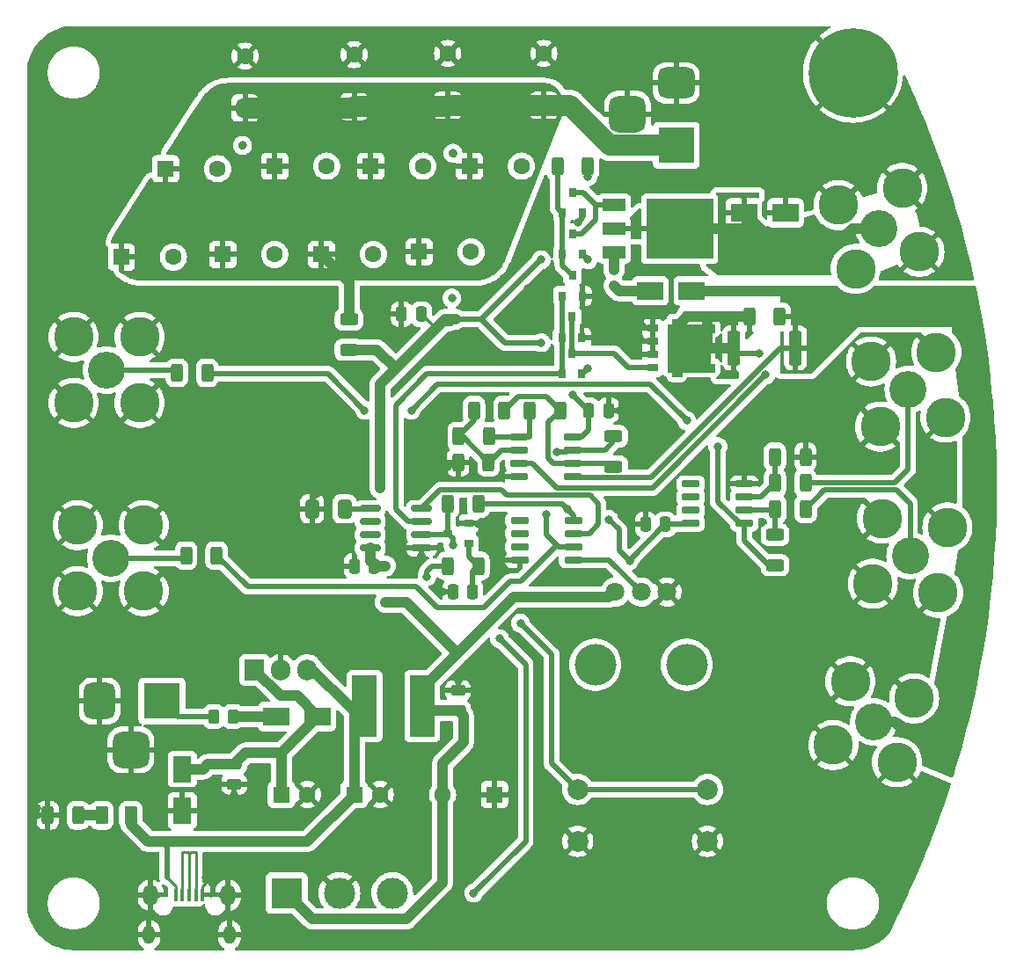
<source format=gbr>
%TF.GenerationSoftware,KiCad,Pcbnew,(6.0.0)*%
%TF.CreationDate,2022-08-23T12:36:07-04:00*%
%TF.ProjectId,Saturation_Tester,53617475-7261-4746-996f-6e5f54657374,rev?*%
%TF.SameCoordinates,Original*%
%TF.FileFunction,Copper,L1,Top*%
%TF.FilePolarity,Positive*%
%FSLAX46Y46*%
G04 Gerber Fmt 4.6, Leading zero omitted, Abs format (unit mm)*
G04 Created by KiCad (PCBNEW (6.0.0)) date 2022-08-23 12:36:07*
%MOMM*%
%LPD*%
G01*
G04 APERTURE LIST*
G04 Aperture macros list*
%AMRoundRect*
0 Rectangle with rounded corners*
0 $1 Rounding radius*
0 $2 $3 $4 $5 $6 $7 $8 $9 X,Y pos of 4 corners*
0 Add a 4 corners polygon primitive as box body*
4,1,4,$2,$3,$4,$5,$6,$7,$8,$9,$2,$3,0*
0 Add four circle primitives for the rounded corners*
1,1,$1+$1,$2,$3*
1,1,$1+$1,$4,$5*
1,1,$1+$1,$6,$7*
1,1,$1+$1,$8,$9*
0 Add four rect primitives between the rounded corners*
20,1,$1+$1,$2,$3,$4,$5,0*
20,1,$1+$1,$4,$5,$6,$7,0*
20,1,$1+$1,$6,$7,$8,$9,0*
20,1,$1+$1,$8,$9,$2,$3,0*%
G04 Aperture macros list end*
%TA.AperFunction,EtchedComponent*%
%ADD10C,0.010000*%
%TD*%
%TA.AperFunction,ComponentPad*%
%ADD11C,3.556000*%
%TD*%
%TA.AperFunction,ComponentPad*%
%ADD12C,3.810000*%
%TD*%
%TA.AperFunction,SMDPad,CuDef*%
%ADD13RoundRect,0.249998X0.312502X0.625002X-0.312502X0.625002X-0.312502X-0.625002X0.312502X-0.625002X0*%
%TD*%
%TA.AperFunction,ComponentPad*%
%ADD14R,1.600000X1.600000*%
%TD*%
%TA.AperFunction,ComponentPad*%
%ADD15C,1.600000*%
%TD*%
%TA.AperFunction,SMDPad,CuDef*%
%ADD16RoundRect,0.250000X-0.475000X0.250000X-0.475000X-0.250000X0.475000X-0.250000X0.475000X0.250000X0*%
%TD*%
%TA.AperFunction,SMDPad,CuDef*%
%ADD17R,2.500000X1.800000*%
%TD*%
%TA.AperFunction,SMDPad,CuDef*%
%ADD18R,1.800000X2.500000*%
%TD*%
%TA.AperFunction,SMDPad,CuDef*%
%ADD19RoundRect,0.249998X0.262502X0.450002X-0.262502X0.450002X-0.262502X-0.450002X0.262502X-0.450002X0*%
%TD*%
%TA.AperFunction,ComponentPad*%
%ADD20R,3.500000X3.500000*%
%TD*%
%TA.AperFunction,ComponentPad*%
%ADD21RoundRect,0.750000X-0.750000X-1.000000X0.750000X-1.000000X0.750000X1.000000X-0.750000X1.000000X0*%
%TD*%
%TA.AperFunction,ComponentPad*%
%ADD22RoundRect,0.875000X-0.875000X-0.875000X0.875000X-0.875000X0.875000X0.875000X-0.875000X0.875000X0*%
%TD*%
%TA.AperFunction,SMDPad,CuDef*%
%ADD23R,0.450000X1.300000*%
%TD*%
%TA.AperFunction,ComponentPad*%
%ADD24O,1.450000X2.000000*%
%TD*%
%TA.AperFunction,ComponentPad*%
%ADD25O,1.150000X1.800000*%
%TD*%
%TA.AperFunction,SMDPad,CuDef*%
%ADD26RoundRect,0.250000X-0.375000X-0.625000X0.375000X-0.625000X0.375000X0.625000X-0.375000X0.625000X0*%
%TD*%
%TA.AperFunction,ComponentPad*%
%ADD27R,1.905000X2.000000*%
%TD*%
%TA.AperFunction,ComponentPad*%
%ADD28O,1.905000X2.000000*%
%TD*%
%TA.AperFunction,ComponentPad*%
%ADD29C,8.600000*%
%TD*%
%TA.AperFunction,SMDPad,CuDef*%
%ADD30RoundRect,0.249999X-0.312501X-0.625001X0.312501X-0.625001X0.312501X0.625001X-0.312501X0.625001X0*%
%TD*%
%TA.AperFunction,ComponentPad*%
%ADD31R,3.000000X3.000000*%
%TD*%
%TA.AperFunction,ComponentPad*%
%ADD32C,3.000000*%
%TD*%
%TA.AperFunction,SMDPad,CuDef*%
%ADD33RoundRect,0.250000X0.475000X-0.250000X0.475000X0.250000X-0.475000X0.250000X-0.475000X-0.250000X0*%
%TD*%
%TA.AperFunction,SMDPad,CuDef*%
%ADD34R,2.450000X5.900000*%
%TD*%
%TA.AperFunction,ComponentPad*%
%ADD35RoundRect,0.750000X-1.000000X0.750000X-1.000000X-0.750000X1.000000X-0.750000X1.000000X0.750000X0*%
%TD*%
%TA.AperFunction,ComponentPad*%
%ADD36RoundRect,0.875000X-0.875000X0.875000X-0.875000X-0.875000X0.875000X-0.875000X0.875000X0.875000X0*%
%TD*%
%TA.AperFunction,SMDPad,CuDef*%
%ADD37R,1.000000X0.750000*%
%TD*%
%TA.AperFunction,SMDPad,CuDef*%
%ADD38R,0.500000X0.500000*%
%TD*%
%TA.AperFunction,SMDPad,CuDef*%
%ADD39RoundRect,0.250000X0.312500X0.625000X-0.312500X0.625000X-0.312500X-0.625000X0.312500X-0.625000X0*%
%TD*%
%TA.AperFunction,SMDPad,CuDef*%
%ADD40RoundRect,0.250000X0.362500X1.425000X-0.362500X1.425000X-0.362500X-1.425000X0.362500X-1.425000X0*%
%TD*%
%TA.AperFunction,SMDPad,CuDef*%
%ADD41R,2.200000X1.200000*%
%TD*%
%TA.AperFunction,SMDPad,CuDef*%
%ADD42R,6.400000X5.800000*%
%TD*%
%TA.AperFunction,SMDPad,CuDef*%
%ADD43R,0.900000X0.800000*%
%TD*%
%TA.AperFunction,SMDPad,CuDef*%
%ADD44R,0.800000X0.900000*%
%TD*%
%TA.AperFunction,SMDPad,CuDef*%
%ADD45RoundRect,0.250000X0.625000X-0.312500X0.625000X0.312500X-0.625000X0.312500X-0.625000X-0.312500X0*%
%TD*%
%TA.AperFunction,SMDPad,CuDef*%
%ADD46RoundRect,0.250000X-0.312500X-0.625000X0.312500X-0.625000X0.312500X0.625000X-0.312500X0.625000X0*%
%TD*%
%TA.AperFunction,SMDPad,CuDef*%
%ADD47RoundRect,0.250000X-0.250000X-0.475000X0.250000X-0.475000X0.250000X0.475000X-0.250000X0.475000X0*%
%TD*%
%TA.AperFunction,SMDPad,CuDef*%
%ADD48RoundRect,0.250000X0.250000X0.475000X-0.250000X0.475000X-0.250000X-0.475000X0.250000X-0.475000X0*%
%TD*%
%TA.AperFunction,SMDPad,CuDef*%
%ADD49RoundRect,0.250000X-0.625000X0.312500X-0.625000X-0.312500X0.625000X-0.312500X0.625000X0.312500X0*%
%TD*%
%TA.AperFunction,SMDPad,CuDef*%
%ADD50RoundRect,0.150000X-0.725000X-0.150000X0.725000X-0.150000X0.725000X0.150000X-0.725000X0.150000X0*%
%TD*%
%TA.AperFunction,SMDPad,CuDef*%
%ADD51RoundRect,0.150000X0.825000X0.150000X-0.825000X0.150000X-0.825000X-0.150000X0.825000X-0.150000X0*%
%TD*%
%TA.AperFunction,WasherPad*%
%ADD52C,4.000000*%
%TD*%
%TA.AperFunction,ComponentPad*%
%ADD53C,1.800000*%
%TD*%
%TA.AperFunction,SMDPad,CuDef*%
%ADD54RoundRect,0.150000X0.725000X0.150000X-0.725000X0.150000X-0.725000X-0.150000X0.725000X-0.150000X0*%
%TD*%
%TA.AperFunction,ComponentPad*%
%ADD55C,2.000000*%
%TD*%
%TA.AperFunction,SMDPad,CuDef*%
%ADD56RoundRect,0.250000X0.412500X0.650000X-0.412500X0.650000X-0.412500X-0.650000X0.412500X-0.650000X0*%
%TD*%
%TA.AperFunction,ViaPad*%
%ADD57C,0.800000*%
%TD*%
%TA.AperFunction,Conductor*%
%ADD58C,0.500000*%
%TD*%
%TA.AperFunction,Conductor*%
%ADD59C,0.250000*%
%TD*%
%TA.AperFunction,Conductor*%
%ADD60C,1.000000*%
%TD*%
%TA.AperFunction,Conductor*%
%ADD61C,2.000000*%
%TD*%
G04 APERTURE END LIST*
D10*
%TO.C,Q1*%
X132170000Y-86280000D02*
X132170000Y-81720000D01*
X132170000Y-81720000D02*
X132595000Y-81720000D01*
X132595000Y-81720000D02*
X132595000Y-81225000D01*
X132595000Y-81225000D02*
X133500000Y-81225000D01*
X133500000Y-81225000D02*
X133500000Y-81720000D01*
X133500000Y-81720000D02*
X136700000Y-81720000D01*
X136700000Y-81720000D02*
X136700000Y-82470000D01*
X136700000Y-82470000D02*
X136225000Y-82470000D01*
X136225000Y-82470000D02*
X136225000Y-85530000D01*
X136225000Y-85530000D02*
X136700000Y-85530000D01*
X136700000Y-85530000D02*
X136700000Y-86280000D01*
X136700000Y-86280000D02*
X133500000Y-86280000D01*
X133500000Y-86280000D02*
X133500000Y-86775000D01*
X133500000Y-86775000D02*
X132595000Y-86775000D01*
X132595000Y-86775000D02*
X132595000Y-86280000D01*
X132595000Y-86280000D02*
X132170000Y-86280000D01*
G36*
X133500000Y-81720000D02*
G01*
X136700000Y-81720000D01*
X136700000Y-82470000D01*
X136225000Y-82470000D01*
X136225000Y-85530000D01*
X136700000Y-85530000D01*
X136700000Y-86280000D01*
X133500000Y-86280000D01*
X133500000Y-86775000D01*
X132595000Y-86775000D01*
X132595000Y-86280000D01*
X132170000Y-86280000D01*
X132170000Y-81720000D01*
X132595000Y-81720000D01*
X132595000Y-81225000D01*
X133500000Y-81225000D01*
X133500000Y-81720000D01*
G37*
X133500000Y-81720000D02*
X136700000Y-81720000D01*
X136700000Y-82470000D01*
X136225000Y-82470000D01*
X136225000Y-85530000D01*
X136700000Y-85530000D01*
X136700000Y-86280000D01*
X133500000Y-86280000D01*
X133500000Y-86775000D01*
X132595000Y-86775000D01*
X132595000Y-86280000D01*
X132170000Y-86280000D01*
X132170000Y-81720000D01*
X132595000Y-81720000D01*
X132595000Y-81225000D01*
X133500000Y-81225000D01*
X133500000Y-81720000D01*
%TD*%
D11*
%TO.P,J2,1,In*%
%TO.N,Net-(J2-Pad1)*%
X78175000Y-86125000D03*
D12*
%TO.P,J2,2,Ext*%
%TO.N,GND*%
X75000000Y-89300000D03*
X81350000Y-82950000D03*
X75000000Y-82950000D03*
X81350000Y-89300000D03*
%TD*%
D11*
%TO.P,J3,1,In*%
%TO.N,Net-(J3-Pad1)*%
X78560362Y-104250000D03*
D12*
%TO.P,J3,2,Ext*%
%TO.N,GND*%
X81735362Y-107425000D03*
X75385362Y-107425000D03*
X81735362Y-101075000D03*
X75385362Y-101075000D03*
%TD*%
D13*
%TO.P,R6,1*%
%TO.N,Net-(R18-Pad2)*%
X87862500Y-86400000D03*
%TO.P,R6,2*%
%TO.N,Net-(J2-Pad1)*%
X84937500Y-86400000D03*
%TD*%
D11*
%TO.P,J5,1,In*%
%TO.N,Net-(J5-Pad1)*%
X155500000Y-104000000D03*
D12*
%TO.P,J5,2,Ext*%
%TO.N,GND*%
X158202227Y-107585976D03*
X151914024Y-106702227D03*
X159085976Y-101297773D03*
X152797773Y-100414024D03*
%TD*%
D11*
%TO.P,J4,1,In*%
%TO.N,Net-(J4-Pad1)*%
X155325000Y-88000000D03*
D12*
%TO.P,J4,2,Ext*%
%TO.N,GND*%
X158027227Y-84414024D03*
X152622773Y-91585976D03*
X158910976Y-90702227D03*
X151739024Y-85297773D03*
%TD*%
D14*
%TO.P,C4,1*%
%TO.N,Net-(C4-Pad1)*%
X95000000Y-127000000D03*
D15*
%TO.P,C4,2*%
%TO.N,GND*%
X97500000Y-127000000D03*
%TD*%
D16*
%TO.P,C5,1*%
%TO.N,Net-(C4-Pad1)*%
X90450000Y-124100000D03*
%TO.P,C5,2*%
%TO.N,GND*%
X90450000Y-126000000D03*
%TD*%
D17*
%TO.P,D1,1,K*%
%TO.N,Net-(C4-Pad1)*%
X98500000Y-119500000D03*
%TO.P,D1,2,A*%
%TO.N,Net-(D1-Pad2)*%
X94500000Y-119500000D03*
%TD*%
D18*
%TO.P,D2,1,A1*%
%TO.N,Net-(C4-Pad1)*%
X85450000Y-124550000D03*
%TO.P,D2,2,A2*%
%TO.N,GND*%
X85450000Y-128550000D03*
%TD*%
D19*
%TO.P,FB1,1*%
%TO.N,Net-(D1-Pad2)*%
X90325000Y-119500000D03*
%TO.P,FB1,2*%
%TO.N,Net-(FB1-Pad2)*%
X88500000Y-119500000D03*
%TD*%
D20*
%TO.P,J8,1*%
%TO.N,Net-(FB1-Pad2)*%
X83500000Y-118000000D03*
D21*
%TO.P,J8,2*%
%TO.N,GND*%
X77500000Y-118000000D03*
D22*
%TO.P,J8,3*%
X80500000Y-122700000D03*
%TD*%
D23*
%TO.P,J9,1,VBUS*%
%TO.N,+5V*%
X84825000Y-136650000D03*
%TO.P,J9,2,D-*%
%TO.N,Net-(J9-Pad2)*%
X85475000Y-136650000D03*
%TO.P,J9,3,D+*%
X86125000Y-136650000D03*
%TO.P,J9,4,ID*%
X86775000Y-136650000D03*
%TO.P,J9,5,GND*%
%TO.N,GND*%
X87425000Y-136650000D03*
D24*
%TO.P,J9,6,Shield*%
X82400000Y-136700000D03*
D25*
X82250000Y-140500000D03*
X90000000Y-140500000D03*
D24*
X89850000Y-136700000D03*
%TD*%
D14*
%TO.P,C6,1*%
%TO.N,+5V*%
X102000000Y-127000000D03*
D15*
%TO.P,C6,2*%
%TO.N,GND*%
X104500000Y-127000000D03*
%TD*%
D26*
%TO.P,D3,1,K*%
%TO.N,Net-(D3-Pad1)*%
X77700000Y-129000000D03*
%TO.P,D3,2,A*%
%TO.N,+5V*%
X80500000Y-129000000D03*
%TD*%
D13*
%TO.P,R13,1*%
%TO.N,Net-(D3-Pad1)*%
X75425000Y-129000000D03*
%TO.P,R13,2*%
%TO.N,GND*%
X72500000Y-129000000D03*
%TD*%
D27*
%TO.P,U5,1,IN*%
%TO.N,Net-(C4-Pad1)*%
X92420000Y-115000000D03*
D28*
%TO.P,U5,2,GND*%
%TO.N,GND*%
X94960000Y-115000000D03*
%TO.P,U5,3,OUT*%
%TO.N,+5V*%
X97500000Y-115000000D03*
%TD*%
D14*
%TO.P,C9,1*%
%TO.N,GND*%
X115500000Y-127000000D03*
D15*
%TO.P,C9,2*%
%TO.N,+5VP*%
X110500000Y-127000000D03*
%TD*%
D14*
%TO.P,C19,1*%
%TO.N,AltPower*%
X79597349Y-75250000D03*
D15*
%TO.P,C19,2*%
%TO.N,GND*%
X84597349Y-75250000D03*
%TD*%
D29*
%TO.P,H1,1,1*%
%TO.N,GND*%
X150000000Y-57500000D03*
%TD*%
D30*
%TO.P,R11,1*%
%TO.N,RShunt-*%
X140037500Y-81000000D03*
%TO.P,R11,2*%
%TO.N,RShunt+*%
X142962500Y-81000000D03*
%TD*%
D31*
%TO.P,J11,1,Pin_1*%
%TO.N,+5VP*%
X95500000Y-136500000D03*
D32*
%TO.P,J11,2,Pin_2*%
%TO.N,GND*%
X100580000Y-136500000D03*
%TO.P,J11,3,Pin_3*%
%TO.N,InputLogic*%
X105660000Y-136500000D03*
%TD*%
D33*
%TO.P,C10,1*%
%TO.N,+5VP*%
X112000000Y-118900000D03*
%TO.P,C10,2*%
%TO.N,GND*%
X112000000Y-117000000D03*
%TD*%
D34*
%TO.P,L1,1,1*%
%TO.N,+5VP*%
X108550000Y-118500000D03*
%TO.P,L1,2,2*%
%TO.N,+5V*%
X103000000Y-118500000D03*
%TD*%
D20*
%TO.P,J6,1*%
%TO.N,AltPower*%
X133000000Y-64500000D03*
D35*
%TO.P,J6,2*%
%TO.N,GND*%
X133000000Y-58500000D03*
D36*
%TO.P,J6,3*%
X128300000Y-61500000D03*
%TD*%
D11*
%TO.P,J10,1,In*%
%TO.N,IOut*%
X152500000Y-72500000D03*
D12*
%TO.P,J10,2,Ext*%
%TO.N,GND*%
X148611435Y-70254936D03*
X150254936Y-76388565D03*
X154745064Y-68611435D03*
X156388565Y-74745064D03*
%TD*%
D37*
%TO.P,Q1,1,S*%
%TO.N,GND*%
X130705000Y-82095000D03*
%TO.P,Q1,2,S*%
X130705000Y-83365000D03*
%TO.P,Q1,3,S*%
X130705000Y-84635000D03*
%TO.P,Q1,4,G*%
%TO.N,NMOS_Gate*%
X130705000Y-85905000D03*
D38*
%TO.P,Q1,5,D*%
%TO.N,RShunt-*%
X133500000Y-84000000D03*
%TD*%
D39*
%TO.P,R22,1*%
%TO.N,Net-(R22-Pad1)*%
X88750000Y-104000000D03*
%TO.P,R22,2*%
%TO.N,Net-(J3-Pad1)*%
X85825000Y-104000000D03*
%TD*%
D40*
%TO.P,R24,1*%
%TO.N,RShunt+*%
X144462500Y-84000000D03*
%TO.P,R24,2*%
%TO.N,RShunt-*%
X138537500Y-84000000D03*
%TD*%
D41*
%TO.P,Q2,1,G*%
%TO.N,PMOS_Gate*%
X127025000Y-70245000D03*
%TO.P,Q2,2,D*%
%TO.N,IOut*%
X127025000Y-72525000D03*
%TO.P,Q2,3,S*%
%TO.N,AltPower*%
X127025000Y-74805000D03*
D42*
%TO.P,Q2,4,D*%
%TO.N,IOut*%
X133325000Y-72525000D03*
%TD*%
D43*
%TO.P,Q3,1,G*%
%TO.N,Net-(C7-Pad1)*%
X113025000Y-102815000D03*
%TO.P,Q3,2,S*%
%TO.N,GND*%
X113025000Y-100915000D03*
%TO.P,Q3,3,D*%
%TO.N,Net-(R16-Pad1)*%
X111025000Y-101865000D03*
%TD*%
D44*
%TO.P,Q4,1,G*%
%TO.N,TurnOn*%
X122000000Y-86500000D03*
%TO.P,Q4,2,S*%
%TO.N,+5VP*%
X123900000Y-86500000D03*
%TO.P,Q4,3,D*%
%TO.N,NMOS_Gate*%
X122950000Y-84500000D03*
%TD*%
%TO.P,Q5,1,G*%
%TO.N,TurnOn*%
X122000000Y-83000000D03*
%TO.P,Q5,2,S*%
%TO.N,GND*%
X123900000Y-83000000D03*
%TO.P,Q5,3,D*%
%TO.N,NMOS_Gate*%
X122950000Y-81000000D03*
%TD*%
%TO.P,Q6,1,G*%
%TO.N,TurnOn*%
X122050000Y-79000000D03*
%TO.P,Q6,2,S*%
%TO.N,GND*%
X123950000Y-79000000D03*
%TO.P,Q6,3,D*%
%TO.N,Net-(R17-Pad1)*%
X123000000Y-77000000D03*
%TD*%
%TO.P,Q7,1,G*%
%TO.N,Net-(R17-Pad1)*%
X122050000Y-75000000D03*
%TO.P,Q7,2,S*%
%TO.N,+5VP*%
X123950000Y-75000000D03*
%TO.P,Q7,3,D*%
%TO.N,PMOS_Gate*%
X123000000Y-73000000D03*
%TD*%
%TO.P,Q8,1,G*%
%TO.N,Net-(R17-Pad1)*%
X122050000Y-71000000D03*
%TO.P,Q8,2,S*%
%TO.N,GND*%
X123950000Y-71000000D03*
%TO.P,Q8,3,D*%
%TO.N,PMOS_Gate*%
X123000000Y-69000000D03*
%TD*%
D45*
%TO.P,R5,1*%
%TO.N,Net-(R5-Pad1)*%
X126962500Y-95425000D03*
%TO.P,R5,2*%
%TO.N,Net-(R22-Pad1)*%
X126962500Y-92500000D03*
%TD*%
D46*
%TO.P,R7,1*%
%TO.N,Net-(R7-Pad1)*%
X118880000Y-90000000D03*
%TO.P,R7,2*%
%TO.N,Net-(R5-Pad1)*%
X121805000Y-90000000D03*
%TD*%
%TO.P,R9,1*%
%TO.N,Net-(R12-Pad2)*%
X112037500Y-92500000D03*
%TO.P,R9,2*%
%TO.N,Net-(R7-Pad1)*%
X114962500Y-92500000D03*
%TD*%
%TO.P,R12,1*%
%TO.N,GND*%
X112000000Y-95000000D03*
%TO.P,R12,2*%
%TO.N,Net-(R12-Pad2)*%
X114925000Y-95000000D03*
%TD*%
D47*
%TO.P,C8,1*%
%TO.N,+5VP*%
X124562500Y-90000000D03*
%TO.P,C8,2*%
%TO.N,GND*%
X126462500Y-90000000D03*
%TD*%
D48*
%TO.P,C11,1*%
%TO.N,+5VP*%
X108450000Y-80750000D03*
%TO.P,C11,2*%
%TO.N,GND*%
X106550000Y-80750000D03*
%TD*%
D49*
%TO.P,R18,1*%
%TO.N,Net-(R18-Pad1)*%
X142500000Y-102000000D03*
%TO.P,R18,2*%
%TO.N,Net-(R18-Pad2)*%
X142500000Y-104925000D03*
%TD*%
D46*
%TO.P,R19,1*%
%TO.N,Net-(R19-Pad1)*%
X142500000Y-94500000D03*
%TO.P,R19,2*%
%TO.N,GND*%
X145425000Y-94500000D03*
%TD*%
D39*
%TO.P,R21,1*%
%TO.N,Net-(J4-Pad1)*%
X145425000Y-97000000D03*
%TO.P,R21,2*%
%TO.N,Net-(R19-Pad1)*%
X142500000Y-97000000D03*
%TD*%
%TO.P,R20,1*%
%TO.N,Net-(J5-Pad1)*%
X145462500Y-99500000D03*
%TO.P,R20,2*%
%TO.N,Net-(R18-Pad1)*%
X142537500Y-99500000D03*
%TD*%
D50*
%TO.P,U3,1*%
%TO.N,N/C*%
X117925000Y-100595000D03*
%TO.P,U3,2*%
X117925000Y-101865000D03*
%TO.P,U3,3*%
X117925000Y-103135000D03*
%TO.P,U3,4,V-*%
%TO.N,GND*%
X117925000Y-104405000D03*
%TO.P,U3,5,+*%
%TO.N,Net-(RV1-Pad2)*%
X123075000Y-104405000D03*
%TO.P,U3,6,-*%
%TO.N,Net-(R22-Pad1)*%
X123075000Y-103135000D03*
%TO.P,U3,7*%
%TO.N,I_Lim_Comp*%
X123075000Y-101865000D03*
%TO.P,U3,8,V+*%
%TO.N,+5VP*%
X123075000Y-100595000D03*
%TD*%
D48*
%TO.P,C13,1*%
%TO.N,+5VP*%
X103900000Y-105000000D03*
%TO.P,C13,2*%
%TO.N,GND*%
X102000000Y-105000000D03*
%TD*%
D11*
%TO.P,J7,1,In*%
%TO.N,RShunt+*%
X152000000Y-120000000D03*
D12*
%TO.P,J7,2,Ext*%
%TO.N,GND*%
X148111435Y-122245064D03*
X155888565Y-117754936D03*
X154245064Y-123888565D03*
X149754936Y-116111435D03*
%TD*%
D51*
%TO.P,U6,1,GND*%
%TO.N,GND*%
X108500000Y-103270000D03*
%TO.P,U6,2,TR*%
%TO.N,Net-(R16-Pad1)*%
X108500000Y-102000000D03*
%TO.P,U6,3,Q*%
%TO.N,TurnOn*%
X108500000Y-100730000D03*
%TO.P,U6,4,R*%
%TO.N,I_Lim_Comp*%
X108500000Y-99460000D03*
%TO.P,U6,5,CV*%
%TO.N,Net-(C15-Pad1)*%
X103550000Y-99460000D03*
%TO.P,U6,6,THR*%
%TO.N,unconnected-(U6-Pad6)*%
X103550000Y-100730000D03*
%TO.P,U6,7,DIS*%
%TO.N,unconnected-(U6-Pad7)*%
X103550000Y-102000000D03*
%TO.P,U6,8,VCC*%
%TO.N,+5VP*%
X103550000Y-103270000D03*
%TD*%
D48*
%TO.P,C7,1*%
%TO.N,Net-(C7-Pad1)*%
X113400000Y-107500000D03*
%TO.P,C7,2*%
%TO.N,GND*%
X111500000Y-107500000D03*
%TD*%
D17*
%TO.P,D4,1,K*%
%TO.N,AltPower*%
X130500000Y-78500000D03*
%TO.P,D4,2,A*%
%TO.N,RShunt+*%
X134500000Y-78500000D03*
%TD*%
%TO.P,D5,1,K*%
%TO.N,IOut*%
X139500000Y-71000000D03*
%TO.P,D5,2,A*%
%TO.N,GND*%
X143500000Y-71000000D03*
%TD*%
D39*
%TO.P,R15,1*%
%TO.N,Net-(C7-Pad1)*%
X113962500Y-105000000D03*
%TO.P,R15,2*%
%TO.N,InputLogic*%
X111037500Y-105000000D03*
%TD*%
D46*
%TO.P,R16,1*%
%TO.N,Net-(R16-Pad1)*%
X111037500Y-99000000D03*
%TO.P,R16,2*%
%TO.N,+5VP*%
X113962500Y-99000000D03*
%TD*%
%TO.P,R17,2*%
%TO.N,+5VP*%
X124500000Y-66500000D03*
%TO.P,R17,1*%
%TO.N,Net-(R17-Pad1)*%
X121575000Y-66500000D03*
%TD*%
D52*
%TO.P,RV1,*%
%TO.N,*%
X134000000Y-114500000D03*
X125200000Y-114500000D03*
D53*
%TO.P,RV1,1,1*%
%TO.N,+5VP*%
X127100000Y-107500000D03*
%TO.P,RV1,2,2*%
%TO.N,Net-(RV1-Pad2)*%
X129600000Y-107500000D03*
%TO.P,RV1,3,3*%
%TO.N,GND*%
X132100000Y-107500000D03*
%TD*%
D50*
%TO.P,U4,1*%
%TO.N,Net-(R7-Pad1)*%
X117887500Y-92595000D03*
%TO.P,U4,2,-*%
%TO.N,Net-(R12-Pad2)*%
X117887500Y-93865000D03*
%TO.P,U4,3,+*%
%TO.N,RShunt-*%
X117887500Y-95135000D03*
%TO.P,U4,4,V-*%
%TO.N,GND*%
X117887500Y-96405000D03*
%TO.P,U4,5,+*%
%TO.N,RShunt+*%
X123037500Y-96405000D03*
%TO.P,U4,6,-*%
%TO.N,Net-(R5-Pad1)*%
X123037500Y-95135000D03*
%TO.P,U4,7*%
%TO.N,Net-(R22-Pad1)*%
X123037500Y-93865000D03*
%TO.P,U4,8,V+*%
%TO.N,+5VP*%
X123037500Y-92595000D03*
%TD*%
D54*
%TO.P,U2,1*%
%TO.N,Net-(R18-Pad2)*%
X139537500Y-100905000D03*
%TO.P,U2,2,-*%
%TO.N,Net-(R18-Pad1)*%
X139537500Y-99635000D03*
%TO.P,U2,3,+*%
%TO.N,Net-(R19-Pad1)*%
X139537500Y-98365000D03*
%TO.P,U2,4,V-*%
%TO.N,GND*%
X139537500Y-97095000D03*
%TO.P,U2,5*%
%TO.N,N/C*%
X134387500Y-97095000D03*
%TO.P,U2,6*%
X134387500Y-98365000D03*
%TO.P,U2,7*%
X134387500Y-99635000D03*
%TO.P,U2,8,V+*%
%TO.N,+5VP*%
X134387500Y-100905000D03*
%TD*%
D46*
%TO.P,R8,1*%
%TO.N,Net-(R12-Pad2)*%
X113537500Y-90000000D03*
%TO.P,R8,2*%
%TO.N,Net-(R5-Pad1)*%
X116462500Y-90000000D03*
%TD*%
D48*
%TO.P,C12,1*%
%TO.N,+5VP*%
X131950000Y-101000000D03*
%TO.P,C12,2*%
%TO.N,GND*%
X130050000Y-101000000D03*
%TD*%
D14*
%TO.P,C23,1*%
%TO.N,AltPower*%
X83847349Y-66750000D03*
D15*
%TO.P,C23,2*%
%TO.N,GND*%
X88847349Y-66750000D03*
%TD*%
D14*
%TO.P,C17,1*%
%TO.N,AltPower*%
X102000000Y-60750000D03*
D15*
%TO.P,C17,2*%
%TO.N,GND*%
X102000000Y-55750000D03*
%TD*%
D45*
%TO.P,R23,1*%
%TO.N,+5VP*%
X101500000Y-84175000D03*
%TO.P,R23,2*%
%TO.N,AltPower*%
X101500000Y-81250000D03*
%TD*%
D14*
%TO.P,C16,1*%
%TO.N,AltPower*%
X120250000Y-60652651D03*
D15*
%TO.P,C16,2*%
%TO.N,GND*%
X120250000Y-55652651D03*
%TD*%
D14*
%TO.P,C24,1*%
%TO.N,AltPower*%
X89347349Y-75000000D03*
D15*
%TO.P,C24,2*%
%TO.N,GND*%
X94347349Y-75000000D03*
%TD*%
D14*
%TO.P,C22,1*%
%TO.N,AltPower*%
X94347349Y-66500000D03*
D15*
%TO.P,C22,2*%
%TO.N,GND*%
X99347349Y-66500000D03*
%TD*%
D14*
%TO.P,C18,1*%
%TO.N,AltPower*%
X111000000Y-60652651D03*
D15*
%TO.P,C18,2*%
%TO.N,GND*%
X111000000Y-55652651D03*
%TD*%
D55*
%TO.P,SW1,1,1*%
%TO.N,Net-(R16-Pad1)*%
X136000000Y-126500000D03*
%TO.P,SW1,2,2*%
X123500000Y-126500000D03*
%TO.P,SW1,3,K*%
%TO.N,GND*%
X136000000Y-131500000D03*
%TO.P,SW1,4,A*%
X123500000Y-131500000D03*
%TD*%
D56*
%TO.P,C15,1*%
%TO.N,Net-(C15-Pad1)*%
X101062500Y-99500000D03*
%TO.P,C15,2*%
%TO.N,GND*%
X97937500Y-99500000D03*
%TD*%
D14*
%TO.P,C21,1*%
%TO.N,AltPower*%
X103597349Y-66500000D03*
D15*
%TO.P,C21,2*%
%TO.N,GND*%
X108597349Y-66500000D03*
%TD*%
D14*
%TO.P,C2,1*%
%TO.N,AltPower*%
X108250000Y-74750000D03*
D15*
%TO.P,C2,2*%
%TO.N,GND*%
X113250000Y-74750000D03*
%TD*%
D14*
%TO.P,C20,1*%
%TO.N,AltPower*%
X98847349Y-75000000D03*
D15*
%TO.P,C20,2*%
%TO.N,GND*%
X103847349Y-75000000D03*
%TD*%
D14*
%TO.P,C1,1*%
%TO.N,AltPower*%
X113097349Y-66500000D03*
D15*
%TO.P,C1,2*%
%TO.N,GND*%
X118097349Y-66500000D03*
%TD*%
D14*
%TO.P,C14,1*%
%TO.N,AltPower*%
X91500000Y-60902651D03*
D15*
%TO.P,C14,2*%
%TO.N,GND*%
X91500000Y-55902651D03*
%TD*%
D57*
%TO.N,+5VP*%
X123062500Y-88500000D03*
X124500000Y-86000000D03*
%TO.N,GND*%
X123507242Y-71960168D03*
%TO.N,+5VP*%
X124500000Y-67500000D03*
X124500000Y-75500000D03*
%TO.N,*%
X111400000Y-79200000D03*
%TO.N,GND*%
X82500000Y-61500000D03*
X82500000Y-58500000D03*
X78750000Y-65000000D03*
X112000000Y-116000000D03*
X105750000Y-116000000D03*
X105750000Y-121000000D03*
X94250000Y-85000000D03*
X85000000Y-84250000D03*
X90250000Y-85000000D03*
X71500000Y-62250000D03*
X71500000Y-64790000D03*
X71500000Y-67330000D03*
X71500000Y-69870000D03*
X71500000Y-72410000D03*
X71500000Y-74950000D03*
X71500000Y-77490000D03*
X71500000Y-80030000D03*
X71500000Y-82570000D03*
X71500000Y-85110000D03*
X71500000Y-87650000D03*
X71500000Y-90190000D03*
X71500000Y-92730000D03*
X71500000Y-95270000D03*
X71500000Y-97810000D03*
X71500000Y-100350000D03*
X71500000Y-102890000D03*
X71500000Y-105430000D03*
X71500000Y-107970000D03*
X71500000Y-110510000D03*
X71500000Y-113050000D03*
X71500000Y-115590000D03*
X71500000Y-118130000D03*
X71500000Y-120670000D03*
X71500000Y-123210000D03*
X71500000Y-125750000D03*
X71500000Y-128290000D03*
X71500000Y-130830000D03*
X71500000Y-133370000D03*
X71500000Y-135910000D03*
X104440000Y-53500000D03*
X81580000Y-53500000D03*
X89200000Y-53500000D03*
X91740000Y-53500000D03*
X106980000Y-53500000D03*
X101900000Y-53500000D03*
X84120000Y-53500000D03*
X99360000Y-53500000D03*
X109520000Y-53500000D03*
X112060000Y-53500000D03*
X86660000Y-53500000D03*
X96820000Y-53500000D03*
X79040000Y-53500000D03*
X94280000Y-53500000D03*
X114000000Y-115250000D03*
X107500000Y-132750000D03*
X107750000Y-126250000D03*
X147500000Y-108000000D03*
X98250000Y-83000000D03*
X111500000Y-65250000D03*
X91250000Y-64500000D03*
X155750000Y-62250000D03*
X159500000Y-73000000D03*
X160000000Y-76250000D03*
X157000000Y-94000000D03*
X157000000Y-99000000D03*
X157000000Y-111000000D03*
X156250000Y-114000000D03*
X157250000Y-127750000D03*
X124450000Y-53500000D03*
X93530000Y-141250000D03*
X116500000Y-121250000D03*
X102500000Y-85750000D03*
X134610000Y-53500000D03*
X93000000Y-109000000D03*
X87000000Y-101500000D03*
X71500000Y-129000000D03*
X122750000Y-106500000D03*
X142230000Y-53500000D03*
X130000000Y-95000000D03*
X126990000Y-53500000D03*
X130000000Y-89000000D03*
X115500000Y-104500000D03*
X88450000Y-141250000D03*
X111000000Y-95500000D03*
X101150000Y-141250000D03*
X88750000Y-88750000D03*
X107750000Y-113000000D03*
X98000000Y-89750000D03*
X132070000Y-53500000D03*
X129500000Y-83000000D03*
X132500000Y-92500000D03*
X97750000Y-104500000D03*
X90450000Y-127050000D03*
X107000000Y-105250000D03*
X139690000Y-53500000D03*
X114290000Y-53500000D03*
X121910000Y-53500000D03*
X110500000Y-107500000D03*
X119370000Y-53500000D03*
X100250000Y-105000000D03*
X129000000Y-84500000D03*
X109750000Y-85000000D03*
X87750000Y-135000000D03*
X129530000Y-53500000D03*
X116830000Y-53500000D03*
X114000000Y-101000000D03*
X80830000Y-141250000D03*
X111310000Y-141250000D03*
X144770000Y-53500000D03*
X108770000Y-141250000D03*
X93500000Y-104750000D03*
X118750000Y-78250000D03*
X102750000Y-108750000D03*
X78290000Y-141250000D03*
X118250000Y-85000000D03*
X127500000Y-90000000D03*
X92750000Y-88000000D03*
X117500000Y-81250000D03*
X87000000Y-106750000D03*
X135000000Y-89000000D03*
X108500000Y-104000000D03*
X84750000Y-88750000D03*
X98500000Y-98000000D03*
X98610000Y-141250000D03*
X85910000Y-141250000D03*
X138500000Y-92000000D03*
X103690000Y-141250000D03*
X96070000Y-141250000D03*
X106230000Y-141250000D03*
X137150000Y-53500000D03*
X135000000Y-95000000D03*
X129500000Y-81500000D03*
%TO.N,+5VP*%
X111749999Y-81250001D03*
X126500000Y-100500000D03*
X105000000Y-105000000D03*
X120000000Y-83500000D03*
X105000000Y-108500000D03*
X128500000Y-104500000D03*
X120000000Y-75500000D03*
X104500000Y-97500000D03*
X122500000Y-99500000D03*
%TO.N,AltPower*%
X127000000Y-76500000D03*
X127000000Y-78000000D03*
%TO.N,Net-(R22-Pad1)*%
X120500000Y-100000000D03*
X121499989Y-94000000D03*
%TO.N,Net-(R16-Pad1)*%
X118000000Y-110500000D03*
X111500000Y-103000000D03*
%TO.N,Net-(R18-Pad2)*%
X134000000Y-91000000D03*
X137000000Y-93500000D03*
X103000000Y-90000000D03*
X107500000Y-90000000D03*
%TO.N,RShunt-*%
X141600688Y-86600688D03*
X141000000Y-84500000D03*
%TO.N,InputLogic*%
X109000000Y-106000000D03*
X113500000Y-136500000D03*
X116000000Y-112000000D03*
%TO.N,RShunt+*%
X162000000Y-87500000D03*
X162500000Y-96500000D03*
X159000000Y-80000000D03*
X149500000Y-80500000D03*
X154500000Y-80000000D03*
X160000000Y-117500000D03*
X158500000Y-122000000D03*
X162500000Y-92000000D03*
X161000000Y-112500000D03*
X161500000Y-82500000D03*
X162000000Y-106000000D03*
X145000000Y-80000000D03*
X162500000Y-101000000D03*
X146500000Y-82500000D03*
X155000000Y-121000000D03*
%TD*%
D58*
%TO.N,NMOS_Gate*%
X128405000Y-85905000D02*
X130705000Y-85905000D01*
X127000000Y-84500000D02*
X128405000Y-85905000D01*
X122950000Y-84500000D02*
X127000000Y-84500000D01*
%TO.N,+5VP*%
X124000000Y-86500000D02*
X124500000Y-86000000D01*
X123900000Y-86500000D02*
X124000000Y-86500000D01*
%TO.N,NMOS_Gate*%
X122950000Y-84500000D02*
X122950000Y-81000000D01*
%TO.N,TurnOn*%
X122000000Y-86500000D02*
X122000000Y-83000000D01*
X122050000Y-82950000D02*
X122000000Y-83000000D01*
X122050000Y-79000000D02*
X122050000Y-82950000D01*
%TO.N,GND*%
X123950000Y-71517410D02*
X123950000Y-71000000D01*
X123507242Y-71960168D02*
X123950000Y-71517410D01*
%TO.N,PMOS_Gate*%
X123900000Y-73000000D02*
X123000000Y-73000000D01*
X125255000Y-71645000D02*
X123900000Y-73000000D01*
X125255000Y-70245000D02*
X125255000Y-71645000D01*
X124010000Y-69000000D02*
X123000000Y-69000000D01*
X125255000Y-70245000D02*
X124010000Y-69000000D01*
%TO.N,+5VP*%
X124500000Y-67500000D02*
X124500000Y-66500000D01*
X124000000Y-75000000D02*
X124500000Y-75500000D01*
X123950000Y-75000000D02*
X124000000Y-75000000D01*
%TO.N,Net-(R17-Pad1)*%
X122050000Y-76050000D02*
X122050000Y-75000000D01*
X123000000Y-77000000D02*
X122050000Y-76050000D01*
X122050000Y-71000000D02*
X122050000Y-75000000D01*
X121575000Y-70525000D02*
X122050000Y-71000000D01*
X121575000Y-66500000D02*
X121575000Y-70525000D01*
%TO.N,GND*%
X97937500Y-99500000D02*
X97937500Y-98562500D01*
D59*
X87425000Y-136650000D02*
X89800000Y-136650000D01*
D58*
X129135000Y-84635000D02*
X129000000Y-84500000D01*
X130705000Y-84635000D02*
X129135000Y-84635000D01*
X129865000Y-83365000D02*
X129500000Y-83000000D01*
X113025000Y-100915000D02*
X113915000Y-100915000D01*
X97937500Y-98562500D02*
X98500000Y-98000000D01*
D59*
X87750000Y-135500000D02*
X87750000Y-135000000D01*
D58*
X117925000Y-104405000D02*
X115595000Y-104405000D01*
X111500000Y-107500000D02*
X110500000Y-107500000D01*
X115595000Y-104405000D02*
X115500000Y-104500000D01*
X130095000Y-82095000D02*
X129500000Y-81500000D01*
X126462500Y-90000000D02*
X127500000Y-90000000D01*
X130705000Y-82095000D02*
X130095000Y-82095000D01*
D59*
X87425000Y-135825000D02*
X87750000Y-135500000D01*
D58*
X72500000Y-129000000D02*
X71500000Y-129000000D01*
X111500000Y-95000000D02*
X111000000Y-95500000D01*
D59*
X87425000Y-136650000D02*
X87425000Y-135825000D01*
D58*
X130705000Y-83365000D02*
X129865000Y-83365000D01*
D59*
X89800000Y-136650000D02*
X89850000Y-136700000D01*
D58*
X113915000Y-100915000D02*
X114000000Y-101000000D01*
X112000000Y-95000000D02*
X111500000Y-95000000D01*
X108500000Y-103270000D02*
X108500000Y-104000000D01*
%TO.N,Net-(J2-Pad1)*%
X84662500Y-86125000D02*
X84937500Y-86400000D01*
D59*
X84862500Y-86325000D02*
X84937500Y-86400000D01*
D58*
X78175000Y-86125000D02*
X84662500Y-86125000D01*
%TO.N,Net-(J3-Pad1)*%
X85575000Y-104250000D02*
X85825000Y-104000000D01*
X78560362Y-104250000D02*
X85575000Y-104250000D01*
%TO.N,Net-(J4-Pad1)*%
X154000000Y-97000000D02*
X145425000Y-97000000D01*
X155325000Y-95675000D02*
X154000000Y-97000000D01*
X155325000Y-88000000D02*
X155325000Y-95675000D01*
%TO.N,Net-(J5-Pad1)*%
X147262980Y-97699520D02*
X154199520Y-97699520D01*
X145462500Y-99500000D02*
X147262980Y-97699520D01*
X155500000Y-99000000D02*
X155500000Y-102500000D01*
X154199520Y-97699520D02*
X155500000Y-99000000D01*
%TO.N,Net-(R5-Pad1)*%
X120650489Y-94650489D02*
X121135000Y-95135000D01*
X126672500Y-95135000D02*
X123037500Y-95135000D01*
X120480480Y-88675480D02*
X121805000Y-90000000D01*
X126962500Y-95425000D02*
X126672500Y-95135000D01*
X116462500Y-90000000D02*
X117787020Y-88675480D01*
X121805000Y-90000000D02*
X120650489Y-91154511D01*
X120650489Y-91154511D02*
X120650489Y-94650489D01*
X121135000Y-95135000D02*
X123037500Y-95135000D01*
X117787020Y-88675480D02*
X120480480Y-88675480D01*
%TO.N,Net-(R7-Pad1)*%
X117887500Y-92595000D02*
X115057500Y-92595000D01*
X118880000Y-92595000D02*
X117887500Y-92595000D01*
X118880000Y-90000000D02*
X118880000Y-92595000D01*
X115057500Y-92595000D02*
X114962500Y-92500000D01*
D60*
%TO.N,Net-(C4-Pad1)*%
X94920000Y-117500000D02*
X96500000Y-117500000D01*
X87900000Y-124100000D02*
X90450000Y-124100000D01*
X91550000Y-123000000D02*
X90450000Y-124100000D01*
X85450000Y-124550000D02*
X87450000Y-124550000D01*
X95000000Y-127000000D02*
X95000000Y-123000000D01*
X95000000Y-123000000D02*
X98500000Y-119500000D01*
X95000000Y-123000000D02*
X91550000Y-123000000D01*
X92420000Y-115000000D02*
X94920000Y-117500000D01*
X87450000Y-124550000D02*
X87900000Y-124100000D01*
X96500000Y-117500000D02*
X98500000Y-119500000D01*
%TO.N,Net-(D1-Pad2)*%
X90325000Y-119500000D02*
X94500000Y-119500000D01*
D58*
%TO.N,Net-(FB1-Pad2)*%
X88500000Y-119500000D02*
X85000000Y-119500000D01*
X85000000Y-119500000D02*
X83500000Y-118000000D01*
D59*
%TO.N,Net-(J9-Pad2)*%
X85475000Y-132500000D02*
X85950000Y-132500000D01*
X85475000Y-136650000D02*
X85475000Y-132500000D01*
X85950000Y-132500000D02*
X86125000Y-132675000D01*
X86775000Y-132500000D02*
X86300000Y-132500000D01*
X86300000Y-132500000D02*
X86125000Y-132675000D01*
X86125000Y-132675000D02*
X86125000Y-136650000D01*
X86775000Y-136650000D02*
X86775000Y-132500000D01*
%TO.N,+5V*%
X84825000Y-135825000D02*
X84000000Y-135000000D01*
D60*
X98000000Y-115000000D02*
X101500000Y-118500000D01*
X102000000Y-119000000D02*
X101500000Y-118500000D01*
X83500000Y-131500000D02*
X97500000Y-131500000D01*
X80500000Y-129000000D02*
X80500000Y-129875000D01*
D59*
X84825000Y-136650000D02*
X84825000Y-135825000D01*
D60*
X97500000Y-115000000D02*
X98000000Y-115000000D01*
X80500000Y-129875000D02*
X82125000Y-131500000D01*
X82125000Y-131500000D02*
X83500000Y-131500000D01*
D58*
X84000000Y-135000000D02*
X84000000Y-132000000D01*
D60*
X97500000Y-131500000D02*
X102000000Y-127000000D01*
X101500000Y-118500000D02*
X103000000Y-118500000D01*
X102000000Y-127000000D02*
X102000000Y-119000000D01*
D58*
X84000000Y-132000000D02*
X83500000Y-131500000D01*
D60*
%TO.N,Net-(D3-Pad1)*%
X75425000Y-129000000D02*
X77700000Y-129000000D01*
%TO.N,+5VP*%
X108950000Y-118900000D02*
X112000000Y-118900000D01*
X108550000Y-118500000D02*
X108950000Y-118900000D01*
D58*
X123075000Y-100075000D02*
X122500000Y-99500000D01*
D60*
X98000000Y-139000000D02*
X107000000Y-139000000D01*
X104175000Y-84175000D02*
X106000000Y-86000000D01*
X103550000Y-104550000D02*
X104000000Y-105000000D01*
X108550000Y-118500000D02*
X108550000Y-116775000D01*
X111912500Y-113412500D02*
X117325000Y-108000000D01*
X110749999Y-81250001D02*
X111749999Y-81250001D01*
D59*
X108450000Y-80750000D02*
X109450000Y-81750000D01*
D58*
X128500000Y-104500000D02*
X127500000Y-103500000D01*
D60*
X105000000Y-105000000D02*
X104000000Y-105000000D01*
D58*
X116499998Y-83500000D02*
X114249999Y-81250001D01*
X131950000Y-101000000D02*
X134292500Y-101000000D01*
D60*
X112500000Y-122000000D02*
X112500000Y-119400000D01*
X106000000Y-86000000D02*
X110749999Y-81250001D01*
D58*
X127100000Y-107500000D02*
X127000000Y-107500000D01*
D60*
X104500000Y-97500000D02*
X104500000Y-87500000D01*
D58*
X124562500Y-91937500D02*
X123905000Y-92595000D01*
D60*
X108550000Y-116775000D02*
X111912500Y-113412500D01*
X112500000Y-119400000D02*
X112000000Y-118900000D01*
X107000000Y-139000000D02*
X110500000Y-135500000D01*
D58*
X114249999Y-81250001D02*
X111749999Y-81250001D01*
X120000000Y-75500000D02*
X114249999Y-81250001D01*
X128500000Y-104450000D02*
X131950000Y-101000000D01*
D60*
X101500000Y-84175000D02*
X104175000Y-84175000D01*
D58*
X123062500Y-88500000D02*
X124562500Y-90000000D01*
X120000000Y-83500000D02*
X116499998Y-83500000D01*
D60*
X103550000Y-103270000D02*
X103550000Y-104550000D01*
X107000000Y-108500000D02*
X105000000Y-108500000D01*
D59*
X109450000Y-81750000D02*
X111250000Y-81750000D01*
D58*
X127000000Y-107500000D02*
X126500000Y-108000000D01*
X127500000Y-101500000D02*
X126500000Y-100500000D01*
D60*
X95500000Y-136500000D02*
X98000000Y-139000000D01*
D58*
X127500000Y-103500000D02*
X127500000Y-101500000D01*
X123905000Y-92595000D02*
X123037500Y-92595000D01*
D60*
X110500000Y-124000000D02*
X112500000Y-122000000D01*
D58*
X122000000Y-99000000D02*
X122500000Y-99500000D01*
D60*
X117325000Y-108000000D02*
X126500000Y-108000000D01*
X110500000Y-135500000D02*
X110500000Y-127000000D01*
D58*
X128500000Y-104500000D02*
X128500000Y-104450000D01*
D60*
X111912500Y-113412500D02*
X107000000Y-108500000D01*
D58*
X124562500Y-90000000D02*
X124562500Y-91937500D01*
X123075000Y-100595000D02*
X123075000Y-100075000D01*
D60*
X110500000Y-127000000D02*
X110500000Y-124000000D01*
X104500000Y-87500000D02*
X106000000Y-86000000D01*
D58*
X134292500Y-101000000D02*
X134387500Y-100905000D01*
D60*
X104000000Y-105000000D02*
X103900000Y-105000000D01*
D58*
X113962500Y-99000000D02*
X122000000Y-99000000D01*
D59*
X111250000Y-81750000D02*
X111749999Y-81250001D01*
D60*
%TO.N,IOut*%
X148485529Y-74000000D02*
X142500000Y-74000000D01*
X141025000Y-72525000D02*
X133325000Y-72525000D01*
X149985529Y-72500000D02*
X148485529Y-74000000D01*
X142500000Y-74000000D02*
X139500000Y-71000000D01*
X142500000Y-74000000D02*
X141025000Y-72525000D01*
X152500000Y-72500000D02*
X149985529Y-72500000D01*
%TO.N,AltPower*%
X101500000Y-77652651D02*
X98847349Y-75000000D01*
D61*
X102000000Y-60750000D02*
X110902651Y-60750000D01*
X97597349Y-60902651D02*
X101847349Y-60902651D01*
X122768837Y-60652651D02*
X126616186Y-64500000D01*
X120250000Y-60652651D02*
X122768837Y-60652651D01*
D60*
X127025000Y-76475000D02*
X127000000Y-76500000D01*
X130500000Y-78500000D02*
X127500000Y-78500000D01*
D61*
X101847349Y-60902651D02*
X102000000Y-60750000D01*
X110902651Y-60750000D02*
X111000000Y-60652651D01*
D60*
X127025000Y-74805000D02*
X127025000Y-76475000D01*
D61*
X111000000Y-60652651D02*
X120250000Y-60652651D01*
D60*
X127500000Y-78500000D02*
X127000000Y-78000000D01*
D61*
X91500000Y-60902651D02*
X97597349Y-60902651D01*
D60*
X101500000Y-81250000D02*
X101500000Y-77652651D01*
D61*
X126616186Y-64500000D02*
X133000000Y-64500000D01*
D58*
X97500000Y-61000000D02*
X97597349Y-60902651D01*
%TO.N,Net-(R22-Pad1)*%
X110000000Y-109000000D02*
X114491088Y-109000000D01*
X120500000Y-100000000D02*
X120500000Y-102000000D01*
X122449651Y-94000000D02*
X122584651Y-93865000D01*
X88750000Y-104000000D02*
X91750000Y-107000000D01*
X108000000Y-107000000D02*
X110000000Y-109000000D01*
X122584651Y-93865000D02*
X123037500Y-93865000D01*
X120500000Y-102000000D02*
X121500000Y-103000000D01*
X121635000Y-103135000D02*
X123075000Y-103135000D01*
X116991088Y-106500000D02*
X118000000Y-106500000D01*
X114491088Y-109000000D02*
X116991088Y-106500000D01*
X126962500Y-93037500D02*
X126135000Y-93865000D01*
X121500000Y-103000000D02*
X121635000Y-103135000D01*
X126135000Y-93865000D02*
X123037500Y-93865000D01*
X121499989Y-94000000D02*
X122449651Y-94000000D01*
X118000000Y-106500000D02*
X121500000Y-103000000D01*
X91750000Y-107000000D02*
X108000000Y-107000000D01*
X126962500Y-92500000D02*
X126962500Y-93037500D01*
%TO.N,PMOS_Gate*%
X125255000Y-70245000D02*
X127025000Y-70245000D01*
%TO.N,Net-(R16-Pad1)*%
X136000000Y-126500000D02*
X123500000Y-126500000D01*
X121000000Y-113500000D02*
X118000000Y-110500000D01*
X111500000Y-103000000D02*
X111500000Y-102340000D01*
X108500000Y-102000000D02*
X110890000Y-102000000D01*
X111037500Y-99000000D02*
X111037500Y-101852500D01*
X121000000Y-114000000D02*
X121000000Y-113500000D01*
X111037500Y-101852500D02*
X111025000Y-101865000D01*
X121000000Y-117000000D02*
X121000000Y-114000000D01*
X123500000Y-126500000D02*
X121000000Y-124000000D01*
X110890000Y-102000000D02*
X111025000Y-101865000D01*
X121000000Y-124000000D02*
X121000000Y-117000000D01*
X111500000Y-102340000D02*
X111025000Y-101865000D01*
%TO.N,Net-(C7-Pad1)*%
X113400000Y-107500000D02*
X113400000Y-105562500D01*
X113025000Y-104062500D02*
X113962500Y-105000000D01*
X113025000Y-102815000D02*
X113025000Y-104062500D01*
X113400000Y-105562500D02*
X113962500Y-105000000D01*
%TO.N,Net-(R12-Pad2)*%
X112037500Y-92500000D02*
X112425000Y-92500000D01*
X112425000Y-92500000D02*
X114925000Y-95000000D01*
X113537500Y-91000000D02*
X112037500Y-92500000D01*
X115000000Y-95000000D02*
X116135000Y-93865000D01*
X113537500Y-90000000D02*
X113537500Y-91000000D01*
X116135000Y-93865000D02*
X117887500Y-93865000D01*
X114925000Y-95000000D02*
X115000000Y-95000000D01*
%TO.N,Net-(R18-Pad2)*%
X110000000Y-87500000D02*
X107500000Y-90000000D01*
X141925000Y-104925000D02*
X142500000Y-104925000D01*
X130500000Y-87500000D02*
X110000000Y-87500000D01*
X99500000Y-86500000D02*
X87962500Y-86500000D01*
X87962500Y-86500000D02*
X87862500Y-86400000D01*
X139537500Y-100905000D02*
X139537500Y-102537500D01*
X139537500Y-102537500D02*
X141925000Y-104925000D01*
X103000000Y-90000000D02*
X99500000Y-86500000D01*
X139084651Y-100905000D02*
X137000000Y-98820349D01*
X134000000Y-91000000D02*
X130500000Y-87500000D01*
X139537500Y-100905000D02*
X139084651Y-100905000D01*
X137000000Y-98820349D02*
X137000000Y-93500000D01*
%TO.N,Net-(R18-Pad1)*%
X142402500Y-99635000D02*
X142537500Y-99500000D01*
X142537500Y-101962500D02*
X142500000Y-102000000D01*
X139537500Y-99635000D02*
X142402500Y-99635000D01*
X142537500Y-99500000D02*
X142537500Y-101962500D01*
%TO.N,Net-(R19-Pad1)*%
X139537500Y-98365000D02*
X141135000Y-98365000D01*
X141135000Y-98365000D02*
X142500000Y-97000000D01*
X142500000Y-97000000D02*
X142500000Y-94500000D01*
%TO.N,Net-(RV1-Pad2)*%
X123075000Y-104405000D02*
X126505000Y-104405000D01*
X126505000Y-104405000D02*
X129600000Y-107500000D01*
%TO.N,RShunt-*%
X117887500Y-95135000D02*
X119135000Y-95135000D01*
D60*
X134000000Y-81000000D02*
X136000000Y-81000000D01*
D58*
X141000000Y-84500000D02*
X139037500Y-84500000D01*
X130701376Y-97500000D02*
X141600688Y-86600688D01*
D60*
X133500000Y-84000000D02*
X133500000Y-81500000D01*
D58*
X119135000Y-95135000D02*
X121500000Y-97500000D01*
D60*
X136000000Y-81000000D02*
X140037500Y-81000000D01*
D58*
X139037500Y-84500000D02*
X138537500Y-84000000D01*
D60*
X133500000Y-84000000D02*
X136000000Y-84000000D01*
D58*
X121500000Y-97500000D02*
X130701376Y-97500000D01*
D60*
X136000000Y-84000000D02*
X138537500Y-84000000D01*
X136000000Y-81000000D02*
X136000000Y-84000000D01*
X133500000Y-81500000D02*
X134000000Y-81000000D01*
D58*
%TO.N,I_Lim_Comp*%
X110284520Y-97675480D02*
X116175480Y-97675480D01*
X116699520Y-98199520D02*
X124699520Y-98199520D01*
X124635000Y-101865000D02*
X123075000Y-101865000D01*
X124699520Y-98199520D02*
X125500000Y-99000000D01*
X116175480Y-97675480D02*
X116699520Y-98199520D01*
X125500000Y-101000000D02*
X124635000Y-101865000D01*
X108500000Y-99460000D02*
X110284520Y-97675480D01*
X125500000Y-99000000D02*
X125500000Y-101000000D01*
%TO.N,TurnOn*%
X106000000Y-99500000D02*
X106000000Y-89500000D01*
X108500000Y-100730000D02*
X107230000Y-100730000D01*
X109000000Y-86500000D02*
X122000000Y-86500000D01*
X106000000Y-89500000D02*
X109000000Y-86500000D01*
X107230000Y-100730000D02*
X106000000Y-99500000D01*
%TO.N,InputLogic*%
X109500000Y-105000000D02*
X111037500Y-105000000D01*
X113500000Y-136500000D02*
X118500000Y-131500000D01*
X109000000Y-106000000D02*
X109000000Y-105500000D01*
X118500000Y-131500000D02*
X118500000Y-114500000D01*
X118500000Y-114500000D02*
X116000000Y-112000000D01*
X109000000Y-105500000D02*
X109500000Y-105000000D01*
D60*
%TO.N,RShunt+*%
X134500000Y-78500000D02*
X143500000Y-78500000D01*
X154000000Y-120000000D02*
X155000000Y-121000000D01*
X152000000Y-120000000D02*
X154000000Y-120000000D01*
D58*
X143000000Y-84000000D02*
X130562980Y-96437020D01*
X144462500Y-84000000D02*
X143000000Y-84000000D01*
D60*
X143500000Y-78500000D02*
X145000000Y-80000000D01*
D58*
X123069520Y-96437020D02*
X123037500Y-96405000D01*
X130562980Y-96437020D02*
X123069520Y-96437020D01*
%TO.N,Net-(C15-Pad1)*%
X103510000Y-99500000D02*
X103550000Y-99460000D01*
X101062500Y-99500000D02*
X103510000Y-99500000D01*
%TD*%
%TA.AperFunction,Conductor*%
%TO.N,GND*%
G36*
X147763038Y-53028002D02*
G01*
X147809531Y-53081658D01*
X147819635Y-53151932D01*
X147790141Y-53216512D01*
X147757631Y-53243284D01*
X147423581Y-53434984D01*
X147418848Y-53437987D01*
X147072420Y-53680109D01*
X147067979Y-53683517D01*
X146796476Y-53911739D01*
X146788031Y-53924456D01*
X146794139Y-53934929D01*
X153562142Y-60702932D01*
X153575903Y-60710446D01*
X153585263Y-60703989D01*
X153754244Y-60511303D01*
X153757744Y-60506935D01*
X154007073Y-60165645D01*
X154010168Y-60160987D01*
X154228160Y-59798903D01*
X154230841Y-59793964D01*
X154415779Y-59413946D01*
X154418014Y-59408780D01*
X154568442Y-59013815D01*
X154570201Y-59008496D01*
X154684920Y-58601730D01*
X154686204Y-58596259D01*
X154764315Y-58180883D01*
X154765102Y-58175346D01*
X154798996Y-57826540D01*
X154825492Y-57760673D01*
X154883393Y-57719587D01*
X154954315Y-57716327D01*
X155015740Y-57751928D01*
X155038245Y-57784723D01*
X155181655Y-58087044D01*
X155201196Y-58128239D01*
X155202249Y-58130518D01*
X155378236Y-58521663D01*
X155976537Y-59851438D01*
X155977555Y-59853762D01*
X156492386Y-61062474D01*
X156666840Y-61472054D01*
X156717052Y-61589942D01*
X156718014Y-61592266D01*
X157109381Y-62564977D01*
X157422407Y-63342978D01*
X157423330Y-63345341D01*
X158092331Y-65109870D01*
X158093174Y-65112162D01*
X158342696Y-65812507D01*
X158726542Y-66889871D01*
X158727369Y-66892269D01*
X159101771Y-68014061D01*
X159323178Y-68677445D01*
X159324786Y-68682264D01*
X159325558Y-68684657D01*
X159570829Y-69471981D01*
X159886839Y-70486383D01*
X159887569Y-70488813D01*
X160412446Y-72301411D01*
X160413127Y-72303854D01*
X160901411Y-74126664D01*
X160902043Y-74129121D01*
X161076720Y-74838013D01*
X161353550Y-75961469D01*
X161354106Y-75963828D01*
X161661952Y-77331079D01*
X161663583Y-77338323D01*
X161659032Y-77409174D01*
X161616900Y-77466317D01*
X161550561Y-77491610D01*
X161540660Y-77492000D01*
X152601051Y-77492000D01*
X152532930Y-77471998D01*
X152486437Y-77418342D01*
X152476333Y-77348068D01*
X152487043Y-77312351D01*
X152501236Y-77282189D01*
X152504149Y-77274833D01*
X152595521Y-76993616D01*
X152597492Y-76985939D01*
X152652898Y-76695492D01*
X152653891Y-76687628D01*
X152654858Y-76672262D01*
X152672737Y-76623039D01*
X154875298Y-76623039D01*
X154884125Y-76634657D01*
X155089850Y-76784125D01*
X155096531Y-76788365D01*
X155355666Y-76930826D01*
X155362801Y-76934183D01*
X155637750Y-77043043D01*
X155645275Y-77045488D01*
X155931681Y-77119024D01*
X155939452Y-77120507D01*
X156232821Y-77157567D01*
X156240711Y-77158064D01*
X156536419Y-77158064D01*
X156544309Y-77157567D01*
X156837678Y-77120507D01*
X156845449Y-77119024D01*
X157131855Y-77045488D01*
X157139380Y-77043043D01*
X157414329Y-76934183D01*
X157421464Y-76930826D01*
X157680599Y-76788365D01*
X157687280Y-76784125D01*
X157893376Y-76634388D01*
X157901799Y-76623465D01*
X157894895Y-76610604D01*
X156401377Y-75117086D01*
X156387433Y-75109472D01*
X156385600Y-75109603D01*
X156378985Y-75113854D01*
X154881911Y-76610928D01*
X154875298Y-76623039D01*
X152672737Y-76623039D01*
X152679097Y-76605531D01*
X152735565Y-76562499D01*
X152776152Y-76555668D01*
X152776099Y-76554270D01*
X152780597Y-76554100D01*
X152785092Y-76554251D01*
X152840492Y-76548177D01*
X152851196Y-76547004D01*
X152851197Y-76547004D01*
X152855665Y-76546514D01*
X152995689Y-76510463D01*
X152999833Y-76508736D01*
X152999840Y-76508734D01*
X153887368Y-76138930D01*
X154184709Y-76015038D01*
X154187122Y-76013777D01*
X154187140Y-76013768D01*
X154196095Y-76009086D01*
X154265730Y-75995249D01*
X154331791Y-76021256D01*
X154360860Y-76053231D01*
X154430429Y-76162856D01*
X154435075Y-76169250D01*
X154500535Y-76248377D01*
X154513054Y-76256833D01*
X154523792Y-76250627D01*
X156028223Y-74746196D01*
X156752973Y-74746196D01*
X156753104Y-74748029D01*
X156757355Y-74754644D01*
X158252235Y-76249524D01*
X158265498Y-76256766D01*
X158275600Y-76249580D01*
X158342055Y-76169250D01*
X158346709Y-76162844D01*
X158505150Y-75913181D01*
X158508962Y-75906248D01*
X158634863Y-75638695D01*
X158637778Y-75631332D01*
X158729150Y-75350115D01*
X158731121Y-75342438D01*
X158786527Y-75051991D01*
X158787520Y-75044128D01*
X158806087Y-74749022D01*
X158806087Y-74741106D01*
X158787520Y-74446000D01*
X158786527Y-74438137D01*
X158731121Y-74147690D01*
X158729150Y-74140013D01*
X158637778Y-73858796D01*
X158634863Y-73851433D01*
X158508962Y-73583880D01*
X158505150Y-73576947D01*
X158346709Y-73327284D01*
X158342055Y-73320878D01*
X158276595Y-73241751D01*
X158264076Y-73233295D01*
X158253338Y-73239501D01*
X156760587Y-74732252D01*
X156752973Y-74746196D01*
X156028223Y-74746196D01*
X157895219Y-72879200D01*
X157901832Y-72867089D01*
X157893005Y-72855471D01*
X157687280Y-72706003D01*
X157680599Y-72701763D01*
X157421464Y-72559302D01*
X157414329Y-72555945D01*
X157139380Y-72447085D01*
X157131855Y-72444640D01*
X156845449Y-72371104D01*
X156837678Y-72369621D01*
X156544309Y-72332561D01*
X156536419Y-72332064D01*
X156514591Y-72332064D01*
X156446470Y-72312062D01*
X156399977Y-72258406D01*
X156389550Y-72221579D01*
X156377068Y-72120985D01*
X156377068Y-72120984D01*
X156376514Y-72116521D01*
X156092580Y-71075432D01*
X156042145Y-70890503D01*
X156004983Y-70794581D01*
X155999025Y-70723836D01*
X156032261Y-70661100D01*
X156048413Y-70647128D01*
X156249875Y-70500758D01*
X156258298Y-70489836D01*
X156251394Y-70476975D01*
X154386986Y-68612567D01*
X155109472Y-68612567D01*
X155109603Y-68614400D01*
X155113854Y-68621015D01*
X156608734Y-70115895D01*
X156621997Y-70123137D01*
X156632099Y-70115951D01*
X156698554Y-70035621D01*
X156703208Y-70029215D01*
X156861649Y-69779552D01*
X156865461Y-69772619D01*
X156991362Y-69505066D01*
X156994277Y-69497703D01*
X157085649Y-69216486D01*
X157087620Y-69208809D01*
X157143026Y-68918362D01*
X157144019Y-68910499D01*
X157162586Y-68615393D01*
X157162586Y-68607477D01*
X157144019Y-68312371D01*
X157143026Y-68304508D01*
X157087620Y-68014061D01*
X157085649Y-68006384D01*
X156994277Y-67725167D01*
X156991362Y-67717804D01*
X156865461Y-67450251D01*
X156861649Y-67443318D01*
X156703208Y-67193655D01*
X156698554Y-67187249D01*
X156633094Y-67108122D01*
X156620575Y-67099666D01*
X156609837Y-67105872D01*
X155117086Y-68598623D01*
X155109472Y-68612567D01*
X154386986Y-68612567D01*
X152881394Y-67106975D01*
X152868131Y-67099733D01*
X152858029Y-67106919D01*
X152791574Y-67187249D01*
X152786920Y-67193655D01*
X152628479Y-67443318D01*
X152624667Y-67450251D01*
X152498766Y-67717804D01*
X152495851Y-67725167D01*
X152404479Y-68006384D01*
X152402508Y-68014061D01*
X152347102Y-68304508D01*
X152346109Y-68312371D01*
X152327542Y-68607477D01*
X152327542Y-68615393D01*
X152346109Y-68910499D01*
X152347102Y-68918362D01*
X152365070Y-69012553D01*
X152358187Y-69083215D01*
X152314194Y-69138938D01*
X152271864Y-69158400D01*
X151017541Y-69471981D01*
X150946604Y-69469098D01*
X150888486Y-69428320D01*
X150867150Y-69388680D01*
X150860646Y-69368663D01*
X150857733Y-69361305D01*
X150731832Y-69093752D01*
X150728020Y-69086819D01*
X150569579Y-68837156D01*
X150564925Y-68830750D01*
X150499465Y-68751623D01*
X150486946Y-68743167D01*
X150476208Y-68749373D01*
X148700530Y-70525051D01*
X148638218Y-70559077D01*
X148567403Y-70554012D01*
X148522340Y-70525051D01*
X146747765Y-68750476D01*
X146734502Y-68743234D01*
X146724400Y-68750420D01*
X146657945Y-68830750D01*
X146653291Y-68837156D01*
X146494850Y-69086819D01*
X146491038Y-69093752D01*
X146365137Y-69361305D01*
X146362222Y-69368668D01*
X146270850Y-69649885D01*
X146268879Y-69657562D01*
X146213473Y-69948009D01*
X146212480Y-69955872D01*
X146193913Y-70250978D01*
X146193913Y-70258894D01*
X146212480Y-70554000D01*
X146213071Y-70558681D01*
X146201764Y-70628771D01*
X146154358Y-70681622D01*
X146118623Y-70696710D01*
X145414558Y-70872726D01*
X145343620Y-70869843D01*
X145285502Y-70829065D01*
X145258656Y-70763340D01*
X145257999Y-70750488D01*
X145257999Y-70055331D01*
X145257629Y-70048510D01*
X145252105Y-69997648D01*
X145248479Y-69982396D01*
X145203324Y-69861946D01*
X145194786Y-69846351D01*
X145118285Y-69744276D01*
X145105724Y-69731715D01*
X145003649Y-69655214D01*
X144988054Y-69646676D01*
X144867606Y-69601522D01*
X144852351Y-69597895D01*
X144801486Y-69592369D01*
X144794672Y-69592000D01*
X143772115Y-69592000D01*
X143756876Y-69596475D01*
X143755671Y-69597865D01*
X143754000Y-69605548D01*
X143754000Y-71128000D01*
X143733998Y-71196121D01*
X143680342Y-71242614D01*
X143628000Y-71254000D01*
X141760116Y-71254000D01*
X141744877Y-71258475D01*
X141743672Y-71259865D01*
X141742001Y-71267548D01*
X141742001Y-71511577D01*
X141721999Y-71579698D01*
X141668343Y-71626191D01*
X141598069Y-71636295D01*
X141533489Y-71606801D01*
X141526906Y-71600672D01*
X141295405Y-71369171D01*
X141261379Y-71306859D01*
X141258500Y-71280076D01*
X141258500Y-70727885D01*
X141742000Y-70727885D01*
X141746475Y-70743124D01*
X141747865Y-70744329D01*
X141755548Y-70746000D01*
X143227885Y-70746000D01*
X143243124Y-70741525D01*
X143244329Y-70740135D01*
X143246000Y-70732452D01*
X143246000Y-69610116D01*
X143241525Y-69594877D01*
X143240135Y-69593672D01*
X143232452Y-69592001D01*
X142205331Y-69592001D01*
X142198510Y-69592371D01*
X142147648Y-69597895D01*
X142132396Y-69601521D01*
X142011946Y-69646676D01*
X141996351Y-69655214D01*
X141894276Y-69731715D01*
X141881715Y-69744276D01*
X141805214Y-69846351D01*
X141796676Y-69861946D01*
X141751522Y-69982394D01*
X141747895Y-69997649D01*
X141742369Y-70048514D01*
X141742000Y-70055328D01*
X141742000Y-70727885D01*
X141258500Y-70727885D01*
X141258500Y-70051866D01*
X141257748Y-70044948D01*
X141270274Y-69975067D01*
X141300502Y-69936111D01*
X141309270Y-69928514D01*
X141309273Y-69928511D01*
X141312666Y-69925571D01*
X141407355Y-69816295D01*
X141467421Y-69684769D01*
X141487423Y-69616648D01*
X141488064Y-69612193D01*
X141507361Y-69477977D01*
X141507362Y-69477970D01*
X141508000Y-69473529D01*
X141508000Y-69126000D01*
X141496391Y-69018020D01*
X141494361Y-69008685D01*
X141485722Y-68968975D01*
X141485005Y-68965678D01*
X141450707Y-68862628D01*
X141372535Y-68740990D01*
X141326042Y-68687334D01*
X141216766Y-68592645D01*
X141085240Y-68532579D01*
X141061486Y-68525604D01*
X141021442Y-68513846D01*
X141021438Y-68513845D01*
X141017119Y-68512577D01*
X141012671Y-68511937D01*
X141012664Y-68511936D01*
X140878448Y-68492639D01*
X140878441Y-68492638D01*
X140874000Y-68492000D01*
X136916408Y-68492000D01*
X136914733Y-68492090D01*
X136914716Y-68492090D01*
X136890724Y-68493373D01*
X136862239Y-68494896D01*
X136860578Y-68495074D01*
X136860567Y-68495075D01*
X136846442Y-68496590D01*
X136835524Y-68497761D01*
X136833858Y-68498030D01*
X136833860Y-68498030D01*
X136788094Y-68505427D01*
X136788093Y-68505427D01*
X136781988Y-68506414D01*
X136776191Y-68508572D01*
X136776189Y-68508573D01*
X136650713Y-68555293D01*
X136650709Y-68555295D01*
X136646484Y-68556868D01*
X136584153Y-68590858D01*
X136468351Y-68677445D01*
X136462946Y-68684657D01*
X136413618Y-68750476D01*
X136381636Y-68793149D01*
X136347576Y-68855443D01*
X136296971Y-68990894D01*
X136296323Y-68999881D01*
X136294403Y-69008685D01*
X136293046Y-69008389D01*
X136271504Y-69066059D01*
X136214647Y-69108578D01*
X136170673Y-69116500D01*
X130076866Y-69116500D01*
X130014684Y-69123255D01*
X129878295Y-69174385D01*
X129761739Y-69261739D01*
X129674385Y-69378295D01*
X129623255Y-69514684D01*
X129616500Y-69576866D01*
X129616500Y-69931753D01*
X129596498Y-69999874D01*
X129542842Y-70046367D01*
X129499490Y-70057432D01*
X129365215Y-70067037D01*
X129365214Y-70067037D01*
X129356227Y-70067680D01*
X129347785Y-70070829D01*
X129347784Y-70070829D01*
X129224967Y-70116639D01*
X129224965Y-70116640D01*
X129220753Y-70118211D01*
X129158441Y-70152237D01*
X129154841Y-70154932D01*
X129046297Y-70236188D01*
X129046293Y-70236192D01*
X129042695Y-70238885D01*
X128848595Y-70432985D01*
X128786283Y-70467011D01*
X128715468Y-70461946D01*
X128658632Y-70419399D01*
X128633821Y-70352879D01*
X128633500Y-70343890D01*
X128633500Y-69596866D01*
X128626745Y-69534684D01*
X128575615Y-69398295D01*
X128488261Y-69281739D01*
X128371705Y-69194385D01*
X128235316Y-69143255D01*
X128173134Y-69136500D01*
X125876866Y-69136500D01*
X125814684Y-69143255D01*
X125678295Y-69194385D01*
X125561739Y-69281739D01*
X125556358Y-69288919D01*
X125553074Y-69292203D01*
X125490762Y-69326229D01*
X125419947Y-69321164D01*
X125374884Y-69292203D01*
X124673559Y-68590878D01*
X124639533Y-68528566D01*
X124644598Y-68457751D01*
X124687145Y-68400915D01*
X124736456Y-68378537D01*
X124745875Y-68376535D01*
X147098201Y-68376535D01*
X147105105Y-68389396D01*
X148598623Y-69882914D01*
X148612567Y-69890528D01*
X148614400Y-69890397D01*
X148621015Y-69886146D01*
X150118089Y-68389072D01*
X150124702Y-68376961D01*
X150115875Y-68365343D01*
X149910150Y-68215875D01*
X149903469Y-68211635D01*
X149644334Y-68069174D01*
X149637199Y-68065817D01*
X149362250Y-67956957D01*
X149354725Y-67954512D01*
X149068319Y-67880976D01*
X149060548Y-67879493D01*
X148767179Y-67842433D01*
X148759289Y-67841936D01*
X148463581Y-67841936D01*
X148455691Y-67842433D01*
X148162322Y-67879493D01*
X148154551Y-67880976D01*
X147868145Y-67954512D01*
X147860620Y-67956957D01*
X147585671Y-68065817D01*
X147578536Y-68069174D01*
X147319401Y-68211635D01*
X147312720Y-68215875D01*
X147106624Y-68365612D01*
X147098201Y-68376535D01*
X124745875Y-68376535D01*
X124775824Y-68370169D01*
X124775833Y-68370166D01*
X124782288Y-68368794D01*
X124909017Y-68312371D01*
X124950722Y-68293803D01*
X124950724Y-68293802D01*
X124956752Y-68291118D01*
X125111253Y-68178866D01*
X125224737Y-68052829D01*
X125234621Y-68041852D01*
X125234622Y-68041851D01*
X125239040Y-68036944D01*
X125302555Y-67926933D01*
X125331223Y-67877279D01*
X125331224Y-67877278D01*
X125334527Y-67871556D01*
X125393542Y-67689928D01*
X125398399Y-67643715D01*
X125416449Y-67590769D01*
X125500775Y-67453968D01*
X125500776Y-67453966D01*
X125504615Y-67447738D01*
X125531871Y-67365562D01*
X125558132Y-67286389D01*
X125558132Y-67286387D01*
X125560297Y-67279861D01*
X125563877Y-67244926D01*
X125568899Y-67195904D01*
X125571000Y-67175400D01*
X125571000Y-65854760D01*
X125591002Y-65786639D01*
X125644658Y-65740146D01*
X125714932Y-65730042D01*
X125773529Y-65754665D01*
X125796360Y-65772120D01*
X125800818Y-65774510D01*
X125800819Y-65774511D01*
X125865587Y-65809239D01*
X125871312Y-65812504D01*
X125938544Y-65853221D01*
X125969003Y-65865527D01*
X125981344Y-65871307D01*
X126010295Y-65886831D01*
X126015076Y-65888477D01*
X126015080Y-65888479D01*
X126084587Y-65912412D01*
X126090765Y-65914722D01*
X126140978Y-65935009D01*
X126163615Y-65944155D01*
X126168555Y-65945277D01*
X126168554Y-65945277D01*
X126195646Y-65951432D01*
X126208745Y-65955163D01*
X126239817Y-65965862D01*
X126317286Y-65979243D01*
X126323690Y-65980523D01*
X126400330Y-65997935D01*
X126433139Y-65999999D01*
X126446639Y-66001585D01*
X126479022Y-66007179D01*
X126482979Y-66007359D01*
X126482982Y-66007359D01*
X126506692Y-66008436D01*
X126506711Y-66008436D01*
X126508111Y-66008500D01*
X126564293Y-66008500D01*
X126572204Y-66008749D01*
X126642598Y-66013178D01*
X126684177Y-66009101D01*
X126696473Y-66008500D01*
X130615500Y-66008500D01*
X130683621Y-66028502D01*
X130730114Y-66082158D01*
X130741500Y-66134500D01*
X130741500Y-66298134D01*
X130748255Y-66360316D01*
X130799385Y-66496705D01*
X130886739Y-66613261D01*
X131003295Y-66700615D01*
X131139684Y-66751745D01*
X131201866Y-66758500D01*
X134798134Y-66758500D01*
X134860316Y-66751745D01*
X134910227Y-66733034D01*
X153231830Y-66733034D01*
X153238734Y-66745895D01*
X154732252Y-68239413D01*
X154746196Y-68247027D01*
X154748029Y-68246896D01*
X154754644Y-68242645D01*
X156251718Y-66745571D01*
X156258331Y-66733460D01*
X156249504Y-66721842D01*
X156043779Y-66572374D01*
X156037098Y-66568134D01*
X155777963Y-66425673D01*
X155770828Y-66422316D01*
X155495879Y-66313456D01*
X155488354Y-66311011D01*
X155201948Y-66237475D01*
X155194177Y-66235992D01*
X154900808Y-66198932D01*
X154892918Y-66198435D01*
X154597210Y-66198435D01*
X154589320Y-66198932D01*
X154295951Y-66235992D01*
X154288180Y-66237475D01*
X154001774Y-66311011D01*
X153994249Y-66313456D01*
X153719300Y-66422316D01*
X153712165Y-66425673D01*
X153453030Y-66568134D01*
X153446349Y-66572374D01*
X153240253Y-66722111D01*
X153231830Y-66733034D01*
X134910227Y-66733034D01*
X134996705Y-66700615D01*
X135113261Y-66613261D01*
X135200615Y-66496705D01*
X135251745Y-66360316D01*
X135258500Y-66298134D01*
X135258500Y-62701866D01*
X135251745Y-62639684D01*
X135200615Y-62503295D01*
X135113261Y-62386739D01*
X134996705Y-62299385D01*
X134860316Y-62248255D01*
X134798134Y-62241500D01*
X131201866Y-62241500D01*
X131139684Y-62248255D01*
X131003295Y-62299385D01*
X130886739Y-62386739D01*
X130881358Y-62393919D01*
X130804771Y-62496109D01*
X130799385Y-62503295D01*
X130796234Y-62511700D01*
X130794520Y-62514831D01*
X130744262Y-62564977D01*
X130674871Y-62579991D01*
X130608378Y-62555106D01*
X130565895Y-62498222D01*
X130558000Y-62454322D01*
X130558000Y-61772115D01*
X130553525Y-61756876D01*
X130552135Y-61755671D01*
X130544452Y-61754000D01*
X126055717Y-61754000D01*
X125987596Y-61733998D01*
X125966622Y-61717095D01*
X125477412Y-61227885D01*
X126042000Y-61227885D01*
X126046475Y-61243124D01*
X126047865Y-61244329D01*
X126055548Y-61246000D01*
X128027885Y-61246000D01*
X128043124Y-61241525D01*
X128044329Y-61240135D01*
X128046000Y-61232452D01*
X128046000Y-61227885D01*
X128554000Y-61227885D01*
X128558475Y-61243124D01*
X128559865Y-61244329D01*
X128567548Y-61246000D01*
X130539885Y-61246000D01*
X130555124Y-61241525D01*
X130556329Y-61240135D01*
X130558000Y-61232452D01*
X130558000Y-61076418D01*
X146789122Y-61076418D01*
X146789171Y-61077110D01*
X146794617Y-61085274D01*
X146872268Y-61157812D01*
X146876507Y-61161433D01*
X147209802Y-61421363D01*
X147214359Y-61424602D01*
X147569448Y-61653880D01*
X147574250Y-61656686D01*
X147948316Y-61853491D01*
X147953374Y-61855871D01*
X148343435Y-62018638D01*
X148348690Y-62020561D01*
X148751676Y-62148008D01*
X148757075Y-62149455D01*
X149169796Y-62240575D01*
X149175307Y-62241537D01*
X149594501Y-62295610D01*
X149600064Y-62296077D01*
X150022405Y-62312670D01*
X150027997Y-62312641D01*
X150450125Y-62291626D01*
X150455708Y-62291098D01*
X150874305Y-62232640D01*
X150879792Y-62231623D01*
X151291543Y-62136185D01*
X151296929Y-62134681D01*
X151698567Y-62003018D01*
X151703784Y-62001046D01*
X152092126Y-61834202D01*
X152097169Y-61831764D01*
X152469131Y-61631063D01*
X152473935Y-61628188D01*
X152826563Y-61395231D01*
X152831126Y-61391916D01*
X153161658Y-61128529D01*
X153165873Y-61124852D01*
X153203823Y-61088649D01*
X153211763Y-61074890D01*
X153211713Y-61073843D01*
X153206822Y-61066032D01*
X150012812Y-57872022D01*
X149998868Y-57864408D01*
X149997035Y-57864539D01*
X149990420Y-57868790D01*
X146796736Y-61062474D01*
X146789122Y-61076418D01*
X130558000Y-61076418D01*
X130558000Y-60534370D01*
X130557909Y-60530984D01*
X130555118Y-60479455D01*
X130554045Y-60470811D01*
X130510920Y-60249982D01*
X130508006Y-60239754D01*
X130428636Y-60030260D01*
X130424038Y-60020662D01*
X130310507Y-59827540D01*
X130304354Y-59818851D01*
X130159899Y-59647608D01*
X130152392Y-59640101D01*
X129981149Y-59495646D01*
X129972460Y-59489493D01*
X129779338Y-59375962D01*
X129769740Y-59371364D01*
X129607669Y-59309961D01*
X130742001Y-59309961D01*
X130742209Y-59315071D01*
X130753082Y-59448767D01*
X130754852Y-59459320D01*
X130807967Y-59666185D01*
X130811701Y-59676731D01*
X130900510Y-59870705D01*
X130906046Y-59880412D01*
X131027803Y-60055597D01*
X131034976Y-60064176D01*
X131185824Y-60215024D01*
X131194403Y-60222197D01*
X131369588Y-60343954D01*
X131379295Y-60349490D01*
X131573269Y-60438299D01*
X131583815Y-60442033D01*
X131790679Y-60495147D01*
X131801234Y-60496918D01*
X131934930Y-60507793D01*
X131940036Y-60508000D01*
X132727885Y-60508000D01*
X132743124Y-60503525D01*
X132744329Y-60502135D01*
X132746000Y-60494452D01*
X132746000Y-60489884D01*
X133254000Y-60489884D01*
X133258475Y-60505123D01*
X133259865Y-60506328D01*
X133267548Y-60507999D01*
X134059961Y-60507999D01*
X134065071Y-60507791D01*
X134198767Y-60496918D01*
X134209320Y-60495148D01*
X134416185Y-60442033D01*
X134426731Y-60438299D01*
X134620705Y-60349490D01*
X134630412Y-60343954D01*
X134805597Y-60222197D01*
X134814176Y-60215024D01*
X134965024Y-60064176D01*
X134972197Y-60055597D01*
X135093954Y-59880412D01*
X135099490Y-59870705D01*
X135188299Y-59676731D01*
X135192033Y-59666185D01*
X135245147Y-59459321D01*
X135246918Y-59448766D01*
X135257793Y-59315070D01*
X135258000Y-59309964D01*
X135258000Y-58772115D01*
X135253525Y-58756876D01*
X135252135Y-58755671D01*
X135244452Y-58754000D01*
X133272115Y-58754000D01*
X133256876Y-58758475D01*
X133255671Y-58759865D01*
X133254000Y-58767548D01*
X133254000Y-60489884D01*
X132746000Y-60489884D01*
X132746000Y-58772115D01*
X132741525Y-58756876D01*
X132740135Y-58755671D01*
X132732452Y-58754000D01*
X130760116Y-58754000D01*
X130744877Y-58758475D01*
X130743672Y-58759865D01*
X130742001Y-58767548D01*
X130742001Y-59309961D01*
X129607669Y-59309961D01*
X129560246Y-59291994D01*
X129550018Y-59289080D01*
X129329189Y-59245955D01*
X129320545Y-59244882D01*
X129269016Y-59242091D01*
X129265630Y-59242000D01*
X128572115Y-59242000D01*
X128556876Y-59246475D01*
X128555671Y-59247865D01*
X128554000Y-59255548D01*
X128554000Y-61227885D01*
X128046000Y-61227885D01*
X128046000Y-59260115D01*
X128041525Y-59244876D01*
X128040135Y-59243671D01*
X128032452Y-59242000D01*
X127334370Y-59242000D01*
X127330984Y-59242091D01*
X127279455Y-59244882D01*
X127270811Y-59245955D01*
X127049982Y-59289080D01*
X127039754Y-59291994D01*
X126830260Y-59371364D01*
X126820662Y-59375962D01*
X126627540Y-59489493D01*
X126618851Y-59495646D01*
X126447608Y-59640101D01*
X126440101Y-59647608D01*
X126295646Y-59818851D01*
X126289493Y-59827540D01*
X126175962Y-60020662D01*
X126171364Y-60030260D01*
X126091994Y-60239754D01*
X126089080Y-60249982D01*
X126045955Y-60470811D01*
X126044882Y-60479455D01*
X126042091Y-60530984D01*
X126042000Y-60534370D01*
X126042000Y-61227885D01*
X125477412Y-61227885D01*
X123852512Y-59602985D01*
X123850058Y-59600463D01*
X123784975Y-59531639D01*
X123784972Y-59531637D01*
X123781505Y-59527970D01*
X123719076Y-59480240D01*
X123713945Y-59476099D01*
X123657970Y-59428460D01*
X123657969Y-59428459D01*
X123654117Y-59425181D01*
X123649792Y-59422562D01*
X123649787Y-59422558D01*
X123626013Y-59408160D01*
X123614766Y-59400488D01*
X123588663Y-59380531D01*
X123519429Y-59343408D01*
X123513705Y-59340144D01*
X123504812Y-59334758D01*
X123446479Y-59299430D01*
X123416018Y-59287123D01*
X123403678Y-59281343D01*
X123374728Y-59265820D01*
X123369947Y-59264174D01*
X123369943Y-59264172D01*
X123300436Y-59240239D01*
X123294258Y-59237929D01*
X123226103Y-59210393D01*
X123226104Y-59210393D01*
X123221408Y-59208496D01*
X123189376Y-59201219D01*
X123176278Y-59197488D01*
X123145206Y-59186789D01*
X123067737Y-59173408D01*
X123061333Y-59172128D01*
X122984693Y-59154716D01*
X122951884Y-59152652D01*
X122938384Y-59151066D01*
X122906001Y-59145472D01*
X122902044Y-59145292D01*
X122902041Y-59145292D01*
X122878331Y-59144215D01*
X122878312Y-59144215D01*
X122876912Y-59144151D01*
X122820729Y-59144151D01*
X122812817Y-59143902D01*
X122807223Y-59143550D01*
X122742424Y-59139473D01*
X122703382Y-59143301D01*
X122700845Y-59143550D01*
X122688549Y-59144151D01*
X122340265Y-59144151D01*
X122272144Y-59124149D01*
X122232833Y-59083986D01*
X122128621Y-58913928D01*
X122128606Y-58913904D01*
X122127972Y-58912870D01*
X122105823Y-58879721D01*
X122094208Y-58863733D01*
X122093459Y-58862783D01*
X122093444Y-58862763D01*
X122070284Y-58833383D01*
X122070269Y-58833365D01*
X122069503Y-58832393D01*
X121916774Y-58653570D01*
X121915961Y-58652691D01*
X121915949Y-58652677D01*
X121890530Y-58625180D01*
X121890527Y-58625177D01*
X121889697Y-58624279D01*
X121875719Y-58610301D01*
X121860529Y-58596259D01*
X121847321Y-58584049D01*
X121847307Y-58584037D01*
X121846428Y-58583224D01*
X121667607Y-58430497D01*
X121666635Y-58429731D01*
X121666617Y-58429716D01*
X121637237Y-58406556D01*
X121637217Y-58406541D01*
X121636267Y-58405792D01*
X121635285Y-58405079D01*
X121635271Y-58405068D01*
X121628195Y-58399928D01*
X121620279Y-58394177D01*
X121587130Y-58372028D01*
X121586096Y-58371394D01*
X121586072Y-58371379D01*
X121387700Y-58249816D01*
X121387684Y-58249806D01*
X121386619Y-58249154D01*
X121380988Y-58246000D01*
X121352947Y-58230296D01*
X121352946Y-58230296D01*
X121351831Y-58229671D01*
X121350719Y-58229105D01*
X121350709Y-58229099D01*
X121348327Y-58227885D01*
X130742000Y-58227885D01*
X130746475Y-58243124D01*
X130747865Y-58244329D01*
X130755548Y-58246000D01*
X132727885Y-58246000D01*
X132743124Y-58241525D01*
X132744329Y-58240135D01*
X132746000Y-58232452D01*
X132746000Y-58227885D01*
X133254000Y-58227885D01*
X133258475Y-58243124D01*
X133259865Y-58244329D01*
X133267548Y-58246000D01*
X135239884Y-58246000D01*
X135255123Y-58241525D01*
X135256328Y-58240135D01*
X135257999Y-58232452D01*
X135257999Y-57690039D01*
X135257791Y-57684929D01*
X135246918Y-57551233D01*
X135245148Y-57540680D01*
X135203076Y-57376825D01*
X145188855Y-57376825D01*
X145196600Y-57799410D01*
X145196950Y-57804976D01*
X145242231Y-58225208D01*
X145243078Y-58230746D01*
X145325535Y-58645286D01*
X145326864Y-58650698D01*
X145445852Y-59056289D01*
X145447658Y-59061564D01*
X145602219Y-59454948D01*
X145604501Y-59460072D01*
X145793416Y-59838150D01*
X145796140Y-59843043D01*
X146017917Y-60202833D01*
X146021068Y-60207469D01*
X146273955Y-60546127D01*
X146277488Y-60550444D01*
X146413222Y-60701988D01*
X146426717Y-60710351D01*
X146436128Y-60704662D01*
X149627978Y-57512812D01*
X149635592Y-57498868D01*
X149635461Y-57497035D01*
X149631210Y-57490420D01*
X146435561Y-54294771D01*
X146422253Y-54287504D01*
X146412214Y-54294626D01*
X146168223Y-54587994D01*
X146164828Y-54592467D01*
X145924528Y-54940152D01*
X145921549Y-54944902D01*
X145713106Y-55312575D01*
X145710562Y-55317568D01*
X145535629Y-55702312D01*
X145533538Y-55707511D01*
X145393498Y-56106290D01*
X145391877Y-56111659D01*
X145287840Y-56521303D01*
X145286706Y-56526776D01*
X145219496Y-56944054D01*
X145218851Y-56949632D01*
X145189002Y-57371204D01*
X145188855Y-57376825D01*
X135203076Y-57376825D01*
X135192033Y-57333815D01*
X135188299Y-57323269D01*
X135099490Y-57129295D01*
X135093954Y-57119588D01*
X134972197Y-56944403D01*
X134965024Y-56935824D01*
X134814176Y-56784976D01*
X134805597Y-56777803D01*
X134630412Y-56656046D01*
X134620705Y-56650510D01*
X134426731Y-56561701D01*
X134416185Y-56557967D01*
X134209321Y-56504853D01*
X134198766Y-56503082D01*
X134065070Y-56492207D01*
X134059964Y-56492000D01*
X133272115Y-56492000D01*
X133256876Y-56496475D01*
X133255671Y-56497865D01*
X133254000Y-56505548D01*
X133254000Y-58227885D01*
X132746000Y-58227885D01*
X132746000Y-56510116D01*
X132741525Y-56494877D01*
X132740135Y-56493672D01*
X132732452Y-56492001D01*
X131940039Y-56492001D01*
X131934929Y-56492209D01*
X131801233Y-56503082D01*
X131790680Y-56504852D01*
X131583815Y-56557967D01*
X131573269Y-56561701D01*
X131379295Y-56650510D01*
X131369588Y-56656046D01*
X131194403Y-56777803D01*
X131185824Y-56784976D01*
X131034976Y-56935824D01*
X131027803Y-56944403D01*
X130906046Y-57119588D01*
X130900510Y-57129295D01*
X130811701Y-57323269D01*
X130807967Y-57333815D01*
X130754853Y-57540679D01*
X130753082Y-57551234D01*
X130742207Y-57684930D01*
X130742000Y-57690036D01*
X130742000Y-58227885D01*
X121348327Y-58227885D01*
X121335317Y-58221256D01*
X121334220Y-58220697D01*
X121297981Y-58203990D01*
X121281833Y-58197301D01*
X121081832Y-58114458D01*
X121081828Y-58114456D01*
X121080714Y-58113995D01*
X121079581Y-58113577D01*
X121044410Y-58100602D01*
X121044400Y-58100598D01*
X121043279Y-58100185D01*
X121024485Y-58094079D01*
X121023283Y-58093740D01*
X120987301Y-58083592D01*
X120987280Y-58083586D01*
X120986108Y-58083256D01*
X120984926Y-58082972D01*
X120984906Y-58082967D01*
X120758644Y-58028646D01*
X120758630Y-58028643D01*
X120757439Y-58028357D01*
X120756230Y-58028117D01*
X120756214Y-58028113D01*
X120737574Y-58024406D01*
X120718326Y-58020577D01*
X120705100Y-58018482D01*
X120700051Y-58017682D01*
X120700043Y-58017681D01*
X120698800Y-58017484D01*
X120682098Y-58015507D01*
X120660423Y-58012941D01*
X120660404Y-58012939D01*
X120659178Y-58012794D01*
X120657973Y-58012699D01*
X120657951Y-58012697D01*
X120478541Y-57998578D01*
X120419786Y-57993954D01*
X120419215Y-57993920D01*
X120419210Y-57993920D01*
X120416914Y-57993785D01*
X120399852Y-57992779D01*
X120394563Y-57992571D01*
X120390588Y-57992415D01*
X120390546Y-57992414D01*
X120389966Y-57992391D01*
X120389374Y-57992379D01*
X120389361Y-57992379D01*
X120384710Y-57992288D01*
X120370044Y-57992000D01*
X89888755Y-57992000D01*
X89874647Y-57992196D01*
X89874152Y-57992210D01*
X89874140Y-57992210D01*
X89871844Y-57992274D01*
X89867664Y-57992390D01*
X89867334Y-57992404D01*
X89867297Y-57992405D01*
X89854064Y-57992956D01*
X89854010Y-57992959D01*
X89853618Y-57992975D01*
X89532075Y-58010823D01*
X89511540Y-58012534D01*
X89504904Y-58013087D01*
X89504030Y-58013160D01*
X89503183Y-58013254D01*
X89503155Y-58013257D01*
X89494494Y-58014222D01*
X89490150Y-58014705D01*
X89489357Y-58014816D01*
X89489346Y-58014817D01*
X89482262Y-58015805D01*
X89462230Y-58018600D01*
X89461398Y-58018740D01*
X89461383Y-58018742D01*
X89345904Y-58038132D01*
X89148061Y-58071351D01*
X89120404Y-58076788D01*
X89119562Y-58076978D01*
X89107629Y-58079669D01*
X89107594Y-58079677D01*
X89106789Y-58079859D01*
X89094594Y-58082967D01*
X89080354Y-58086596D01*
X89080342Y-58086599D01*
X89079515Y-58086810D01*
X88773125Y-58174005D01*
X88772271Y-58174274D01*
X88747110Y-58182195D01*
X88747081Y-58182205D01*
X88746238Y-58182470D01*
X88739638Y-58184751D01*
X88733899Y-58186734D01*
X88733872Y-58186744D01*
X88733038Y-58187032D01*
X88706703Y-58196958D01*
X88411854Y-58317524D01*
X88386112Y-58328892D01*
X88379806Y-58331888D01*
X88374279Y-58334514D01*
X88374259Y-58334524D01*
X88373501Y-58334884D01*
X88348384Y-58347684D01*
X88317888Y-58364307D01*
X88317887Y-58364308D01*
X88068679Y-58500149D01*
X88067914Y-58500594D01*
X88045054Y-58513889D01*
X88045019Y-58513910D01*
X88044333Y-58514309D01*
X88043641Y-58514738D01*
X88043622Y-58514749D01*
X88038037Y-58518209D01*
X88032459Y-58521663D01*
X88008935Y-58537151D01*
X88008271Y-58537615D01*
X88008246Y-58537632D01*
X87748544Y-58719129D01*
X87748515Y-58719150D01*
X87747828Y-58719630D01*
X87725198Y-58736397D01*
X87714212Y-58745019D01*
X87692543Y-58763019D01*
X87629890Y-58818067D01*
X87629889Y-58818068D01*
X87453236Y-58973279D01*
X87432598Y-58992451D01*
X87422633Y-59002237D01*
X87403096Y-59022517D01*
X87402516Y-59023154D01*
X87402508Y-59023162D01*
X87327297Y-59105694D01*
X87193220Y-59252821D01*
X87193215Y-59252827D01*
X87189132Y-59257306D01*
X87189104Y-59257338D01*
X87188555Y-59257940D01*
X87183184Y-59264172D01*
X87170739Y-59278611D01*
X87170718Y-59278636D01*
X87170157Y-59279287D01*
X87161337Y-59290114D01*
X87144152Y-59312447D01*
X87143626Y-59313172D01*
X87143618Y-59313182D01*
X86984967Y-59531639D01*
X86955583Y-59572099D01*
X86955032Y-59572857D01*
X86946784Y-59584546D01*
X86942840Y-59590306D01*
X86935043Y-59602040D01*
X86610596Y-60105264D01*
X86449414Y-60355260D01*
X86449412Y-60355263D01*
X85729380Y-61472047D01*
X85729376Y-61472054D01*
X84029722Y-64108254D01*
X83954631Y-64224721D01*
X83954627Y-64224727D01*
X83513432Y-64909030D01*
X83472541Y-64972452D01*
X83471027Y-64975468D01*
X83471026Y-64975470D01*
X83441381Y-65034532D01*
X83423655Y-65069846D01*
X83404835Y-65120191D01*
X83403994Y-65123481D01*
X83403993Y-65123484D01*
X83402973Y-65127474D01*
X83377844Y-65225776D01*
X83377845Y-65281704D01*
X83377845Y-65315499D01*
X83357844Y-65383620D01*
X83304189Y-65430113D01*
X83251845Y-65441500D01*
X82999215Y-65441500D01*
X82937033Y-65448255D01*
X82800644Y-65499385D01*
X82684088Y-65586739D01*
X82596734Y-65703295D01*
X82545604Y-65839684D01*
X82538849Y-65901866D01*
X82538849Y-66987492D01*
X82518847Y-67055613D01*
X82465191Y-67102106D01*
X82412664Y-67113492D01*
X82388408Y-67113456D01*
X82318119Y-67123457D01*
X82179328Y-67163989D01*
X82057575Y-67241983D01*
X82042396Y-67255097D01*
X82007257Y-67285454D01*
X82007254Y-67285457D01*
X82003851Y-67288397D01*
X81956427Y-67342965D01*
X81936788Y-67365562D01*
X81909002Y-67397533D01*
X81906564Y-67401314D01*
X81906562Y-67401317D01*
X80531102Y-69534684D01*
X78557290Y-72596106D01*
X78549687Y-72608272D01*
X78546007Y-72614350D01*
X78538771Y-72626691D01*
X78377052Y-72911603D01*
X78363613Y-72936918D01*
X78363250Y-72937650D01*
X78363232Y-72937686D01*
X78359325Y-72945576D01*
X78357311Y-72949643D01*
X78345328Y-72975657D01*
X78344983Y-72976465D01*
X78344976Y-72976481D01*
X78218453Y-73272882D01*
X78218441Y-73272912D01*
X78218115Y-73273675D01*
X78207612Y-73300340D01*
X78202782Y-73313695D01*
X78193803Y-73340897D01*
X78193561Y-73341706D01*
X78193550Y-73341741D01*
X78182439Y-73378891D01*
X78118528Y-73592571D01*
X78115672Y-73602119D01*
X78115671Y-73602121D01*
X78108306Y-73626745D01*
X78105067Y-73637572D01*
X78104136Y-73641610D01*
X78091479Y-73696500D01*
X78090464Y-73700900D01*
X78085255Y-73732648D01*
X78085059Y-73734626D01*
X78085058Y-73734636D01*
X78081973Y-73765826D01*
X78078856Y-73797334D01*
X78094473Y-73941080D01*
X78101336Y-73967842D01*
X78108275Y-73994903D01*
X78112108Y-74009852D01*
X78113835Y-74014008D01*
X78161666Y-74129121D01*
X78167585Y-74143367D01*
X78173247Y-74150377D01*
X78173248Y-74150379D01*
X78181247Y-74160283D01*
X78258436Y-74255853D01*
X78260715Y-74257970D01*
X78292408Y-74321109D01*
X78293698Y-74357225D01*
X78291778Y-74374899D01*
X78288849Y-74401866D01*
X78288849Y-76098134D01*
X78295604Y-76160316D01*
X78346734Y-76296705D01*
X78434088Y-76413261D01*
X78550644Y-76500615D01*
X78687033Y-76551745D01*
X78723146Y-76555668D01*
X78740072Y-76557507D01*
X78805634Y-76584749D01*
X78846060Y-76643112D01*
X78849959Y-76657770D01*
X78857697Y-76695993D01*
X78915212Y-76828653D01*
X78917569Y-76832481D01*
X78917570Y-76832483D01*
X78950075Y-76885276D01*
X78950079Y-76885282D01*
X78952435Y-76889108D01*
X79045000Y-77000195D01*
X79048339Y-77003203D01*
X79048340Y-77003204D01*
X79102778Y-77052245D01*
X79195567Y-77135835D01*
X79279289Y-77211257D01*
X79279972Y-77211838D01*
X79279990Y-77211854D01*
X79285298Y-77216371D01*
X79301108Y-77229825D01*
X79312183Y-77238724D01*
X79312912Y-77239277D01*
X79312915Y-77239279D01*
X79316208Y-77241775D01*
X79335016Y-77256034D01*
X79335755Y-77256562D01*
X79335763Y-77256568D01*
X79384730Y-77291561D01*
X79598652Y-77444435D01*
X79622432Y-77460435D01*
X79628435Y-77464233D01*
X79633672Y-77467546D01*
X79633701Y-77467564D01*
X79634438Y-77468030D01*
X79659063Y-77482653D01*
X79659825Y-77483077D01*
X79659853Y-77483093D01*
X79855481Y-77591919D01*
X79942225Y-77640174D01*
X79967637Y-77653386D01*
X79980420Y-77659581D01*
X80006553Y-77671348D01*
X80007342Y-77671677D01*
X80007354Y-77671682D01*
X80084643Y-77703891D01*
X80269715Y-77781017D01*
X80305655Y-77795994D01*
X80306432Y-77796292D01*
X80306446Y-77796298D01*
X80310743Y-77797948D01*
X80332390Y-77806261D01*
X80345790Y-77810978D01*
X80346633Y-77811248D01*
X80346650Y-77811254D01*
X80372254Y-77819463D01*
X80373087Y-77819730D01*
X80373908Y-77819968D01*
X80373928Y-77819974D01*
X80683464Y-77909664D01*
X80683486Y-77909670D01*
X80684328Y-77909914D01*
X80712055Y-77917107D01*
X80721241Y-77919216D01*
X80725006Y-77920080D01*
X80725016Y-77920082D01*
X80725891Y-77920283D01*
X80753992Y-77925904D01*
X80850327Y-77942363D01*
X81072511Y-77980324D01*
X81072525Y-77980326D01*
X81073396Y-77980475D01*
X81101707Y-77984496D01*
X81102554Y-77984592D01*
X81102577Y-77984595D01*
X81114950Y-77985998D01*
X81114964Y-77985999D01*
X81115816Y-77986096D01*
X81116673Y-77986169D01*
X81116696Y-77986171D01*
X81133516Y-77987598D01*
X81144419Y-77988523D01*
X81471080Y-78006968D01*
X81471505Y-78006992D01*
X81473692Y-78007085D01*
X81485413Y-78007581D01*
X81485469Y-78007583D01*
X81485848Y-78007599D01*
X81486248Y-78007610D01*
X81486269Y-78007611D01*
X81488698Y-78007679D01*
X81492951Y-78007799D01*
X81500222Y-78007901D01*
X81506866Y-78007995D01*
X81506916Y-78007995D01*
X81507249Y-78008000D01*
X100365500Y-78008000D01*
X100433621Y-78028002D01*
X100480114Y-78081658D01*
X100491500Y-78134000D01*
X100491500Y-80212601D01*
X100471498Y-80280722D01*
X100431803Y-80319745D01*
X100400652Y-80339022D01*
X100275695Y-80464197D01*
X100271855Y-80470427D01*
X100271854Y-80470428D01*
X100206754Y-80576040D01*
X100182885Y-80614762D01*
X100180581Y-80621709D01*
X100132105Y-80767861D01*
X100127203Y-80782639D01*
X100116500Y-80887100D01*
X100116500Y-81612900D01*
X100116837Y-81616146D01*
X100116837Y-81616150D01*
X100126761Y-81711793D01*
X100127474Y-81718666D01*
X100129655Y-81725202D01*
X100129655Y-81725204D01*
X100166331Y-81835135D01*
X100183450Y-81886446D01*
X100276522Y-82036848D01*
X100401697Y-82161805D01*
X100407927Y-82165645D01*
X100407928Y-82165646D01*
X100545090Y-82250194D01*
X100552262Y-82254615D01*
X100616875Y-82276046D01*
X100713611Y-82308132D01*
X100713613Y-82308132D01*
X100720139Y-82310297D01*
X100726975Y-82310997D01*
X100726978Y-82310998D01*
X100770031Y-82315409D01*
X100824600Y-82321000D01*
X102175400Y-82321000D01*
X102178646Y-82320663D01*
X102178650Y-82320663D01*
X102274308Y-82310738D01*
X102274312Y-82310737D01*
X102281166Y-82310026D01*
X102287702Y-82307845D01*
X102287704Y-82307845D01*
X102436504Y-82258201D01*
X102448946Y-82254050D01*
X102599348Y-82160978D01*
X102724305Y-82035803D01*
X102756545Y-81983500D01*
X102813275Y-81891468D01*
X102813276Y-81891466D01*
X102817115Y-81885238D01*
X102851634Y-81781167D01*
X102870632Y-81723889D01*
X102870632Y-81723887D01*
X102872797Y-81717361D01*
X102874914Y-81696705D01*
X102879704Y-81649947D01*
X102883500Y-81612900D01*
X102883500Y-81272095D01*
X105542001Y-81272095D01*
X105542338Y-81278614D01*
X105552257Y-81374206D01*
X105555149Y-81387600D01*
X105606588Y-81541784D01*
X105612761Y-81554962D01*
X105698063Y-81692807D01*
X105707099Y-81704208D01*
X105821829Y-81818739D01*
X105833240Y-81827751D01*
X105971243Y-81912816D01*
X105984424Y-81918963D01*
X106138710Y-81970138D01*
X106152086Y-81973005D01*
X106246438Y-81982672D01*
X106252854Y-81983000D01*
X106277885Y-81983000D01*
X106293124Y-81978525D01*
X106294329Y-81977135D01*
X106296000Y-81969452D01*
X106296000Y-81022115D01*
X106291525Y-81006876D01*
X106290135Y-81005671D01*
X106282452Y-81004000D01*
X105560116Y-81004000D01*
X105544877Y-81008475D01*
X105543672Y-81009865D01*
X105542001Y-81017548D01*
X105542001Y-81272095D01*
X102883500Y-81272095D01*
X102883500Y-80887100D01*
X102880602Y-80859169D01*
X102873238Y-80788192D01*
X102873237Y-80788188D01*
X102872526Y-80781334D01*
X102866823Y-80764238D01*
X102818868Y-80620502D01*
X102816550Y-80613554D01*
X102732595Y-80477885D01*
X105542000Y-80477885D01*
X105546475Y-80493124D01*
X105547865Y-80494329D01*
X105555548Y-80496000D01*
X106277885Y-80496000D01*
X106293124Y-80491525D01*
X106294329Y-80490135D01*
X106296000Y-80482452D01*
X106296000Y-79535116D01*
X106291525Y-79519877D01*
X106290135Y-79518672D01*
X106282452Y-79517001D01*
X106252905Y-79517001D01*
X106246386Y-79517338D01*
X106150794Y-79527257D01*
X106137400Y-79530149D01*
X105983216Y-79581588D01*
X105970038Y-79587761D01*
X105832193Y-79673063D01*
X105820792Y-79682099D01*
X105706261Y-79796829D01*
X105697249Y-79808240D01*
X105612184Y-79946243D01*
X105606037Y-79959424D01*
X105554862Y-80113710D01*
X105551995Y-80127086D01*
X105542328Y-80221438D01*
X105542000Y-80227855D01*
X105542000Y-80477885D01*
X102732595Y-80477885D01*
X102723478Y-80463152D01*
X102598303Y-80338195D01*
X102576248Y-80324600D01*
X102568382Y-80319751D01*
X102520890Y-80266978D01*
X102508500Y-80212492D01*
X102508500Y-78134000D01*
X102528502Y-78065879D01*
X102582158Y-78019386D01*
X102634500Y-78008000D01*
X113709142Y-78008000D01*
X113724285Y-78007774D01*
X113724666Y-78007763D01*
X113724695Y-78007762D01*
X113731296Y-78007565D01*
X113731308Y-78007565D01*
X113731796Y-78007550D01*
X113732935Y-78007499D01*
X113746543Y-78006890D01*
X113746580Y-78006888D01*
X113746938Y-78006872D01*
X114092740Y-77986220D01*
X114093706Y-77986133D01*
X114093711Y-77986133D01*
X114098495Y-77985704D01*
X114122894Y-77983516D01*
X114129737Y-77982696D01*
X114136835Y-77981846D01*
X114136867Y-77981842D01*
X114137799Y-77981730D01*
X114159286Y-77978502D01*
X114166888Y-77977360D01*
X114166894Y-77977359D01*
X114167786Y-77977225D01*
X114473797Y-77921870D01*
X114504970Y-77916231D01*
X114518799Y-77913301D01*
X114533685Y-77910147D01*
X114533701Y-77910143D01*
X114534623Y-77909948D01*
X114549220Y-77906397D01*
X114550120Y-77906150D01*
X114550141Y-77906144D01*
X114570239Y-77900615D01*
X114578419Y-77898365D01*
X114761988Y-77841931D01*
X114761990Y-77841930D01*
X114905944Y-77797674D01*
X114906817Y-77797377D01*
X114906829Y-77797373D01*
X114933696Y-77788229D01*
X114934601Y-77787921D01*
X114948664Y-77782662D01*
X114976738Y-77771197D01*
X115090327Y-77720803D01*
X115289068Y-77632632D01*
X115289100Y-77632617D01*
X115289948Y-77632241D01*
X115295631Y-77629514D01*
X115316400Y-77619549D01*
X115316427Y-77619536D01*
X115317243Y-77619144D01*
X115330585Y-77612246D01*
X115357092Y-77597523D01*
X115419607Y-77560316D01*
X115568341Y-77471793D01*
X115568345Y-77471791D01*
X115650737Y-77422753D01*
X115650770Y-77422732D01*
X115651544Y-77422272D01*
X115657721Y-77418342D01*
X115659893Y-77416960D01*
X115677095Y-77406014D01*
X115689522Y-77397576D01*
X115696685Y-77392394D01*
X115713324Y-77380355D01*
X115713332Y-77380349D01*
X115714077Y-77379810D01*
X115894231Y-77241095D01*
X115985570Y-77170766D01*
X116002477Y-77156925D01*
X116008287Y-77152169D01*
X116008295Y-77152162D01*
X116009016Y-77151572D01*
X116020336Y-77141727D01*
X116042594Y-77121172D01*
X116287293Y-76881285D01*
X116308297Y-76859428D01*
X116318373Y-76848296D01*
X116338017Y-76825248D01*
X116552409Y-76557962D01*
X116570651Y-76533776D01*
X116575791Y-76526521D01*
X116578789Y-76522290D01*
X116578808Y-76522262D01*
X116579336Y-76521517D01*
X116591132Y-76503767D01*
X116595579Y-76497076D01*
X116595589Y-76497061D01*
X116596107Y-76496281D01*
X116650878Y-76408281D01*
X116650879Y-76408279D01*
X116650886Y-76408268D01*
X116776680Y-76206155D01*
X116776693Y-76206133D01*
X116777165Y-76205375D01*
X116792404Y-76179180D01*
X116795239Y-76173955D01*
X116797791Y-76169250D01*
X116799567Y-76165976D01*
X116813211Y-76138930D01*
X116830700Y-76101531D01*
X116959748Y-75825569D01*
X116959767Y-75825527D01*
X116959951Y-75825134D01*
X116965289Y-75813261D01*
X116965959Y-75811772D01*
X116965990Y-75811702D01*
X116966158Y-75811328D01*
X116969137Y-75804429D01*
X116970803Y-75800408D01*
X116974768Y-75790836D01*
X116974784Y-75790797D01*
X116974940Y-75790420D01*
X116976685Y-75786024D01*
X118982070Y-70732452D01*
X120313007Y-67378492D01*
X120356724Y-67322554D01*
X120423745Y-67299129D01*
X120492791Y-67315658D01*
X120541940Y-67366892D01*
X120549645Y-67385091D01*
X120568629Y-67441993D01*
X120568633Y-67442003D01*
X120570950Y-67448946D01*
X120664022Y-67599348D01*
X120669204Y-67604521D01*
X120779518Y-67714643D01*
X120813597Y-67776926D01*
X120816500Y-67803816D01*
X120816500Y-70457930D01*
X120815067Y-70476880D01*
X120813252Y-70488813D01*
X120811801Y-70498349D01*
X120812394Y-70505641D01*
X120812394Y-70505644D01*
X120816085Y-70551018D01*
X120816500Y-70561233D01*
X120816500Y-70569293D01*
X120816925Y-70572937D01*
X120819789Y-70597507D01*
X120820222Y-70601882D01*
X120824852Y-70658800D01*
X120826140Y-70674637D01*
X120828396Y-70681601D01*
X120829587Y-70687560D01*
X120830971Y-70693415D01*
X120831818Y-70700681D01*
X120856735Y-70769327D01*
X120858152Y-70773455D01*
X120880649Y-70842899D01*
X120884445Y-70849154D01*
X120886951Y-70854628D01*
X120889670Y-70860058D01*
X120892167Y-70866937D01*
X120896180Y-70873057D01*
X120896180Y-70873058D01*
X120932186Y-70927976D01*
X120934523Y-70931680D01*
X120972405Y-70994107D01*
X120976121Y-70998315D01*
X120976122Y-70998316D01*
X120979803Y-71002484D01*
X120979776Y-71002508D01*
X120982429Y-71005500D01*
X120985132Y-71008733D01*
X120989144Y-71014852D01*
X120994456Y-71019884D01*
X121045383Y-71068128D01*
X121047825Y-71070506D01*
X121104595Y-71127276D01*
X121138621Y-71189588D01*
X121141500Y-71216371D01*
X121141500Y-71498134D01*
X121148255Y-71560316D01*
X121199385Y-71696705D01*
X121262105Y-71780392D01*
X121266326Y-71786024D01*
X121291174Y-71852530D01*
X121291500Y-71861589D01*
X121291500Y-74138411D01*
X121271498Y-74206532D01*
X121266326Y-74213975D01*
X121199385Y-74303295D01*
X121148255Y-74439684D01*
X121141500Y-74501866D01*
X121141500Y-75281133D01*
X121121498Y-75349254D01*
X121067842Y-75395747D01*
X120997568Y-75405851D01*
X120932988Y-75376357D01*
X120894604Y-75316631D01*
X120893966Y-75314106D01*
X120893542Y-75310072D01*
X120834527Y-75128444D01*
X120827970Y-75117086D01*
X120774708Y-75024835D01*
X120739040Y-74963056D01*
X120645676Y-74859364D01*
X120615675Y-74826045D01*
X120615674Y-74826044D01*
X120611253Y-74821134D01*
X120456752Y-74708882D01*
X120450724Y-74706198D01*
X120450722Y-74706197D01*
X120288319Y-74633891D01*
X120288318Y-74633891D01*
X120282288Y-74631206D01*
X120184696Y-74610462D01*
X120101944Y-74592872D01*
X120101939Y-74592872D01*
X120095487Y-74591500D01*
X119904513Y-74591500D01*
X119898061Y-74592872D01*
X119898056Y-74592872D01*
X119815304Y-74610462D01*
X119717712Y-74631206D01*
X119711682Y-74633891D01*
X119711681Y-74633891D01*
X119549278Y-74706197D01*
X119549276Y-74706198D01*
X119543248Y-74708882D01*
X119388747Y-74821134D01*
X119384326Y-74826044D01*
X119384325Y-74826045D01*
X119354325Y-74859364D01*
X119260960Y-74963056D01*
X119225292Y-75024835D01*
X119172031Y-75117086D01*
X119165473Y-75128444D01*
X119120610Y-75266519D01*
X119110613Y-75297285D01*
X119079875Y-75347444D01*
X113972723Y-80454596D01*
X113910411Y-80488622D01*
X113883628Y-80491501D01*
X112460928Y-80491501D01*
X112392807Y-80471499D01*
X112379948Y-80462031D01*
X112322525Y-80413847D01*
X112317127Y-80410880D01*
X112317122Y-80410876D01*
X112154607Y-80321534D01*
X112154608Y-80321534D01*
X112149212Y-80318568D01*
X112143345Y-80316707D01*
X112143343Y-80316706D01*
X111966563Y-80260628D01*
X111966562Y-80260628D01*
X111960693Y-80258766D01*
X111858360Y-80247287D01*
X111792895Y-80219817D01*
X111752672Y-80161314D01*
X111750464Y-80090351D01*
X111786972Y-80029461D01*
X111821157Y-80006966D01*
X111850722Y-79993803D01*
X111850724Y-79993802D01*
X111856752Y-79991118D01*
X111869085Y-79982158D01*
X111927269Y-79939884D01*
X112011253Y-79878866D01*
X112036690Y-79850615D01*
X112134621Y-79741852D01*
X112134622Y-79741851D01*
X112139040Y-79736944D01*
X112218694Y-79598980D01*
X112231223Y-79577279D01*
X112231224Y-79577278D01*
X112234527Y-79571556D01*
X112293542Y-79389928D01*
X112298625Y-79341572D01*
X112312814Y-79206565D01*
X112313504Y-79200000D01*
X112293542Y-79010072D01*
X112234527Y-78828444D01*
X112139040Y-78663056D01*
X112011253Y-78521134D01*
X111856752Y-78408882D01*
X111850724Y-78406198D01*
X111850722Y-78406197D01*
X111688319Y-78333891D01*
X111688318Y-78333891D01*
X111682288Y-78331206D01*
X111588887Y-78311353D01*
X111501944Y-78292872D01*
X111501939Y-78292872D01*
X111495487Y-78291500D01*
X111304513Y-78291500D01*
X111298061Y-78292872D01*
X111298056Y-78292872D01*
X111211113Y-78311353D01*
X111117712Y-78331206D01*
X111111682Y-78333891D01*
X111111681Y-78333891D01*
X110949278Y-78406197D01*
X110949276Y-78406198D01*
X110943248Y-78408882D01*
X110788747Y-78521134D01*
X110660960Y-78663056D01*
X110565473Y-78828444D01*
X110506458Y-79010072D01*
X110486496Y-79200000D01*
X110487186Y-79206565D01*
X110501376Y-79341572D01*
X110506458Y-79389928D01*
X110565473Y-79571556D01*
X110568776Y-79577278D01*
X110568777Y-79577279D01*
X110581306Y-79598980D01*
X110660960Y-79736944D01*
X110665378Y-79741851D01*
X110665379Y-79741852D01*
X110763310Y-79850615D01*
X110788747Y-79878866D01*
X110872731Y-79939884D01*
X110930916Y-79982158D01*
X110943248Y-79991118D01*
X110949276Y-79993802D01*
X110949278Y-79993803D01*
X110964082Y-80000394D01*
X111018178Y-80046375D01*
X111038827Y-80114302D01*
X111019474Y-80182610D01*
X110966264Y-80229611D01*
X110912833Y-80241501D01*
X110811842Y-80241501D01*
X110798235Y-80240764D01*
X110766737Y-80237342D01*
X110766732Y-80237342D01*
X110760611Y-80236677D01*
X110734361Y-80238974D01*
X110710611Y-80241051D01*
X110705785Y-80241380D01*
X110703313Y-80241501D01*
X110700230Y-80241501D01*
X110688261Y-80242675D01*
X110657493Y-80245691D01*
X110656180Y-80245813D01*
X110611915Y-80249686D01*
X110563586Y-80253914D01*
X110558467Y-80255401D01*
X110553166Y-80255921D01*
X110464165Y-80282792D01*
X110463032Y-80283127D01*
X110379585Y-80307371D01*
X110379581Y-80307373D01*
X110373663Y-80309092D01*
X110368931Y-80311545D01*
X110363830Y-80313085D01*
X110358387Y-80315979D01*
X110281739Y-80356732D01*
X110280573Y-80357344D01*
X110203546Y-80397272D01*
X110198073Y-80400109D01*
X110193910Y-80403432D01*
X110189203Y-80405935D01*
X110117081Y-80464756D01*
X110116225Y-80465447D01*
X110077026Y-80496739D01*
X110074522Y-80499243D01*
X110073804Y-80499885D01*
X110069471Y-80503586D01*
X110035937Y-80530936D01*
X110032010Y-80535683D01*
X110032008Y-80535685D01*
X110006712Y-80566263D01*
X109998722Y-80575043D01*
X109673930Y-80899835D01*
X109611618Y-80933861D01*
X109540803Y-80928796D01*
X109495740Y-80899835D01*
X109495405Y-80899500D01*
X109461379Y-80837188D01*
X109458500Y-80810405D01*
X109458500Y-80224600D01*
X109457244Y-80212492D01*
X109448238Y-80125692D01*
X109448237Y-80125688D01*
X109447526Y-80118834D01*
X109444079Y-80108500D01*
X109393867Y-79957999D01*
X109391550Y-79951054D01*
X109298478Y-79800652D01*
X109283825Y-79786024D01*
X109178483Y-79680866D01*
X109173303Y-79675695D01*
X109126273Y-79646705D01*
X109028968Y-79586725D01*
X109028966Y-79586724D01*
X109022738Y-79582885D01*
X108930680Y-79552351D01*
X108861389Y-79529368D01*
X108861387Y-79529368D01*
X108854861Y-79527203D01*
X108848025Y-79526503D01*
X108848022Y-79526502D01*
X108804969Y-79522091D01*
X108750400Y-79516500D01*
X108149600Y-79516500D01*
X108146354Y-79516837D01*
X108146350Y-79516837D01*
X108050692Y-79526762D01*
X108050688Y-79526763D01*
X108043834Y-79527474D01*
X108037298Y-79529655D01*
X108037296Y-79529655D01*
X107945395Y-79560316D01*
X107876054Y-79583450D01*
X107725652Y-79676522D01*
X107720479Y-79681704D01*
X107713208Y-79688988D01*
X107600695Y-79801697D01*
X107597898Y-79806235D01*
X107540647Y-79846824D01*
X107469724Y-79850054D01*
X107408313Y-79814428D01*
X107400938Y-79805932D01*
X107392902Y-79795793D01*
X107278171Y-79681261D01*
X107266760Y-79672249D01*
X107128757Y-79587184D01*
X107115576Y-79581037D01*
X106961290Y-79529862D01*
X106947914Y-79526995D01*
X106853562Y-79517328D01*
X106847145Y-79517000D01*
X106822115Y-79517000D01*
X106806876Y-79521475D01*
X106805671Y-79522865D01*
X106804000Y-79530548D01*
X106804000Y-81964884D01*
X106808475Y-81980123D01*
X106809865Y-81981328D01*
X106817548Y-81982999D01*
X106847095Y-81982999D01*
X106853614Y-81982662D01*
X106949206Y-81972743D01*
X106962600Y-81969851D01*
X107116784Y-81918412D01*
X107129962Y-81912239D01*
X107267807Y-81826937D01*
X107279208Y-81817901D01*
X107393738Y-81703172D01*
X107400794Y-81694238D01*
X107458712Y-81653177D01*
X107529635Y-81649947D01*
X107591046Y-81685574D01*
X107597846Y-81693407D01*
X107601522Y-81699348D01*
X107726697Y-81824305D01*
X107732927Y-81828145D01*
X107732928Y-81828146D01*
X107870288Y-81912816D01*
X107877262Y-81917115D01*
X107948646Y-81940792D01*
X108038611Y-81970632D01*
X108038613Y-81970632D01*
X108045139Y-81972797D01*
X108051975Y-81973497D01*
X108051978Y-81973498D01*
X108095031Y-81977909D01*
X108149600Y-81983500D01*
X108286075Y-81983500D01*
X108354196Y-82003502D01*
X108400689Y-82057158D01*
X108410793Y-82127432D01*
X108381299Y-82192012D01*
X108375170Y-82198595D01*
X106089095Y-84484671D01*
X106026783Y-84518696D01*
X105955968Y-84513632D01*
X105910905Y-84484671D01*
X104931855Y-83505621D01*
X104922753Y-83495478D01*
X104902897Y-83470782D01*
X104899032Y-83465975D01*
X104860578Y-83433708D01*
X104856931Y-83430528D01*
X104855119Y-83428885D01*
X104852925Y-83426691D01*
X104819651Y-83399358D01*
X104818853Y-83398696D01*
X104747526Y-83338846D01*
X104742856Y-83336278D01*
X104738739Y-83332897D01*
X104680855Y-83301860D01*
X104656914Y-83289023D01*
X104655755Y-83288394D01*
X104579619Y-83246538D01*
X104579611Y-83246535D01*
X104574213Y-83243567D01*
X104569131Y-83241955D01*
X104564437Y-83239438D01*
X104475469Y-83212238D01*
X104474441Y-83211918D01*
X104385694Y-83183765D01*
X104380398Y-83183171D01*
X104375302Y-83181613D01*
X104282743Y-83172210D01*
X104281607Y-83172089D01*
X104247992Y-83168319D01*
X104235270Y-83166892D01*
X104235266Y-83166892D01*
X104231773Y-83166500D01*
X104228246Y-83166500D01*
X104227261Y-83166445D01*
X104221581Y-83165998D01*
X104189407Y-83162730D01*
X104184663Y-83162248D01*
X104184661Y-83162248D01*
X104178538Y-83161626D01*
X104136259Y-83165623D01*
X104132891Y-83165941D01*
X104121033Y-83166500D01*
X102456375Y-83166500D01*
X102416708Y-83160093D01*
X102286389Y-83116868D01*
X102286387Y-83116868D01*
X102279861Y-83114703D01*
X102273025Y-83114003D01*
X102273022Y-83114002D01*
X102227411Y-83109329D01*
X102175400Y-83104000D01*
X100824600Y-83104000D01*
X100821354Y-83104337D01*
X100821350Y-83104337D01*
X100725692Y-83114262D01*
X100725688Y-83114263D01*
X100718834Y-83114974D01*
X100712298Y-83117155D01*
X100712296Y-83117155D01*
X100659630Y-83134726D01*
X100551054Y-83170950D01*
X100400652Y-83264022D01*
X100275695Y-83389197D01*
X100271855Y-83395427D01*
X100271854Y-83395428D01*
X100187061Y-83532988D01*
X100182885Y-83539762D01*
X100177814Y-83555051D01*
X100130830Y-83696705D01*
X100127203Y-83707639D01*
X100126503Y-83714475D01*
X100126502Y-83714478D01*
X100123762Y-83741225D01*
X100116500Y-83812100D01*
X100116500Y-84537900D01*
X100127474Y-84643666D01*
X100183450Y-84811446D01*
X100276522Y-84961848D01*
X100401697Y-85086805D01*
X100407927Y-85090645D01*
X100407928Y-85090646D01*
X100539670Y-85171853D01*
X100552262Y-85179615D01*
X100632005Y-85206064D01*
X100713611Y-85233132D01*
X100713613Y-85233132D01*
X100720139Y-85235297D01*
X100726975Y-85235997D01*
X100726978Y-85235998D01*
X100770031Y-85240409D01*
X100824600Y-85246000D01*
X102175400Y-85246000D01*
X102178646Y-85245663D01*
X102178650Y-85245663D01*
X102274308Y-85235738D01*
X102274312Y-85235737D01*
X102281166Y-85235026D01*
X102287702Y-85232845D01*
X102287704Y-85232845D01*
X102416197Y-85189976D01*
X102456073Y-85183500D01*
X103705074Y-85183500D01*
X103773195Y-85203502D01*
X103794169Y-85220405D01*
X104484670Y-85910906D01*
X104518696Y-85973218D01*
X104513631Y-86044033D01*
X104484670Y-86089096D01*
X103830621Y-86743145D01*
X103820478Y-86752247D01*
X103790975Y-86775968D01*
X103763922Y-86808208D01*
X103758709Y-86814421D01*
X103755528Y-86818069D01*
X103753885Y-86819881D01*
X103751691Y-86822075D01*
X103724358Y-86855349D01*
X103723696Y-86856147D01*
X103663846Y-86927474D01*
X103661278Y-86932144D01*
X103657897Y-86936261D01*
X103627800Y-86992392D01*
X103614023Y-87018086D01*
X103613394Y-87019245D01*
X103571538Y-87095381D01*
X103571535Y-87095389D01*
X103568567Y-87100787D01*
X103566955Y-87105869D01*
X103564438Y-87110563D01*
X103537238Y-87199531D01*
X103536918Y-87200559D01*
X103508765Y-87289306D01*
X103508171Y-87294602D01*
X103506613Y-87299698D01*
X103497257Y-87391806D01*
X103497218Y-87392187D01*
X103497089Y-87393393D01*
X103491500Y-87443227D01*
X103491500Y-87446754D01*
X103491445Y-87447739D01*
X103490998Y-87453419D01*
X103486626Y-87496462D01*
X103490623Y-87538741D01*
X103490941Y-87542109D01*
X103491500Y-87553967D01*
X103491500Y-89030330D01*
X103471498Y-89098451D01*
X103417842Y-89144944D01*
X103347568Y-89155048D01*
X103314252Y-89145437D01*
X103282288Y-89131206D01*
X103275833Y-89129834D01*
X103275824Y-89129831D01*
X103219228Y-89117801D01*
X103156331Y-89083650D01*
X100083770Y-86011089D01*
X100071384Y-85996677D01*
X100062851Y-85985082D01*
X100062846Y-85985077D01*
X100058508Y-85979182D01*
X100052930Y-85974443D01*
X100052927Y-85974440D01*
X100018232Y-85944965D01*
X100010716Y-85938035D01*
X100005021Y-85932340D01*
X99995764Y-85925016D01*
X99982749Y-85914719D01*
X99979345Y-85911928D01*
X99929297Y-85869409D01*
X99929295Y-85869408D01*
X99923715Y-85864667D01*
X99917199Y-85861339D01*
X99912150Y-85857972D01*
X99907021Y-85854805D01*
X99901284Y-85850266D01*
X99835125Y-85819345D01*
X99831225Y-85817439D01*
X99766192Y-85784231D01*
X99759084Y-85782492D01*
X99753441Y-85780393D01*
X99747678Y-85778476D01*
X99741050Y-85775378D01*
X99669583Y-85760513D01*
X99665299Y-85759543D01*
X99594390Y-85742192D01*
X99588788Y-85741844D01*
X99588785Y-85741844D01*
X99583236Y-85741500D01*
X99583238Y-85741464D01*
X99579245Y-85741225D01*
X99575053Y-85740851D01*
X99567885Y-85739360D01*
X99504120Y-85741085D01*
X99490479Y-85741454D01*
X99487072Y-85741500D01*
X89048857Y-85741500D01*
X88980736Y-85721498D01*
X88934243Y-85667842D01*
X88923530Y-85628510D01*
X88923237Y-85625686D01*
X88922526Y-85618832D01*
X88866550Y-85451053D01*
X88773479Y-85300651D01*
X88648304Y-85175694D01*
X88642073Y-85171853D01*
X88503970Y-85086725D01*
X88503968Y-85086724D01*
X88497740Y-85082885D01*
X88337259Y-85029656D01*
X88336391Y-85029368D01*
X88336389Y-85029368D01*
X88329863Y-85027203D01*
X88323027Y-85026503D01*
X88323024Y-85026502D01*
X88274202Y-85021500D01*
X88225402Y-85016500D01*
X87499598Y-85016500D01*
X87496352Y-85016837D01*
X87496348Y-85016837D01*
X87474780Y-85019075D01*
X87393832Y-85027474D01*
X87226053Y-85083450D01*
X87075651Y-85176521D01*
X86950694Y-85301696D01*
X86946854Y-85307926D01*
X86946853Y-85307927D01*
X86862464Y-85444832D01*
X86857885Y-85452260D01*
X86855581Y-85459207D01*
X86813397Y-85586389D01*
X86802203Y-85620137D01*
X86801503Y-85626973D01*
X86801502Y-85626976D01*
X86799924Y-85642383D01*
X86791500Y-85724598D01*
X86791500Y-87075402D01*
X86802474Y-87181168D01*
X86858450Y-87348947D01*
X86951521Y-87499349D01*
X87076696Y-87624306D01*
X87082926Y-87628146D01*
X87082927Y-87628147D01*
X87220098Y-87712700D01*
X87227260Y-87717115D01*
X87307003Y-87743564D01*
X87388609Y-87770632D01*
X87388611Y-87770632D01*
X87395137Y-87772797D01*
X87401973Y-87773497D01*
X87401976Y-87773498D01*
X87445029Y-87777909D01*
X87499598Y-87783500D01*
X88225402Y-87783500D01*
X88228648Y-87783163D01*
X88228652Y-87783163D01*
X88258585Y-87780057D01*
X88331168Y-87772526D01*
X88498947Y-87716550D01*
X88649349Y-87623479D01*
X88774306Y-87498304D01*
X88781013Y-87487423D01*
X88863275Y-87353970D01*
X88863276Y-87353968D01*
X88867115Y-87347740D01*
X88869419Y-87340793D01*
X88872513Y-87334158D01*
X88874752Y-87335202D01*
X88908503Y-87286478D01*
X88974066Y-87259237D01*
X88987672Y-87258500D01*
X99133629Y-87258500D01*
X99201750Y-87278502D01*
X99222724Y-87295405D01*
X102079875Y-90152556D01*
X102110613Y-90202714D01*
X102165473Y-90371556D01*
X102260960Y-90536944D01*
X102265378Y-90541851D01*
X102265379Y-90541852D01*
X102383909Y-90673493D01*
X102388747Y-90678866D01*
X102458561Y-90729589D01*
X102532580Y-90783367D01*
X102543248Y-90791118D01*
X102549276Y-90793802D01*
X102549278Y-90793803D01*
X102611139Y-90821345D01*
X102717712Y-90868794D01*
X102809569Y-90888319D01*
X102898056Y-90907128D01*
X102898061Y-90907128D01*
X102904513Y-90908500D01*
X103095487Y-90908500D01*
X103101939Y-90907128D01*
X103101944Y-90907128D01*
X103190431Y-90888319D01*
X103282288Y-90868794D01*
X103314252Y-90854563D01*
X103384618Y-90845129D01*
X103448915Y-90875235D01*
X103486728Y-90935324D01*
X103491500Y-90969670D01*
X103491500Y-97549769D01*
X103505920Y-97696833D01*
X103507702Y-97702734D01*
X103507702Y-97702736D01*
X103515934Y-97730000D01*
X103563084Y-97886169D01*
X103655934Y-98060796D01*
X103722351Y-98142231D01*
X103777040Y-98209287D01*
X103777043Y-98209290D01*
X103780935Y-98214062D01*
X103785682Y-98217989D01*
X103785684Y-98217991D01*
X103928575Y-98336201D01*
X103928579Y-98336203D01*
X103933325Y-98340130D01*
X104056776Y-98406880D01*
X104071172Y-98414664D01*
X104121581Y-98464659D01*
X104136958Y-98533970D01*
X104112422Y-98600592D01*
X104055762Y-98643373D01*
X104011243Y-98651500D01*
X102658498Y-98651500D01*
X102656050Y-98651693D01*
X102656042Y-98651693D01*
X102627579Y-98653933D01*
X102627574Y-98653934D01*
X102621169Y-98654438D01*
X102525951Y-98682101D01*
X102469012Y-98698643D01*
X102469010Y-98698644D01*
X102461399Y-98700855D01*
X102454576Y-98704890D01*
X102454574Y-98704891D01*
X102422342Y-98723953D01*
X102358202Y-98741500D01*
X102329219Y-98741500D01*
X102261098Y-98721498D01*
X102214605Y-98667842D01*
X102209695Y-98655376D01*
X102208550Y-98651942D01*
X102166550Y-98526054D01*
X102073478Y-98375652D01*
X101948303Y-98250695D01*
X101932067Y-98240687D01*
X101803968Y-98161725D01*
X101803966Y-98161724D01*
X101797738Y-98157885D01*
X101717995Y-98131436D01*
X101636389Y-98104368D01*
X101636387Y-98104368D01*
X101629861Y-98102203D01*
X101623025Y-98101503D01*
X101623022Y-98101502D01*
X101579969Y-98097091D01*
X101525400Y-98091500D01*
X100599600Y-98091500D01*
X100596354Y-98091837D01*
X100596350Y-98091837D01*
X100500692Y-98101762D01*
X100500688Y-98101763D01*
X100493834Y-98102474D01*
X100487298Y-98104655D01*
X100487296Y-98104655D01*
X100379955Y-98140467D01*
X100326054Y-98158450D01*
X100175652Y-98251522D01*
X100050695Y-98376697D01*
X100046855Y-98382927D01*
X100046854Y-98382928D01*
X99962668Y-98519503D01*
X99957885Y-98527262D01*
X99933913Y-98599537D01*
X99910745Y-98669387D01*
X99902203Y-98695139D01*
X99901503Y-98701975D01*
X99901502Y-98701978D01*
X99898941Y-98726978D01*
X99891500Y-98799600D01*
X99891500Y-100200400D01*
X99891837Y-100203646D01*
X99891837Y-100203650D01*
X99901752Y-100299206D01*
X99902474Y-100306166D01*
X99904655Y-100312702D01*
X99904655Y-100312704D01*
X99926135Y-100377086D01*
X99958450Y-100473946D01*
X100051522Y-100624348D01*
X100176697Y-100749305D01*
X100182927Y-100753145D01*
X100182928Y-100753146D01*
X100320288Y-100837816D01*
X100327262Y-100842115D01*
X100404387Y-100867696D01*
X100488611Y-100895632D01*
X100488613Y-100895632D01*
X100495139Y-100897797D01*
X100501975Y-100898497D01*
X100501978Y-100898498D01*
X100545031Y-100902909D01*
X100599600Y-100908500D01*
X101525400Y-100908500D01*
X101528646Y-100908163D01*
X101528650Y-100908163D01*
X101624308Y-100898238D01*
X101624312Y-100898237D01*
X101631166Y-100897526D01*
X101637702Y-100895345D01*
X101637704Y-100895345D01*
X101777122Y-100848831D01*
X101798946Y-100841550D01*
X101874197Y-100794983D01*
X101942649Y-100776145D01*
X102010418Y-100797306D01*
X102055990Y-100851747D01*
X102066500Y-100902127D01*
X102066500Y-100946502D01*
X102066693Y-100948950D01*
X102066693Y-100948958D01*
X102068640Y-100973691D01*
X102069438Y-100983831D01*
X102084557Y-101035870D01*
X102111323Y-101128000D01*
X102115855Y-101143601D01*
X102200547Y-101286807D01*
X102203229Y-101289489D01*
X102228502Y-101353861D01*
X102214600Y-101423484D01*
X102204428Y-101439312D01*
X102200547Y-101443193D01*
X102115855Y-101586399D01*
X102113644Y-101594010D01*
X102113643Y-101594012D01*
X102102069Y-101633850D01*
X102069438Y-101746169D01*
X102068934Y-101752574D01*
X102068933Y-101752579D01*
X102066693Y-101781042D01*
X102066500Y-101783498D01*
X102066500Y-102216502D01*
X102066693Y-102218950D01*
X102066693Y-102218958D01*
X102068595Y-102243117D01*
X102069438Y-102253831D01*
X102088051Y-102317899D01*
X102112762Y-102402953D01*
X102115855Y-102413601D01*
X102200547Y-102556807D01*
X102203229Y-102559489D01*
X102228502Y-102623861D01*
X102214600Y-102693484D01*
X102204428Y-102709312D01*
X102200547Y-102713193D01*
X102115855Y-102856399D01*
X102113644Y-102864010D01*
X102113643Y-102864012D01*
X102101189Y-102906880D01*
X102069438Y-103016169D01*
X102068934Y-103022574D01*
X102068933Y-103022579D01*
X102066693Y-103051042D01*
X102066500Y-103053498D01*
X102066500Y-103486502D01*
X102066693Y-103488950D01*
X102066693Y-103488958D01*
X102068532Y-103512314D01*
X102069438Y-103523831D01*
X102091043Y-103598197D01*
X102113586Y-103675790D01*
X102115855Y-103683601D01*
X102126092Y-103700911D01*
X102196509Y-103819980D01*
X102196511Y-103819983D01*
X102200547Y-103826807D01*
X102217095Y-103843355D01*
X102251121Y-103905667D01*
X102254000Y-103932450D01*
X102254000Y-105128000D01*
X102233998Y-105196121D01*
X102180342Y-105242614D01*
X102128000Y-105254000D01*
X101010116Y-105254000D01*
X100994877Y-105258475D01*
X100993672Y-105259865D01*
X100992001Y-105267548D01*
X100992001Y-105522095D01*
X100992338Y-105528614D01*
X101002257Y-105624206D01*
X101005149Y-105637600D01*
X101056588Y-105791784D01*
X101062761Y-105804962D01*
X101148063Y-105942807D01*
X101157099Y-105954208D01*
X101229343Y-106026327D01*
X101263422Y-106088610D01*
X101258419Y-106159430D01*
X101215921Y-106216303D01*
X101149423Y-106241171D01*
X101140325Y-106241500D01*
X92116371Y-106241500D01*
X92048250Y-106221498D01*
X92027276Y-106204595D01*
X90550566Y-104727885D01*
X100992000Y-104727885D01*
X100996475Y-104743124D01*
X100997865Y-104744329D01*
X101005548Y-104746000D01*
X101727885Y-104746000D01*
X101743124Y-104741525D01*
X101744329Y-104740135D01*
X101746000Y-104732452D01*
X101746000Y-103785116D01*
X101741525Y-103769877D01*
X101740135Y-103768672D01*
X101732452Y-103767001D01*
X101702905Y-103767001D01*
X101696386Y-103767338D01*
X101600794Y-103777257D01*
X101587400Y-103780149D01*
X101433216Y-103831588D01*
X101420038Y-103837761D01*
X101282193Y-103923063D01*
X101270792Y-103932099D01*
X101156261Y-104046829D01*
X101147249Y-104058240D01*
X101062184Y-104196243D01*
X101056037Y-104209424D01*
X101004862Y-104363710D01*
X101001995Y-104377086D01*
X100992328Y-104471438D01*
X100992000Y-104477855D01*
X100992000Y-104727885D01*
X90550566Y-104727885D01*
X89857905Y-104035224D01*
X89823879Y-103972912D01*
X89821000Y-103946129D01*
X89821000Y-103324600D01*
X89818347Y-103299029D01*
X89810738Y-103225692D01*
X89810737Y-103225688D01*
X89810026Y-103218834D01*
X89776861Y-103119425D01*
X89756368Y-103058002D01*
X89754050Y-103051054D01*
X89660978Y-102900652D01*
X89615327Y-102855080D01*
X89540983Y-102780866D01*
X89535803Y-102775695D01*
X89524781Y-102768901D01*
X89391468Y-102686725D01*
X89391466Y-102686724D01*
X89385238Y-102682885D01*
X89241586Y-102635238D01*
X89223889Y-102629368D01*
X89223887Y-102629368D01*
X89217361Y-102627203D01*
X89210525Y-102626503D01*
X89210522Y-102626502D01*
X89167469Y-102622091D01*
X89112900Y-102616500D01*
X88387100Y-102616500D01*
X88383854Y-102616837D01*
X88383850Y-102616837D01*
X88288192Y-102626762D01*
X88288188Y-102626763D01*
X88281334Y-102627474D01*
X88274798Y-102629655D01*
X88274796Y-102629655D01*
X88235768Y-102642676D01*
X88113554Y-102683450D01*
X87963152Y-102776522D01*
X87838195Y-102901697D01*
X87834355Y-102907927D01*
X87834354Y-102907928D01*
X87768364Y-103014984D01*
X87745385Y-103052262D01*
X87689703Y-103220139D01*
X87679000Y-103324600D01*
X87679000Y-104675400D01*
X87679337Y-104678646D01*
X87679337Y-104678650D01*
X87686412Y-104746833D01*
X87689974Y-104781166D01*
X87692155Y-104787702D01*
X87692155Y-104787704D01*
X87734271Y-104913940D01*
X87745950Y-104948946D01*
X87839022Y-105099348D01*
X87964197Y-105224305D01*
X87970427Y-105228145D01*
X87970428Y-105228146D01*
X88107590Y-105312694D01*
X88114762Y-105317115D01*
X88194505Y-105343564D01*
X88276111Y-105370632D01*
X88276113Y-105370632D01*
X88282639Y-105372797D01*
X88289475Y-105373497D01*
X88289478Y-105373498D01*
X88332531Y-105377909D01*
X88387100Y-105383500D01*
X89008629Y-105383500D01*
X89076750Y-105403502D01*
X89097724Y-105420405D01*
X91166230Y-107488911D01*
X91178616Y-107503323D01*
X91187149Y-107514918D01*
X91187154Y-107514923D01*
X91191492Y-107520818D01*
X91197070Y-107525557D01*
X91197073Y-107525560D01*
X91231768Y-107555035D01*
X91239284Y-107561965D01*
X91244980Y-107567661D01*
X91247841Y-107569924D01*
X91247846Y-107569929D01*
X91267266Y-107585293D01*
X91270667Y-107588082D01*
X91326285Y-107635333D01*
X91332798Y-107638659D01*
X91337837Y-107642020D01*
X91342979Y-107645196D01*
X91348716Y-107649734D01*
X91414875Y-107680655D01*
X91418769Y-107682558D01*
X91483808Y-107715769D01*
X91490917Y-107717508D01*
X91496551Y-107719604D01*
X91502321Y-107721523D01*
X91508950Y-107724622D01*
X91516113Y-107726112D01*
X91516116Y-107726113D01*
X91566830Y-107736661D01*
X91580435Y-107739491D01*
X91584701Y-107740457D01*
X91655610Y-107757808D01*
X91661212Y-107758156D01*
X91661215Y-107758156D01*
X91666764Y-107758500D01*
X91666762Y-107758535D01*
X91670734Y-107758775D01*
X91674955Y-107759152D01*
X91682115Y-107760641D01*
X91759542Y-107758546D01*
X91762950Y-107758500D01*
X104043030Y-107758500D01*
X104111151Y-107778502D01*
X104157644Y-107832158D01*
X104167748Y-107902432D01*
X104153866Y-107944429D01*
X104065802Y-108107299D01*
X104007318Y-108296232D01*
X104006674Y-108302357D01*
X104006674Y-108302358D01*
X103988819Y-108472244D01*
X103986645Y-108492925D01*
X103987204Y-108499065D01*
X104001748Y-108658874D01*
X104004570Y-108689888D01*
X104006308Y-108695794D01*
X104006309Y-108695798D01*
X104020945Y-108745528D01*
X104060410Y-108879619D01*
X104063263Y-108885077D01*
X104063265Y-108885081D01*
X104087043Y-108930563D01*
X104152040Y-109054890D01*
X104275968Y-109209025D01*
X104427474Y-109336154D01*
X104432872Y-109339121D01*
X104432877Y-109339125D01*
X104563465Y-109410915D01*
X104600787Y-109431433D01*
X104606654Y-109433294D01*
X104606656Y-109433295D01*
X104783436Y-109489373D01*
X104789306Y-109491235D01*
X104943227Y-109508500D01*
X106530075Y-109508500D01*
X106598196Y-109528502D01*
X106619170Y-109545405D01*
X108531914Y-111458148D01*
X110397171Y-113323405D01*
X110431197Y-113385717D01*
X110426132Y-113456532D01*
X110397171Y-113501595D01*
X108894171Y-115004595D01*
X108831859Y-115038621D01*
X108805076Y-115041500D01*
X107276866Y-115041500D01*
X107214684Y-115048255D01*
X107078295Y-115099385D01*
X106961739Y-115186739D01*
X106874385Y-115303295D01*
X106823255Y-115439684D01*
X106816500Y-115501866D01*
X106816500Y-121498134D01*
X106823255Y-121560316D01*
X106874385Y-121696705D01*
X106961739Y-121813261D01*
X107078295Y-121900615D01*
X107214684Y-121951745D01*
X107276866Y-121958500D01*
X109823134Y-121958500D01*
X109885316Y-121951745D01*
X110021705Y-121900615D01*
X110138261Y-121813261D01*
X110225615Y-121696705D01*
X110276745Y-121560316D01*
X110283500Y-121498134D01*
X110283500Y-120034500D01*
X110303502Y-119966379D01*
X110357158Y-119919886D01*
X110409500Y-119908500D01*
X111365500Y-119908500D01*
X111433621Y-119928502D01*
X111480114Y-119982158D01*
X111491500Y-120034500D01*
X111491500Y-121530075D01*
X111471498Y-121598196D01*
X111454595Y-121619170D01*
X109830621Y-123243145D01*
X109820478Y-123252247D01*
X109790975Y-123275968D01*
X109758709Y-123314421D01*
X109755528Y-123318069D01*
X109753885Y-123319881D01*
X109751691Y-123322075D01*
X109724358Y-123355349D01*
X109723696Y-123356147D01*
X109663846Y-123427474D01*
X109661278Y-123432144D01*
X109657897Y-123436261D01*
X109639847Y-123469925D01*
X109614023Y-123518086D01*
X109613394Y-123519245D01*
X109571538Y-123595381D01*
X109571535Y-123595389D01*
X109568567Y-123600787D01*
X109566955Y-123605869D01*
X109564438Y-123610563D01*
X109537238Y-123699531D01*
X109536918Y-123700559D01*
X109508765Y-123789306D01*
X109508171Y-123794602D01*
X109506613Y-123799698D01*
X109505990Y-123805834D01*
X109497218Y-123892187D01*
X109497089Y-123893393D01*
X109491500Y-123943227D01*
X109491500Y-123946754D01*
X109491445Y-123947739D01*
X109490998Y-123953419D01*
X109486626Y-123996462D01*
X109489420Y-124026018D01*
X109490941Y-124042109D01*
X109491500Y-124053967D01*
X109491500Y-126119260D01*
X109468713Y-126191531D01*
X109362477Y-126343251D01*
X109360154Y-126348233D01*
X109360151Y-126348238D01*
X109330750Y-126411290D01*
X109265716Y-126550757D01*
X109264294Y-126556065D01*
X109264293Y-126556067D01*
X109215889Y-126736711D01*
X109206457Y-126771913D01*
X109186502Y-127000000D01*
X109206457Y-127228087D01*
X109207881Y-127233400D01*
X109207881Y-127233402D01*
X109250693Y-127393175D01*
X109265716Y-127449243D01*
X109268039Y-127454224D01*
X109268039Y-127454225D01*
X109360151Y-127651762D01*
X109360154Y-127651767D01*
X109362477Y-127656749D01*
X109462287Y-127799292D01*
X109468713Y-127808469D01*
X109491500Y-127880740D01*
X109491500Y-135030076D01*
X109471498Y-135098197D01*
X109454595Y-135119171D01*
X107883039Y-136690727D01*
X107820727Y-136724753D01*
X107749912Y-136719688D01*
X107693076Y-136677141D01*
X107668265Y-136610621D01*
X107668443Y-136590431D01*
X107672531Y-136544627D01*
X107672532Y-136544616D01*
X107672751Y-136542161D01*
X107673193Y-136500000D01*
X107673024Y-136497519D01*
X107654859Y-136231055D01*
X107654858Y-136231049D01*
X107654567Y-136226778D01*
X107599032Y-135958612D01*
X107507617Y-135700465D01*
X107430737Y-135551513D01*
X107383978Y-135460919D01*
X107383978Y-135460918D01*
X107382013Y-135457112D01*
X107378411Y-135451986D01*
X107271285Y-135299562D01*
X107224545Y-135233057D01*
X107118716Y-135119171D01*
X107041046Y-135035588D01*
X107041043Y-135035585D01*
X107038125Y-135032445D01*
X107034810Y-135029731D01*
X107034806Y-135029728D01*
X106873304Y-134897540D01*
X106826205Y-134858990D01*
X106592704Y-134715901D01*
X106588768Y-134714173D01*
X106345873Y-134607549D01*
X106345869Y-134607548D01*
X106341945Y-134605825D01*
X106078566Y-134530800D01*
X106074324Y-134530196D01*
X106074318Y-134530195D01*
X105869387Y-134501029D01*
X105807443Y-134492213D01*
X105663589Y-134491460D01*
X105537877Y-134490802D01*
X105537871Y-134490802D01*
X105533591Y-134490780D01*
X105529347Y-134491339D01*
X105529343Y-134491339D01*
X105455741Y-134501029D01*
X105262078Y-134526525D01*
X105257938Y-134527658D01*
X105257936Y-134527658D01*
X105190037Y-134546233D01*
X104997928Y-134598788D01*
X104993980Y-134600472D01*
X104749982Y-134704546D01*
X104749978Y-134704548D01*
X104746030Y-134706232D01*
X104726125Y-134718145D01*
X104514725Y-134844664D01*
X104514721Y-134844667D01*
X104511043Y-134846868D01*
X104297318Y-135018094D01*
X104185964Y-135135436D01*
X104159766Y-135163044D01*
X104108808Y-135216742D01*
X103949002Y-135439136D01*
X103820857Y-135681161D01*
X103819385Y-135685184D01*
X103819383Y-135685188D01*
X103741176Y-135898898D01*
X103726743Y-135938337D01*
X103668404Y-136205907D01*
X103646917Y-136478918D01*
X103662682Y-136752320D01*
X103663507Y-136756525D01*
X103663508Y-136756533D01*
X103688895Y-136885932D01*
X103715405Y-137021053D01*
X103716792Y-137025103D01*
X103716793Y-137025108D01*
X103802657Y-137275894D01*
X103804112Y-137280144D01*
X103864954Y-137401116D01*
X103923410Y-137517342D01*
X103927160Y-137524799D01*
X103929586Y-137528328D01*
X103929589Y-137528334D01*
X104021286Y-137661753D01*
X104082274Y-137750490D01*
X104085163Y-137753665D01*
X104109763Y-137780700D01*
X104140815Y-137844546D01*
X104132420Y-137915045D01*
X104087244Y-137969813D01*
X104016570Y-137991500D01*
X102224858Y-137991500D01*
X102156737Y-137971498D01*
X102110244Y-137917842D01*
X102100140Y-137847568D01*
X102123311Y-137790906D01*
X102276834Y-137581909D01*
X102281418Y-137574686D01*
X102407962Y-137341621D01*
X102411530Y-137333827D01*
X102505271Y-137085750D01*
X102507748Y-137077544D01*
X102566954Y-136819038D01*
X102568294Y-136810577D01*
X102592031Y-136544616D01*
X102592277Y-136539677D01*
X102592666Y-136502485D01*
X102592523Y-136497519D01*
X102574362Y-136231123D01*
X102573201Y-136222649D01*
X102519419Y-135962944D01*
X102517120Y-135954709D01*
X102428588Y-135704705D01*
X102425191Y-135696854D01*
X102303550Y-135461178D01*
X102299122Y-135453866D01*
X102180031Y-135284417D01*
X102169509Y-135276037D01*
X102156121Y-135283089D01*
X100669095Y-136770115D01*
X100606783Y-136804141D01*
X100535968Y-136799076D01*
X100490905Y-136770115D01*
X99003814Y-135283024D01*
X98991804Y-135276466D01*
X98980064Y-135285434D01*
X98871935Y-135435911D01*
X98867418Y-135443196D01*
X98743325Y-135677567D01*
X98739839Y-135685395D01*
X98648700Y-135934446D01*
X98646311Y-135942670D01*
X98589812Y-136201795D01*
X98588563Y-136210250D01*
X98567754Y-136474653D01*
X98567665Y-136483204D01*
X98582932Y-136747969D01*
X98584005Y-136756470D01*
X98635065Y-137016722D01*
X98637276Y-137024974D01*
X98723184Y-137275894D01*
X98726499Y-137283779D01*
X98845664Y-137520713D01*
X98850020Y-137528079D01*
X99000236Y-137746643D01*
X99005554Y-137753353D01*
X99030438Y-137780700D01*
X99061490Y-137844546D01*
X99053095Y-137915045D01*
X99007919Y-137969813D01*
X98937245Y-137991500D01*
X98469925Y-137991500D01*
X98401804Y-137971498D01*
X98380830Y-137954595D01*
X97545405Y-137119170D01*
X97511379Y-137056858D01*
X97508500Y-137030075D01*
X97508500Y-134951866D01*
X97504224Y-134912500D01*
X99356584Y-134912500D01*
X99362980Y-134923770D01*
X100567188Y-136127978D01*
X100581132Y-136135592D01*
X100582965Y-136135461D01*
X100589580Y-136131210D01*
X101796604Y-134924186D01*
X101803795Y-134911017D01*
X101796473Y-134900780D01*
X101749233Y-134862115D01*
X101742261Y-134857160D01*
X101516122Y-134718582D01*
X101508552Y-134714624D01*
X101265704Y-134608022D01*
X101257644Y-134605120D01*
X101002592Y-134532467D01*
X100994214Y-134530685D01*
X100731656Y-134493318D01*
X100723111Y-134492691D01*
X100457908Y-134491302D01*
X100449374Y-134491839D01*
X100186433Y-134526456D01*
X100178035Y-134528149D01*
X99922238Y-134598127D01*
X99914143Y-134600946D01*
X99670199Y-134704997D01*
X99662577Y-134708881D01*
X99435013Y-134845075D01*
X99427981Y-134849962D01*
X99365053Y-134900377D01*
X99356584Y-134912500D01*
X97504224Y-134912500D01*
X97501745Y-134889684D01*
X97450615Y-134753295D01*
X97363261Y-134636739D01*
X97246705Y-134549385D01*
X97110316Y-134498255D01*
X97048134Y-134491500D01*
X93951866Y-134491500D01*
X93889684Y-134498255D01*
X93753295Y-134549385D01*
X93636739Y-134636739D01*
X93549385Y-134753295D01*
X93498255Y-134889684D01*
X93491500Y-134951866D01*
X93491500Y-138048134D01*
X93498255Y-138110316D01*
X93549385Y-138246705D01*
X93636739Y-138363261D01*
X93753295Y-138450615D01*
X93889684Y-138501745D01*
X93951866Y-138508500D01*
X96030076Y-138508500D01*
X96098197Y-138528502D01*
X96119171Y-138545405D01*
X97243145Y-139669379D01*
X97252247Y-139679522D01*
X97275968Y-139709025D01*
X97287933Y-139719065D01*
X97314421Y-139741291D01*
X97318069Y-139744472D01*
X97319881Y-139746115D01*
X97322075Y-139748309D01*
X97355349Y-139775642D01*
X97356147Y-139776304D01*
X97427474Y-139836154D01*
X97432144Y-139838722D01*
X97436261Y-139842103D01*
X97491829Y-139871898D01*
X97518086Y-139885977D01*
X97519245Y-139886606D01*
X97595381Y-139928462D01*
X97595389Y-139928465D01*
X97600787Y-139931433D01*
X97605869Y-139933045D01*
X97610563Y-139935562D01*
X97683771Y-139957945D01*
X97699477Y-139962747D01*
X97700735Y-139963139D01*
X97789306Y-139991235D01*
X97794597Y-139991829D01*
X97799698Y-139993388D01*
X97892263Y-140002790D01*
X97893450Y-140002916D01*
X97922838Y-140006213D01*
X97939730Y-140008108D01*
X97939735Y-140008108D01*
X97943227Y-140008500D01*
X97946752Y-140008500D01*
X97947737Y-140008555D01*
X97953432Y-140009003D01*
X97965342Y-140010213D01*
X97990334Y-140012752D01*
X97990339Y-140012752D01*
X97996462Y-140013374D01*
X98042108Y-140009059D01*
X98053967Y-140008500D01*
X106938157Y-140008500D01*
X106951764Y-140009237D01*
X106983262Y-140012659D01*
X106983267Y-140012659D01*
X106989388Y-140013324D01*
X107015638Y-140011027D01*
X107039388Y-140008950D01*
X107044214Y-140008621D01*
X107046686Y-140008500D01*
X107049769Y-140008500D01*
X107061738Y-140007326D01*
X107092506Y-140004310D01*
X107093819Y-140004188D01*
X107138084Y-140000315D01*
X107186413Y-139996087D01*
X107191532Y-139994600D01*
X107196833Y-139994080D01*
X107285834Y-139967209D01*
X107286967Y-139966874D01*
X107370414Y-139942630D01*
X107370418Y-139942628D01*
X107376336Y-139940909D01*
X107381068Y-139938456D01*
X107386169Y-139936916D01*
X107393167Y-139933195D01*
X107468260Y-139893269D01*
X107469426Y-139892657D01*
X107546453Y-139852729D01*
X107551926Y-139849892D01*
X107556089Y-139846569D01*
X107560796Y-139844066D01*
X107632918Y-139785245D01*
X107633774Y-139784554D01*
X107672973Y-139753262D01*
X107675477Y-139750758D01*
X107676195Y-139750116D01*
X107680528Y-139746415D01*
X107714062Y-139719065D01*
X107727715Y-139702562D01*
X107743287Y-139683738D01*
X107751277Y-139674958D01*
X109768414Y-137657821D01*
X147491500Y-137657821D01*
X147531060Y-137970975D01*
X147609557Y-138276702D01*
X147611010Y-138280371D01*
X147611010Y-138280372D01*
X147701333Y-138508500D01*
X147725753Y-138570179D01*
X147877816Y-138846779D01*
X148063346Y-139102140D01*
X148279418Y-139332233D01*
X148282469Y-139334757D01*
X148282470Y-139334758D01*
X148307872Y-139355772D01*
X148522625Y-139533432D01*
X148789131Y-139702562D01*
X148792710Y-139704246D01*
X148792717Y-139704250D01*
X149071144Y-139835267D01*
X149071148Y-139835269D01*
X149074734Y-139836956D01*
X149078506Y-139838182D01*
X149078507Y-139838182D01*
X149112916Y-139849362D01*
X149374928Y-139934495D01*
X149684980Y-139993641D01*
X149921162Y-140008500D01*
X150078838Y-140008500D01*
X150315020Y-139993641D01*
X150625072Y-139934495D01*
X150887084Y-139849362D01*
X150921493Y-139838182D01*
X150921494Y-139838182D01*
X150925266Y-139836956D01*
X150928852Y-139835269D01*
X150928856Y-139835267D01*
X151207283Y-139704250D01*
X151207290Y-139704246D01*
X151210869Y-139702562D01*
X151477375Y-139533432D01*
X151692128Y-139355772D01*
X151717530Y-139334758D01*
X151717531Y-139334757D01*
X151720582Y-139332233D01*
X151936654Y-139102140D01*
X152122184Y-138846779D01*
X152274247Y-138570179D01*
X152298668Y-138508500D01*
X152388990Y-138280372D01*
X152388990Y-138280371D01*
X152390443Y-138276702D01*
X152468940Y-137970975D01*
X152508500Y-137657821D01*
X152508500Y-137342179D01*
X152468940Y-137029025D01*
X152390443Y-136723298D01*
X152382294Y-136702715D01*
X152275702Y-136433495D01*
X152275700Y-136433490D01*
X152274247Y-136429821D01*
X152271597Y-136425000D01*
X152124093Y-136156693D01*
X152124091Y-136156690D01*
X152122184Y-136153221D01*
X151963235Y-135934446D01*
X151938982Y-135901064D01*
X151938981Y-135901062D01*
X151936654Y-135897860D01*
X151749978Y-135699071D01*
X151723297Y-135670658D01*
X151723296Y-135670657D01*
X151720582Y-135667767D01*
X151692187Y-135644276D01*
X151580938Y-135552243D01*
X151477375Y-135466568D01*
X151210869Y-135297438D01*
X151207290Y-135295754D01*
X151207283Y-135295750D01*
X150928856Y-135164733D01*
X150928852Y-135164731D01*
X150925266Y-135163044D01*
X150873543Y-135146238D01*
X150790239Y-135119171D01*
X150625072Y-135065505D01*
X150315020Y-135006359D01*
X150078838Y-134991500D01*
X149921162Y-134991500D01*
X149684980Y-135006359D01*
X149374928Y-135065505D01*
X149209761Y-135119171D01*
X149126458Y-135146238D01*
X149074734Y-135163044D01*
X149071148Y-135164731D01*
X149071144Y-135164733D01*
X148792717Y-135295750D01*
X148792710Y-135295754D01*
X148789131Y-135297438D01*
X148522625Y-135466568D01*
X148419062Y-135552243D01*
X148307814Y-135644276D01*
X148279418Y-135667767D01*
X148276704Y-135670657D01*
X148276703Y-135670658D01*
X148250022Y-135699071D01*
X148063346Y-135897860D01*
X148061019Y-135901062D01*
X148061018Y-135901064D01*
X148036765Y-135934446D01*
X147877816Y-136153221D01*
X147875909Y-136156690D01*
X147875907Y-136156693D01*
X147728403Y-136425000D01*
X147725753Y-136429821D01*
X147724300Y-136433490D01*
X147724298Y-136433495D01*
X147617706Y-136702715D01*
X147609557Y-136723298D01*
X147531060Y-137029025D01*
X147491500Y-137342179D01*
X147491500Y-137657821D01*
X109768414Y-137657821D01*
X111169384Y-136256851D01*
X111179527Y-136247749D01*
X111204218Y-136227897D01*
X111209025Y-136224032D01*
X111241312Y-136185554D01*
X111244467Y-136181938D01*
X111246123Y-136180112D01*
X111248309Y-136177926D01*
X111250264Y-136175546D01*
X111250273Y-136175536D01*
X111275576Y-136144732D01*
X111276418Y-136143717D01*
X111332194Y-136077245D01*
X111336154Y-136072526D01*
X111338723Y-136067852D01*
X111342102Y-136063739D01*
X111385975Y-135981915D01*
X111386584Y-135980793D01*
X111428464Y-135904614D01*
X111428465Y-135904612D01*
X111431433Y-135899213D01*
X111433045Y-135894131D01*
X111435562Y-135889437D01*
X111462762Y-135800469D01*
X111463108Y-135799358D01*
X111470118Y-135777262D01*
X111491235Y-135710694D01*
X111491829Y-135705398D01*
X111493387Y-135700302D01*
X111502785Y-135607778D01*
X111502905Y-135606658D01*
X111508500Y-135556773D01*
X111508500Y-135553246D01*
X111508556Y-135552243D01*
X111509003Y-135546559D01*
X111513373Y-135503538D01*
X111509059Y-135457899D01*
X111508500Y-135446043D01*
X111508500Y-127880740D01*
X111519873Y-127844669D01*
X114192001Y-127844669D01*
X114192371Y-127851490D01*
X114197895Y-127902352D01*
X114201521Y-127917604D01*
X114246676Y-128038054D01*
X114255214Y-128053649D01*
X114331715Y-128155724D01*
X114344276Y-128168285D01*
X114446351Y-128244786D01*
X114461946Y-128253324D01*
X114582394Y-128298478D01*
X114597649Y-128302105D01*
X114648514Y-128307631D01*
X114655328Y-128308000D01*
X115227885Y-128308000D01*
X115243124Y-128303525D01*
X115244329Y-128302135D01*
X115246000Y-128294452D01*
X115246000Y-128289884D01*
X115754000Y-128289884D01*
X115758475Y-128305123D01*
X115759865Y-128306328D01*
X115767548Y-128307999D01*
X116344669Y-128307999D01*
X116351490Y-128307629D01*
X116402352Y-128302105D01*
X116417604Y-128298479D01*
X116538054Y-128253324D01*
X116553649Y-128244786D01*
X116655724Y-128168285D01*
X116668285Y-128155724D01*
X116744786Y-128053649D01*
X116753324Y-128038054D01*
X116798478Y-127917606D01*
X116802105Y-127902351D01*
X116807631Y-127851486D01*
X116808000Y-127844672D01*
X116808000Y-127272115D01*
X116803525Y-127256876D01*
X116802135Y-127255671D01*
X116794452Y-127254000D01*
X115772115Y-127254000D01*
X115756876Y-127258475D01*
X115755671Y-127259865D01*
X115754000Y-127267548D01*
X115754000Y-128289884D01*
X115246000Y-128289884D01*
X115246000Y-127272115D01*
X115241525Y-127256876D01*
X115240135Y-127255671D01*
X115232452Y-127254000D01*
X114210116Y-127254000D01*
X114194877Y-127258475D01*
X114193672Y-127259865D01*
X114192001Y-127267548D01*
X114192001Y-127844669D01*
X111519873Y-127844669D01*
X111531287Y-127808469D01*
X111537713Y-127799292D01*
X111637523Y-127656749D01*
X111639846Y-127651767D01*
X111639849Y-127651762D01*
X111731961Y-127454225D01*
X111731961Y-127454224D01*
X111734284Y-127449243D01*
X111749308Y-127393175D01*
X111792119Y-127233402D01*
X111792119Y-127233400D01*
X111793543Y-127228087D01*
X111813498Y-127000000D01*
X111793543Y-126771913D01*
X111784111Y-126736711D01*
X111781746Y-126727885D01*
X114192000Y-126727885D01*
X114196475Y-126743124D01*
X114197865Y-126744329D01*
X114205548Y-126746000D01*
X115227885Y-126746000D01*
X115243124Y-126741525D01*
X115244329Y-126740135D01*
X115246000Y-126732452D01*
X115246000Y-126727885D01*
X115754000Y-126727885D01*
X115758475Y-126743124D01*
X115759865Y-126744329D01*
X115767548Y-126746000D01*
X116789884Y-126746000D01*
X116805123Y-126741525D01*
X116806328Y-126740135D01*
X116807999Y-126732452D01*
X116807999Y-126155331D01*
X116807629Y-126148510D01*
X116802105Y-126097648D01*
X116798479Y-126082396D01*
X116753324Y-125961946D01*
X116744786Y-125946351D01*
X116668285Y-125844276D01*
X116655724Y-125831715D01*
X116553649Y-125755214D01*
X116538054Y-125746676D01*
X116417606Y-125701522D01*
X116402351Y-125697895D01*
X116351486Y-125692369D01*
X116344672Y-125692000D01*
X115772115Y-125692000D01*
X115756876Y-125696475D01*
X115755671Y-125697865D01*
X115754000Y-125705548D01*
X115754000Y-126727885D01*
X115246000Y-126727885D01*
X115246000Y-125710116D01*
X115241525Y-125694877D01*
X115240135Y-125693672D01*
X115232452Y-125692001D01*
X114655331Y-125692001D01*
X114648510Y-125692371D01*
X114597648Y-125697895D01*
X114582396Y-125701521D01*
X114461946Y-125746676D01*
X114446351Y-125755214D01*
X114344276Y-125831715D01*
X114331715Y-125844276D01*
X114255214Y-125946351D01*
X114246676Y-125961946D01*
X114201522Y-126082394D01*
X114197895Y-126097649D01*
X114192369Y-126148514D01*
X114192000Y-126155328D01*
X114192000Y-126727885D01*
X111781746Y-126727885D01*
X111735707Y-126556067D01*
X111735706Y-126556065D01*
X111734284Y-126550757D01*
X111669250Y-126411290D01*
X111639849Y-126348238D01*
X111639846Y-126348233D01*
X111637523Y-126343251D01*
X111531287Y-126191531D01*
X111508500Y-126119260D01*
X111508500Y-124469925D01*
X111528502Y-124401804D01*
X111545405Y-124380830D01*
X113169379Y-122756855D01*
X113179522Y-122747753D01*
X113204218Y-122727897D01*
X113209025Y-122724032D01*
X113241292Y-122685578D01*
X113244472Y-122681931D01*
X113246115Y-122680119D01*
X113248309Y-122677925D01*
X113275642Y-122644651D01*
X113276348Y-122643800D01*
X113332195Y-122577244D01*
X113336154Y-122572526D01*
X113338722Y-122567856D01*
X113342103Y-122563739D01*
X113385977Y-122481914D01*
X113386606Y-122480755D01*
X113428462Y-122404619D01*
X113428465Y-122404611D01*
X113431433Y-122399213D01*
X113433045Y-122394131D01*
X113435562Y-122389437D01*
X113462762Y-122300469D01*
X113463108Y-122299358D01*
X113464260Y-122295729D01*
X113491235Y-122210694D01*
X113491829Y-122205398D01*
X113493387Y-122200302D01*
X113502790Y-122107743D01*
X113502911Y-122106607D01*
X113507468Y-122065978D01*
X113508108Y-122060270D01*
X113508108Y-122060266D01*
X113508500Y-122056773D01*
X113508500Y-122053246D01*
X113508555Y-122052261D01*
X113509002Y-122046581D01*
X113513374Y-122003538D01*
X113509059Y-121957891D01*
X113508500Y-121946033D01*
X113508500Y-119461843D01*
X113509237Y-119448236D01*
X113512659Y-119416738D01*
X113512659Y-119416733D01*
X113513324Y-119410612D01*
X113511027Y-119384362D01*
X113508950Y-119360612D01*
X113508621Y-119355786D01*
X113508500Y-119353314D01*
X113508500Y-119350231D01*
X113507326Y-119338262D01*
X113504310Y-119307494D01*
X113504188Y-119306181D01*
X113497177Y-119226051D01*
X113496087Y-119213587D01*
X113494600Y-119208468D01*
X113494080Y-119203167D01*
X113467209Y-119114166D01*
X113466874Y-119113033D01*
X113442630Y-119029586D01*
X113442628Y-119029582D01*
X113440909Y-119023664D01*
X113438456Y-119018932D01*
X113436916Y-119013831D01*
X113393269Y-118931740D01*
X113392657Y-118930574D01*
X113352729Y-118853547D01*
X113349892Y-118848074D01*
X113346569Y-118843911D01*
X113344066Y-118839204D01*
X113285261Y-118767102D01*
X113284502Y-118766161D01*
X113261028Y-118736756D01*
X113234161Y-118671043D01*
X113233500Y-118658149D01*
X113233500Y-118599600D01*
X113230586Y-118571516D01*
X113223238Y-118500692D01*
X113223237Y-118500688D01*
X113222526Y-118493834D01*
X113220206Y-118486878D01*
X113168868Y-118333002D01*
X113166550Y-118326054D01*
X113073478Y-118175652D01*
X112948303Y-118050695D01*
X112943765Y-118047898D01*
X112903176Y-117990647D01*
X112899946Y-117919724D01*
X112935572Y-117858313D01*
X112944068Y-117850938D01*
X112954207Y-117842902D01*
X113068739Y-117728171D01*
X113077751Y-117716760D01*
X113162816Y-117578757D01*
X113168963Y-117565576D01*
X113220138Y-117411290D01*
X113223005Y-117397914D01*
X113232672Y-117303562D01*
X113233000Y-117297146D01*
X113233000Y-117272115D01*
X113228525Y-117256876D01*
X113227135Y-117255671D01*
X113219452Y-117254000D01*
X110785116Y-117254000D01*
X110769877Y-117258475D01*
X110768672Y-117259865D01*
X110767001Y-117267548D01*
X110767001Y-117297095D01*
X110767338Y-117303614D01*
X110777257Y-117399206D01*
X110780149Y-117412600D01*
X110831588Y-117566784D01*
X110837760Y-117579958D01*
X110911547Y-117699196D01*
X110930385Y-117767648D01*
X110909224Y-117835418D01*
X110854783Y-117880989D01*
X110804403Y-117891500D01*
X110409500Y-117891500D01*
X110341379Y-117871498D01*
X110294886Y-117817842D01*
X110283500Y-117765500D01*
X110283500Y-116727885D01*
X110767000Y-116727885D01*
X110771475Y-116743124D01*
X110772865Y-116744329D01*
X110780548Y-116746000D01*
X111727885Y-116746000D01*
X111743124Y-116741525D01*
X111744329Y-116740135D01*
X111746000Y-116732452D01*
X111746000Y-116727885D01*
X112254000Y-116727885D01*
X112258475Y-116743124D01*
X112259865Y-116744329D01*
X112267548Y-116746000D01*
X113214884Y-116746000D01*
X113230123Y-116741525D01*
X113231328Y-116740135D01*
X113232999Y-116732452D01*
X113232999Y-116702905D01*
X113232662Y-116696386D01*
X113222743Y-116600794D01*
X113219851Y-116587400D01*
X113168412Y-116433216D01*
X113162239Y-116420038D01*
X113076937Y-116282193D01*
X113067901Y-116270792D01*
X112953171Y-116156261D01*
X112941760Y-116147249D01*
X112803757Y-116062184D01*
X112790576Y-116056037D01*
X112636290Y-116004862D01*
X112622914Y-116001995D01*
X112528562Y-115992328D01*
X112522145Y-115992000D01*
X112272115Y-115992000D01*
X112256876Y-115996475D01*
X112255671Y-115997865D01*
X112254000Y-116005548D01*
X112254000Y-116727885D01*
X111746000Y-116727885D01*
X111746000Y-116010116D01*
X111741525Y-115994877D01*
X111740135Y-115993672D01*
X111732452Y-115992001D01*
X111477905Y-115992001D01*
X111471386Y-115992338D01*
X111375794Y-116002257D01*
X111362400Y-116005149D01*
X111208216Y-116056588D01*
X111195038Y-116062761D01*
X111057193Y-116148063D01*
X111045792Y-116157099D01*
X110931261Y-116271829D01*
X110922249Y-116283240D01*
X110837184Y-116421243D01*
X110831037Y-116434424D01*
X110779862Y-116588710D01*
X110776995Y-116602086D01*
X110767328Y-116696438D01*
X110767000Y-116702855D01*
X110767000Y-116727885D01*
X110283500Y-116727885D01*
X110283500Y-116519925D01*
X110303502Y-116451804D01*
X110320405Y-116430830D01*
X112583277Y-114167957D01*
X112593078Y-114159132D01*
X112619252Y-114137936D01*
X112624047Y-114134053D01*
X112654676Y-114097291D01*
X112662384Y-114088851D01*
X114874274Y-111876961D01*
X114936586Y-111842935D01*
X115007401Y-111848000D01*
X115064237Y-111890547D01*
X115089048Y-111957067D01*
X115088679Y-111979224D01*
X115087939Y-111986266D01*
X115086496Y-112000000D01*
X115106458Y-112189928D01*
X115165473Y-112371556D01*
X115260960Y-112536944D01*
X115388747Y-112678866D01*
X115487843Y-112750864D01*
X115523408Y-112776703D01*
X115543248Y-112791118D01*
X115549276Y-112793802D01*
X115549278Y-112793803D01*
X115711681Y-112866109D01*
X115717712Y-112868794D01*
X115724167Y-112870166D01*
X115724176Y-112870169D01*
X115780772Y-112882199D01*
X115843669Y-112916350D01*
X117704595Y-114777276D01*
X117738621Y-114839588D01*
X117741500Y-114866371D01*
X117741500Y-131133629D01*
X117721498Y-131201750D01*
X117704595Y-131222724D01*
X113343669Y-135583650D01*
X113280772Y-135617801D01*
X113224176Y-135629831D01*
X113224167Y-135629834D01*
X113217712Y-135631206D01*
X113211682Y-135633891D01*
X113211681Y-135633891D01*
X113049278Y-135706197D01*
X113049276Y-135706198D01*
X113043248Y-135708882D01*
X112888747Y-135821134D01*
X112884326Y-135826044D01*
X112884325Y-135826045D01*
X112767916Y-135955331D01*
X112760960Y-135963056D01*
X112665473Y-136128444D01*
X112606458Y-136310072D01*
X112605768Y-136316633D01*
X112605768Y-136316635D01*
X112593872Y-136429821D01*
X112586496Y-136500000D01*
X112587186Y-136506565D01*
X112598123Y-136610621D01*
X112606458Y-136689928D01*
X112665473Y-136871556D01*
X112668776Y-136877278D01*
X112668777Y-136877279D01*
X112672595Y-136883892D01*
X112760960Y-137036944D01*
X112765378Y-137041851D01*
X112765379Y-137041852D01*
X112837377Y-137121814D01*
X112888747Y-137178866D01*
X112987843Y-137250864D01*
X113033417Y-137283975D01*
X113043248Y-137291118D01*
X113049276Y-137293802D01*
X113049278Y-137293803D01*
X113211681Y-137366109D01*
X113217712Y-137368794D01*
X113311113Y-137388647D01*
X113398056Y-137407128D01*
X113398061Y-137407128D01*
X113404513Y-137408500D01*
X113595487Y-137408500D01*
X113601939Y-137407128D01*
X113601944Y-137407128D01*
X113688887Y-137388647D01*
X113782288Y-137368794D01*
X113788319Y-137366109D01*
X113950722Y-137293803D01*
X113950724Y-137293802D01*
X113956752Y-137291118D01*
X113966584Y-137283975D01*
X114012157Y-137250864D01*
X114111253Y-137178866D01*
X114162623Y-137121814D01*
X114234621Y-137041852D01*
X114234622Y-137041851D01*
X114239040Y-137036944D01*
X114327405Y-136883892D01*
X114331223Y-136877279D01*
X114331224Y-136877278D01*
X114334527Y-136871556D01*
X114389387Y-136702714D01*
X114420125Y-136652556D01*
X118340011Y-132732670D01*
X122632160Y-132732670D01*
X122637887Y-132740320D01*
X122809042Y-132845205D01*
X122817837Y-132849687D01*
X123027988Y-132936734D01*
X123037373Y-132939783D01*
X123258554Y-132992885D01*
X123268301Y-132994428D01*
X123495070Y-133012275D01*
X123504930Y-133012275D01*
X123731699Y-132994428D01*
X123741446Y-132992885D01*
X123962627Y-132939783D01*
X123972012Y-132936734D01*
X124182163Y-132849687D01*
X124190958Y-132845205D01*
X124358445Y-132742568D01*
X124367400Y-132732670D01*
X135132160Y-132732670D01*
X135137887Y-132740320D01*
X135309042Y-132845205D01*
X135317837Y-132849687D01*
X135527988Y-132936734D01*
X135537373Y-132939783D01*
X135758554Y-132992885D01*
X135768301Y-132994428D01*
X135995070Y-133012275D01*
X136004930Y-133012275D01*
X136231699Y-132994428D01*
X136241446Y-132992885D01*
X136462627Y-132939783D01*
X136472012Y-132936734D01*
X136682163Y-132849687D01*
X136690958Y-132845205D01*
X136858445Y-132742568D01*
X136867907Y-132732110D01*
X136864124Y-132723334D01*
X136012812Y-131872022D01*
X135998868Y-131864408D01*
X135997035Y-131864539D01*
X135990420Y-131868790D01*
X135138920Y-132720290D01*
X135132160Y-132732670D01*
X124367400Y-132732670D01*
X124367907Y-132732110D01*
X124364124Y-132723334D01*
X123512812Y-131872022D01*
X123498868Y-131864408D01*
X123497035Y-131864539D01*
X123490420Y-131868790D01*
X122638920Y-132720290D01*
X122632160Y-132732670D01*
X118340011Y-132732670D01*
X118988911Y-132083770D01*
X119003323Y-132071384D01*
X119014918Y-132062851D01*
X119014923Y-132062846D01*
X119020818Y-132058508D01*
X119025557Y-132052930D01*
X119025560Y-132052927D01*
X119055035Y-132018232D01*
X119061965Y-132010716D01*
X119067661Y-132005020D01*
X119069924Y-132002159D01*
X119069929Y-132002154D01*
X119085293Y-131982734D01*
X119088082Y-131979333D01*
X119102275Y-131962627D01*
X119135333Y-131923715D01*
X119138659Y-131917202D01*
X119142020Y-131912163D01*
X119145196Y-131907021D01*
X119149734Y-131901284D01*
X119180655Y-131835125D01*
X119182561Y-131831225D01*
X119215769Y-131766192D01*
X119217508Y-131759083D01*
X119219604Y-131753449D01*
X119221523Y-131747679D01*
X119224622Y-131741050D01*
X119239491Y-131669565D01*
X119240461Y-131665282D01*
X119257808Y-131594390D01*
X119258500Y-131583236D01*
X119258535Y-131583238D01*
X119258775Y-131579266D01*
X119259152Y-131575045D01*
X119260641Y-131567885D01*
X119258938Y-131504930D01*
X121987725Y-131504930D01*
X122005572Y-131731699D01*
X122007115Y-131741446D01*
X122060217Y-131962627D01*
X122063266Y-131972012D01*
X122150313Y-132182163D01*
X122154795Y-132190958D01*
X122257432Y-132358445D01*
X122267890Y-132367907D01*
X122276666Y-132364124D01*
X123127978Y-131512812D01*
X123134356Y-131501132D01*
X123864408Y-131501132D01*
X123864539Y-131502965D01*
X123868790Y-131509580D01*
X124720290Y-132361080D01*
X124732670Y-132367840D01*
X124740320Y-132362113D01*
X124845205Y-132190958D01*
X124849687Y-132182163D01*
X124936734Y-131972012D01*
X124939783Y-131962627D01*
X124992885Y-131741446D01*
X124994428Y-131731699D01*
X125012275Y-131504930D01*
X134487725Y-131504930D01*
X134505572Y-131731699D01*
X134507115Y-131741446D01*
X134560217Y-131962627D01*
X134563266Y-131972012D01*
X134650313Y-132182163D01*
X134654795Y-132190958D01*
X134757432Y-132358445D01*
X134767890Y-132367907D01*
X134776666Y-132364124D01*
X135627978Y-131512812D01*
X135634356Y-131501132D01*
X136364408Y-131501132D01*
X136364539Y-131502965D01*
X136368790Y-131509580D01*
X137220290Y-132361080D01*
X137232670Y-132367840D01*
X137240320Y-132362113D01*
X137345205Y-132190958D01*
X137349687Y-132182163D01*
X137436734Y-131972012D01*
X137439783Y-131962627D01*
X137492885Y-131741446D01*
X137494428Y-131731699D01*
X137512275Y-131504930D01*
X137512275Y-131495070D01*
X137494428Y-131268301D01*
X137492885Y-131258554D01*
X137439783Y-131037373D01*
X137436734Y-131027988D01*
X137349687Y-130817837D01*
X137345205Y-130809042D01*
X137242568Y-130641555D01*
X137232110Y-130632093D01*
X137223334Y-130635876D01*
X136372022Y-131487188D01*
X136364408Y-131501132D01*
X135634356Y-131501132D01*
X135635592Y-131498868D01*
X135635461Y-131497035D01*
X135631210Y-131490420D01*
X134779710Y-130638920D01*
X134767330Y-130632160D01*
X134759680Y-130637887D01*
X134654795Y-130809042D01*
X134650313Y-130817837D01*
X134563266Y-131027988D01*
X134560217Y-131037373D01*
X134507115Y-131258554D01*
X134505572Y-131268301D01*
X134487725Y-131495070D01*
X134487725Y-131504930D01*
X125012275Y-131504930D01*
X125012275Y-131495070D01*
X124994428Y-131268301D01*
X124992885Y-131258554D01*
X124939783Y-131037373D01*
X124936734Y-131027988D01*
X124849687Y-130817837D01*
X124845205Y-130809042D01*
X124742568Y-130641555D01*
X124732110Y-130632093D01*
X124723334Y-130635876D01*
X123872022Y-131487188D01*
X123864408Y-131501132D01*
X123134356Y-131501132D01*
X123135592Y-131498868D01*
X123135461Y-131497035D01*
X123131210Y-131490420D01*
X122279710Y-130638920D01*
X122267330Y-130632160D01*
X122259680Y-130637887D01*
X122154795Y-130809042D01*
X122150313Y-130817837D01*
X122063266Y-131027988D01*
X122060217Y-131037373D01*
X122007115Y-131258554D01*
X122005572Y-131268301D01*
X121987725Y-131495070D01*
X121987725Y-131504930D01*
X119258938Y-131504930D01*
X119258545Y-131490420D01*
X119258500Y-131487050D01*
X119258500Y-130267890D01*
X122632093Y-130267890D01*
X122635876Y-130276666D01*
X123487188Y-131127978D01*
X123501132Y-131135592D01*
X123502965Y-131135461D01*
X123509580Y-131131210D01*
X124361080Y-130279710D01*
X124367534Y-130267890D01*
X135132093Y-130267890D01*
X135135876Y-130276666D01*
X135987188Y-131127978D01*
X136001132Y-131135592D01*
X136002965Y-131135461D01*
X136009580Y-131131210D01*
X136861080Y-130279710D01*
X136867840Y-130267330D01*
X136862113Y-130259680D01*
X136690958Y-130154795D01*
X136682163Y-130150313D01*
X136472012Y-130063266D01*
X136462627Y-130060217D01*
X136241446Y-130007115D01*
X136231699Y-130005572D01*
X136004930Y-129987725D01*
X135995070Y-129987725D01*
X135768301Y-130005572D01*
X135758554Y-130007115D01*
X135537373Y-130060217D01*
X135527988Y-130063266D01*
X135317837Y-130150313D01*
X135309042Y-130154795D01*
X135141555Y-130257432D01*
X135132093Y-130267890D01*
X124367534Y-130267890D01*
X124367840Y-130267330D01*
X124362113Y-130259680D01*
X124190958Y-130154795D01*
X124182163Y-130150313D01*
X123972012Y-130063266D01*
X123962627Y-130060217D01*
X123741446Y-130007115D01*
X123731699Y-130005572D01*
X123504930Y-129987725D01*
X123495070Y-129987725D01*
X123268301Y-130005572D01*
X123258554Y-130007115D01*
X123037373Y-130060217D01*
X123027988Y-130063266D01*
X122817837Y-130150313D01*
X122809042Y-130154795D01*
X122641555Y-130257432D01*
X122632093Y-130267890D01*
X119258500Y-130267890D01*
X119258500Y-114567070D01*
X119259933Y-114548120D01*
X119262099Y-114533885D01*
X119262099Y-114533881D01*
X119263199Y-114526651D01*
X119258915Y-114473982D01*
X119258500Y-114463767D01*
X119258500Y-114455707D01*
X119255209Y-114427480D01*
X119254778Y-114423121D01*
X119249453Y-114357660D01*
X119248860Y-114350364D01*
X119246605Y-114343403D01*
X119245418Y-114337463D01*
X119244029Y-114331588D01*
X119243182Y-114324319D01*
X119218264Y-114255670D01*
X119216847Y-114251542D01*
X119196607Y-114189064D01*
X119196606Y-114189062D01*
X119194351Y-114182101D01*
X119190555Y-114175846D01*
X119188049Y-114170372D01*
X119185330Y-114164942D01*
X119182833Y-114158063D01*
X119163987Y-114129318D01*
X119142814Y-114097024D01*
X119140467Y-114093305D01*
X119138018Y-114089269D01*
X119102595Y-114030893D01*
X119095197Y-114022516D01*
X119095224Y-114022492D01*
X119092571Y-114019500D01*
X119089868Y-114016267D01*
X119085856Y-114010148D01*
X119029617Y-113956872D01*
X119027175Y-113954494D01*
X116920125Y-111847444D01*
X116889387Y-111797285D01*
X116881219Y-111772145D01*
X116834527Y-111628444D01*
X116739040Y-111463056D01*
X116673222Y-111389957D01*
X116615675Y-111326045D01*
X116615674Y-111326044D01*
X116611253Y-111321134D01*
X116456752Y-111208882D01*
X116450724Y-111206198D01*
X116450722Y-111206197D01*
X116288319Y-111133891D01*
X116288318Y-111133891D01*
X116282288Y-111131206D01*
X116188888Y-111111353D01*
X116101944Y-111092872D01*
X116101939Y-111092872D01*
X116095487Y-111091500D01*
X115963924Y-111091500D01*
X115895803Y-111071498D01*
X115849310Y-111017842D01*
X115839206Y-110947568D01*
X115868700Y-110882988D01*
X115874829Y-110876405D01*
X116251234Y-110500000D01*
X117086496Y-110500000D01*
X117106458Y-110689928D01*
X117165473Y-110871556D01*
X117260960Y-111036944D01*
X117265378Y-111041851D01*
X117265379Y-111041852D01*
X117310082Y-111091500D01*
X117388747Y-111178866D01*
X117543248Y-111291118D01*
X117549276Y-111293802D01*
X117549278Y-111293803D01*
X117711681Y-111366109D01*
X117717712Y-111368794D01*
X117724167Y-111370166D01*
X117724176Y-111370169D01*
X117780772Y-111382199D01*
X117843669Y-111416350D01*
X120204595Y-113777276D01*
X120238621Y-113839588D01*
X120241500Y-113866371D01*
X120241500Y-123932930D01*
X120240067Y-123951880D01*
X120236801Y-123973349D01*
X120237394Y-123980641D01*
X120237394Y-123980644D01*
X120241085Y-124026018D01*
X120241500Y-124036233D01*
X120241500Y-124044293D01*
X120241925Y-124047937D01*
X120244789Y-124072507D01*
X120245222Y-124076882D01*
X120249922Y-124134657D01*
X120251140Y-124149637D01*
X120253396Y-124156601D01*
X120254587Y-124162560D01*
X120255971Y-124168415D01*
X120256818Y-124175681D01*
X120281735Y-124244327D01*
X120283152Y-124248455D01*
X120294708Y-124284125D01*
X120305649Y-124317899D01*
X120309445Y-124324154D01*
X120311951Y-124329628D01*
X120314670Y-124335058D01*
X120317167Y-124341937D01*
X120321180Y-124348057D01*
X120321180Y-124348058D01*
X120357186Y-124402976D01*
X120359523Y-124406680D01*
X120397405Y-124469107D01*
X120401121Y-124473315D01*
X120401122Y-124473316D01*
X120404803Y-124477484D01*
X120404776Y-124477508D01*
X120407429Y-124480500D01*
X120410132Y-124483733D01*
X120414144Y-124489852D01*
X120423729Y-124498932D01*
X120470383Y-124543128D01*
X120472825Y-124545506D01*
X121991412Y-126064093D01*
X122025438Y-126126405D01*
X122024836Y-126182602D01*
X122006620Y-126258476D01*
X122006619Y-126258482D01*
X122005465Y-126263289D01*
X121986835Y-126500000D01*
X122005465Y-126736711D01*
X122006619Y-126741518D01*
X122006620Y-126741524D01*
X122030959Y-126842901D01*
X122060895Y-126967594D01*
X122062788Y-126972165D01*
X122062789Y-126972167D01*
X122099977Y-127061946D01*
X122151760Y-127186963D01*
X122154346Y-127191183D01*
X122273241Y-127385202D01*
X122273245Y-127385208D01*
X122275824Y-127389416D01*
X122430031Y-127569969D01*
X122610584Y-127724176D01*
X122614792Y-127726755D01*
X122614798Y-127726759D01*
X122705105Y-127782099D01*
X122813037Y-127848240D01*
X122817607Y-127850133D01*
X122817611Y-127850135D01*
X123027833Y-127937211D01*
X123032406Y-127939105D01*
X123112609Y-127958360D01*
X123258476Y-127993380D01*
X123258482Y-127993381D01*
X123263289Y-127994535D01*
X123500000Y-128013165D01*
X123736711Y-127994535D01*
X123741518Y-127993381D01*
X123741524Y-127993380D01*
X123887391Y-127958360D01*
X123967594Y-127939105D01*
X123972167Y-127937211D01*
X124182389Y-127850135D01*
X124182393Y-127850133D01*
X124186963Y-127848240D01*
X124294895Y-127782099D01*
X124385202Y-127726759D01*
X124385208Y-127726755D01*
X124389416Y-127724176D01*
X124569969Y-127569969D01*
X124724176Y-127389416D01*
X124767533Y-127318664D01*
X124820181Y-127271033D01*
X124874965Y-127258500D01*
X134625035Y-127258500D01*
X134693156Y-127278502D01*
X134732466Y-127318663D01*
X134775824Y-127389416D01*
X134930031Y-127569969D01*
X135110584Y-127724176D01*
X135114792Y-127726755D01*
X135114798Y-127726759D01*
X135205105Y-127782099D01*
X135313037Y-127848240D01*
X135317607Y-127850133D01*
X135317611Y-127850135D01*
X135527833Y-127937211D01*
X135532406Y-127939105D01*
X135612609Y-127958360D01*
X135758476Y-127993380D01*
X135758482Y-127993381D01*
X135763289Y-127994535D01*
X136000000Y-128013165D01*
X136236711Y-127994535D01*
X136241518Y-127993381D01*
X136241524Y-127993380D01*
X136387391Y-127958360D01*
X136467594Y-127939105D01*
X136472167Y-127937211D01*
X136682389Y-127850135D01*
X136682393Y-127850133D01*
X136686963Y-127848240D01*
X136794895Y-127782099D01*
X136885202Y-127726759D01*
X136885208Y-127726755D01*
X136889416Y-127724176D01*
X137069969Y-127569969D01*
X137224176Y-127389416D01*
X137226755Y-127385208D01*
X137226759Y-127385202D01*
X137345654Y-127191183D01*
X137348240Y-127186963D01*
X137400024Y-127061946D01*
X137437211Y-126972167D01*
X137437212Y-126972165D01*
X137439105Y-126967594D01*
X137469041Y-126842901D01*
X137493380Y-126741524D01*
X137493381Y-126741518D01*
X137494535Y-126736711D01*
X137513165Y-126500000D01*
X137494535Y-126263289D01*
X137493380Y-126258475D01*
X137452856Y-126089684D01*
X137439105Y-126032406D01*
X137408919Y-125959529D01*
X137350135Y-125817611D01*
X137350133Y-125817607D01*
X137348240Y-125813037D01*
X137320008Y-125766966D01*
X137319747Y-125766540D01*
X152731797Y-125766540D01*
X152740624Y-125778158D01*
X152946349Y-125927626D01*
X152953030Y-125931866D01*
X153212165Y-126074327D01*
X153219300Y-126077684D01*
X153494249Y-126186544D01*
X153501774Y-126188989D01*
X153788180Y-126262525D01*
X153795951Y-126264008D01*
X154089320Y-126301068D01*
X154097210Y-126301565D01*
X154392918Y-126301565D01*
X154400808Y-126301068D01*
X154694177Y-126264008D01*
X154701948Y-126262525D01*
X154988354Y-126188989D01*
X154995879Y-126186544D01*
X155270828Y-126077684D01*
X155277963Y-126074327D01*
X155537098Y-125931866D01*
X155543779Y-125927626D01*
X155749875Y-125777889D01*
X155758298Y-125766966D01*
X155751394Y-125754105D01*
X154257876Y-124260587D01*
X154243932Y-124252973D01*
X154242099Y-124253104D01*
X154235484Y-124257355D01*
X152738410Y-125754429D01*
X152731797Y-125766540D01*
X137319747Y-125766540D01*
X137226759Y-125614798D01*
X137226755Y-125614792D01*
X137224176Y-125610584D01*
X137069969Y-125430031D01*
X136889416Y-125275824D01*
X136885208Y-125273245D01*
X136885202Y-125273241D01*
X136691183Y-125154346D01*
X136686963Y-125151760D01*
X136682393Y-125149867D01*
X136682389Y-125149865D01*
X136472167Y-125062789D01*
X136472165Y-125062788D01*
X136467594Y-125060895D01*
X136386012Y-125041309D01*
X136241524Y-125006620D01*
X136241518Y-125006619D01*
X136236711Y-125005465D01*
X136000000Y-124986835D01*
X135763289Y-125005465D01*
X135758482Y-125006619D01*
X135758476Y-125006620D01*
X135613988Y-125041309D01*
X135532406Y-125060895D01*
X135527835Y-125062788D01*
X135527833Y-125062789D01*
X135317611Y-125149865D01*
X135317607Y-125149867D01*
X135313037Y-125151760D01*
X135308817Y-125154346D01*
X135114798Y-125273241D01*
X135114792Y-125273245D01*
X135110584Y-125275824D01*
X134930031Y-125430031D01*
X134926823Y-125433787D01*
X134816188Y-125563324D01*
X134775824Y-125610584D01*
X134746936Y-125657725D01*
X134732467Y-125681336D01*
X134679819Y-125728967D01*
X134625035Y-125741500D01*
X124874965Y-125741500D01*
X124806844Y-125721498D01*
X124767533Y-125681336D01*
X124753064Y-125657725D01*
X124724176Y-125610584D01*
X124683812Y-125563324D01*
X124573177Y-125433787D01*
X124569969Y-125430031D01*
X124389416Y-125275824D01*
X124385208Y-125273245D01*
X124385202Y-125273241D01*
X124191183Y-125154346D01*
X124186963Y-125151760D01*
X124182393Y-125149867D01*
X124182389Y-125149865D01*
X123972167Y-125062789D01*
X123972165Y-125062788D01*
X123967594Y-125060895D01*
X123886012Y-125041309D01*
X123741524Y-125006620D01*
X123741518Y-125006619D01*
X123736711Y-125005465D01*
X123500000Y-124986835D01*
X123263289Y-125005465D01*
X123258482Y-125006619D01*
X123258476Y-125006620D01*
X123182602Y-125024836D01*
X123111694Y-125021289D01*
X123064093Y-124991412D01*
X122195720Y-124123039D01*
X146598168Y-124123039D01*
X146606995Y-124134657D01*
X146812720Y-124284125D01*
X146819401Y-124288365D01*
X147078536Y-124430826D01*
X147085671Y-124434183D01*
X147360620Y-124543043D01*
X147368145Y-124545488D01*
X147654551Y-124619024D01*
X147662322Y-124620507D01*
X147955691Y-124657567D01*
X147963581Y-124658064D01*
X148259289Y-124658064D01*
X148267179Y-124657567D01*
X148560548Y-124620507D01*
X148568319Y-124619024D01*
X148854725Y-124545488D01*
X148862250Y-124543043D01*
X149137199Y-124434183D01*
X149144334Y-124430826D01*
X149403469Y-124288365D01*
X149410150Y-124284125D01*
X149616246Y-124134388D01*
X149624669Y-124123465D01*
X149617765Y-124110604D01*
X148124247Y-122617086D01*
X148110303Y-122609472D01*
X148108470Y-122609603D01*
X148101855Y-122613854D01*
X146604781Y-124110928D01*
X146598168Y-124123039D01*
X122195720Y-124123039D01*
X121795405Y-123722724D01*
X121761379Y-123660412D01*
X121758500Y-123633629D01*
X121758500Y-122249022D01*
X145693913Y-122249022D01*
X145712480Y-122544128D01*
X145713473Y-122551991D01*
X145768879Y-122842438D01*
X145770850Y-122850115D01*
X145862222Y-123131332D01*
X145865137Y-123138695D01*
X145991038Y-123406248D01*
X145994850Y-123413181D01*
X146153291Y-123662844D01*
X146157945Y-123669250D01*
X146223405Y-123748377D01*
X146235924Y-123756833D01*
X146246662Y-123750627D01*
X147739413Y-122257876D01*
X147747027Y-122243932D01*
X147746896Y-122242099D01*
X147742645Y-122235484D01*
X146247765Y-120740604D01*
X146234502Y-120733362D01*
X146224400Y-120740548D01*
X146157945Y-120820878D01*
X146153291Y-120827284D01*
X145994850Y-121076947D01*
X145991038Y-121083880D01*
X145865137Y-121351433D01*
X145862222Y-121358796D01*
X145770850Y-121640013D01*
X145768879Y-121647690D01*
X145713473Y-121938137D01*
X145712480Y-121946000D01*
X145693913Y-122241106D01*
X145693913Y-122249022D01*
X121758500Y-122249022D01*
X121758500Y-114500000D01*
X122686540Y-114500000D01*
X122706359Y-114815020D01*
X122765505Y-115125072D01*
X122863044Y-115425266D01*
X122864731Y-115428852D01*
X122864733Y-115428856D01*
X122995750Y-115707283D01*
X122995754Y-115707290D01*
X122997438Y-115710869D01*
X123166568Y-115977375D01*
X123169093Y-115980427D01*
X123355111Y-116205283D01*
X123367767Y-116220582D01*
X123370657Y-116223296D01*
X123370658Y-116223297D01*
X123391889Y-116243234D01*
X123597860Y-116436654D01*
X123601062Y-116438981D01*
X123601064Y-116438982D01*
X123611395Y-116446488D01*
X123853221Y-116622184D01*
X123856690Y-116624091D01*
X123856693Y-116624093D01*
X124126352Y-116772340D01*
X124129821Y-116774247D01*
X124133490Y-116775700D01*
X124133495Y-116775702D01*
X124419628Y-116888990D01*
X124423298Y-116890443D01*
X124729025Y-116968940D01*
X125042179Y-117008500D01*
X125357821Y-117008500D01*
X125670975Y-116968940D01*
X125976702Y-116890443D01*
X125980372Y-116888990D01*
X126266505Y-116775702D01*
X126266510Y-116775700D01*
X126270179Y-116774247D01*
X126273648Y-116772340D01*
X126543307Y-116624093D01*
X126543310Y-116624091D01*
X126546779Y-116622184D01*
X126788605Y-116446488D01*
X126798936Y-116438982D01*
X126798938Y-116438981D01*
X126802140Y-116436654D01*
X127008111Y-116243234D01*
X127029342Y-116223297D01*
X127029343Y-116223296D01*
X127032233Y-116220582D01*
X127044890Y-116205283D01*
X127230907Y-115980427D01*
X127233432Y-115977375D01*
X127402562Y-115710869D01*
X127404246Y-115707290D01*
X127404250Y-115707283D01*
X127535267Y-115428856D01*
X127535269Y-115428852D01*
X127536956Y-115425266D01*
X127634495Y-115125072D01*
X127693641Y-114815020D01*
X127713460Y-114500000D01*
X131486540Y-114500000D01*
X131506359Y-114815020D01*
X131565505Y-115125072D01*
X131663044Y-115425266D01*
X131664731Y-115428852D01*
X131664733Y-115428856D01*
X131795750Y-115707283D01*
X131795754Y-115707290D01*
X131797438Y-115710869D01*
X131966568Y-115977375D01*
X131969093Y-115980427D01*
X132155111Y-116205283D01*
X132167767Y-116220582D01*
X132170657Y-116223296D01*
X132170658Y-116223297D01*
X132191889Y-116243234D01*
X132397860Y-116436654D01*
X132401062Y-116438981D01*
X132401064Y-116438982D01*
X132411395Y-116446488D01*
X132653221Y-116622184D01*
X132656690Y-116624091D01*
X132656693Y-116624093D01*
X132926352Y-116772340D01*
X132929821Y-116774247D01*
X132933490Y-116775700D01*
X132933495Y-116775702D01*
X133219628Y-116888990D01*
X133223298Y-116890443D01*
X133529025Y-116968940D01*
X133842179Y-117008500D01*
X134157821Y-117008500D01*
X134470975Y-116968940D01*
X134776702Y-116890443D01*
X134780372Y-116888990D01*
X135066505Y-116775702D01*
X135066510Y-116775700D01*
X135070179Y-116774247D01*
X135073648Y-116772340D01*
X135343307Y-116624093D01*
X135343310Y-116624091D01*
X135346779Y-116622184D01*
X135588605Y-116446488D01*
X135598936Y-116438982D01*
X135598938Y-116438981D01*
X135602140Y-116436654D01*
X135808111Y-116243234D01*
X135829342Y-116223297D01*
X135829343Y-116223296D01*
X135832233Y-116220582D01*
X135844890Y-116205283D01*
X135919253Y-116115393D01*
X147337414Y-116115393D01*
X147355981Y-116410499D01*
X147356974Y-116418362D01*
X147412380Y-116708809D01*
X147414351Y-116716486D01*
X147505723Y-116997703D01*
X147508638Y-117005066D01*
X147634539Y-117272619D01*
X147638351Y-117279552D01*
X147796792Y-117529215D01*
X147801446Y-117535621D01*
X147866906Y-117614748D01*
X147879425Y-117623204D01*
X147890163Y-117616998D01*
X149382914Y-116124247D01*
X149390528Y-116110303D01*
X149390397Y-116108470D01*
X149386146Y-116101855D01*
X147891266Y-114606975D01*
X147878003Y-114599733D01*
X147867901Y-114606919D01*
X147801446Y-114687249D01*
X147796792Y-114693655D01*
X147638351Y-114943318D01*
X147634539Y-114950251D01*
X147508638Y-115217804D01*
X147505723Y-115225167D01*
X147414351Y-115506384D01*
X147412380Y-115514061D01*
X147356974Y-115804508D01*
X147355981Y-115812371D01*
X147337414Y-116107477D01*
X147337414Y-116115393D01*
X135919253Y-116115393D01*
X136030907Y-115980427D01*
X136033432Y-115977375D01*
X136202562Y-115710869D01*
X136204246Y-115707290D01*
X136204250Y-115707283D01*
X136335267Y-115428856D01*
X136335269Y-115428852D01*
X136336956Y-115425266D01*
X136434495Y-115125072D01*
X136493641Y-114815020D01*
X136513460Y-114500000D01*
X136496664Y-114233034D01*
X148241702Y-114233034D01*
X148248606Y-114245895D01*
X149742124Y-115739413D01*
X149756068Y-115747027D01*
X149757901Y-115746896D01*
X149764516Y-115742645D01*
X151261590Y-114245571D01*
X151268203Y-114233460D01*
X151259376Y-114221842D01*
X151053651Y-114072374D01*
X151046970Y-114068134D01*
X150787835Y-113925673D01*
X150780700Y-113922316D01*
X150505751Y-113813456D01*
X150498226Y-113811011D01*
X150211820Y-113737475D01*
X150204049Y-113735992D01*
X149910680Y-113698932D01*
X149902790Y-113698435D01*
X149607082Y-113698435D01*
X149599192Y-113698932D01*
X149305823Y-113735992D01*
X149298052Y-113737475D01*
X149011646Y-113811011D01*
X149004121Y-113813456D01*
X148729172Y-113922316D01*
X148722037Y-113925673D01*
X148462902Y-114068134D01*
X148456221Y-114072374D01*
X148250125Y-114222111D01*
X148241702Y-114233034D01*
X136496664Y-114233034D01*
X136493641Y-114184980D01*
X136434495Y-113874928D01*
X136351107Y-113618286D01*
X136338182Y-113578507D01*
X136338182Y-113578506D01*
X136336956Y-113574734D01*
X136325028Y-113549385D01*
X136204250Y-113292717D01*
X136204246Y-113292710D01*
X136202562Y-113289131D01*
X136033432Y-113022625D01*
X135841912Y-112791118D01*
X135834758Y-112782470D01*
X135834757Y-112782469D01*
X135832233Y-112779418D01*
X135602140Y-112563346D01*
X135557931Y-112531226D01*
X135546369Y-112522826D01*
X135346779Y-112377816D01*
X135335393Y-112371556D01*
X135073648Y-112227660D01*
X135073647Y-112227659D01*
X135070179Y-112225753D01*
X135066510Y-112224300D01*
X135066505Y-112224298D01*
X134780372Y-112111010D01*
X134780371Y-112111010D01*
X134776702Y-112109557D01*
X134470975Y-112031060D01*
X134157821Y-111991500D01*
X133842179Y-111991500D01*
X133529025Y-112031060D01*
X133223298Y-112109557D01*
X133219629Y-112111010D01*
X133219628Y-112111010D01*
X132933495Y-112224298D01*
X132933490Y-112224300D01*
X132929821Y-112225753D01*
X132926353Y-112227659D01*
X132926352Y-112227660D01*
X132664608Y-112371556D01*
X132653221Y-112377816D01*
X132453631Y-112522826D01*
X132442070Y-112531226D01*
X132397860Y-112563346D01*
X132167767Y-112779418D01*
X132165243Y-112782469D01*
X132165242Y-112782470D01*
X132158088Y-112791118D01*
X131966568Y-113022625D01*
X131797438Y-113289131D01*
X131795754Y-113292710D01*
X131795750Y-113292717D01*
X131674972Y-113549385D01*
X131663044Y-113574734D01*
X131661818Y-113578506D01*
X131661818Y-113578507D01*
X131648893Y-113618286D01*
X131565505Y-113874928D01*
X131506359Y-114184980D01*
X131486540Y-114500000D01*
X127713460Y-114500000D01*
X127693641Y-114184980D01*
X127634495Y-113874928D01*
X127551107Y-113618286D01*
X127538182Y-113578507D01*
X127538182Y-113578506D01*
X127536956Y-113574734D01*
X127525028Y-113549385D01*
X127404250Y-113292717D01*
X127404246Y-113292710D01*
X127402562Y-113289131D01*
X127233432Y-113022625D01*
X127041912Y-112791118D01*
X127034758Y-112782470D01*
X127034757Y-112782469D01*
X127032233Y-112779418D01*
X126802140Y-112563346D01*
X126757931Y-112531226D01*
X126746369Y-112522826D01*
X126546779Y-112377816D01*
X126535393Y-112371556D01*
X126273648Y-112227660D01*
X126273647Y-112227659D01*
X126270179Y-112225753D01*
X126266510Y-112224300D01*
X126266505Y-112224298D01*
X125980372Y-112111010D01*
X125980371Y-112111010D01*
X125976702Y-112109557D01*
X125670975Y-112031060D01*
X125357821Y-111991500D01*
X125042179Y-111991500D01*
X124729025Y-112031060D01*
X124423298Y-112109557D01*
X124419629Y-112111010D01*
X124419628Y-112111010D01*
X124133495Y-112224298D01*
X124133490Y-112224300D01*
X124129821Y-112225753D01*
X124126353Y-112227659D01*
X124126352Y-112227660D01*
X123864608Y-112371556D01*
X123853221Y-112377816D01*
X123653631Y-112522826D01*
X123642070Y-112531226D01*
X123597860Y-112563346D01*
X123367767Y-112779418D01*
X123365243Y-112782469D01*
X123365242Y-112782470D01*
X123358088Y-112791118D01*
X123166568Y-113022625D01*
X122997438Y-113289131D01*
X122995754Y-113292710D01*
X122995750Y-113292717D01*
X122874972Y-113549385D01*
X122863044Y-113574734D01*
X122861818Y-113578506D01*
X122861818Y-113578507D01*
X122848893Y-113618286D01*
X122765505Y-113874928D01*
X122706359Y-114184980D01*
X122686540Y-114500000D01*
X121758500Y-114500000D01*
X121758500Y-113567070D01*
X121759933Y-113548120D01*
X121762099Y-113533885D01*
X121762099Y-113533881D01*
X121763199Y-113526651D01*
X121762562Y-113518813D01*
X121758915Y-113473982D01*
X121758500Y-113463767D01*
X121758500Y-113455707D01*
X121755209Y-113427480D01*
X121754778Y-113423121D01*
X121749454Y-113357662D01*
X121749453Y-113357659D01*
X121748860Y-113350364D01*
X121746604Y-113343400D01*
X121745417Y-113337461D01*
X121744030Y-113331590D01*
X121743182Y-113324319D01*
X121740686Y-113317443D01*
X121740684Y-113317434D01*
X121718275Y-113255702D01*
X121716865Y-113251598D01*
X121694352Y-113182101D01*
X121690556Y-113175846D01*
X121688057Y-113170387D01*
X121685329Y-113164939D01*
X121682833Y-113158063D01*
X121642805Y-113097010D01*
X121640481Y-113093327D01*
X121605504Y-113035686D01*
X121605501Y-113035682D01*
X121602595Y-113030893D01*
X121598886Y-113026694D01*
X121598883Y-113026689D01*
X121595197Y-113022516D01*
X121595224Y-113022492D01*
X121592571Y-113019500D01*
X121589868Y-113016267D01*
X121585856Y-113010148D01*
X121529617Y-112956872D01*
X121527175Y-112954494D01*
X118920125Y-110347444D01*
X118889387Y-110297285D01*
X118836569Y-110134729D01*
X118834527Y-110128444D01*
X118739040Y-109963056D01*
X118692993Y-109911915D01*
X118615675Y-109826045D01*
X118615674Y-109826044D01*
X118611253Y-109821134D01*
X118476155Y-109722979D01*
X118462094Y-109712763D01*
X118462093Y-109712762D01*
X118456752Y-109708882D01*
X118450724Y-109706198D01*
X118450722Y-109706197D01*
X118288319Y-109633891D01*
X118288318Y-109633891D01*
X118282288Y-109631206D01*
X118186107Y-109610762D01*
X118101944Y-109592872D01*
X118101939Y-109592872D01*
X118095487Y-109591500D01*
X117904513Y-109591500D01*
X117898061Y-109592872D01*
X117898056Y-109592872D01*
X117813893Y-109610762D01*
X117717712Y-109631206D01*
X117711682Y-109633891D01*
X117711681Y-109633891D01*
X117549278Y-109706197D01*
X117549276Y-109706198D01*
X117543248Y-109708882D01*
X117537907Y-109712762D01*
X117537906Y-109712763D01*
X117523845Y-109722979D01*
X117388747Y-109821134D01*
X117384326Y-109826044D01*
X117384325Y-109826045D01*
X117307008Y-109911915D01*
X117260960Y-109963056D01*
X117165473Y-110128444D01*
X117106458Y-110310072D01*
X117086496Y-110500000D01*
X116251234Y-110500000D01*
X117705829Y-109045405D01*
X117768141Y-109011379D01*
X117794924Y-109008500D01*
X126549769Y-109008500D01*
X126552825Y-109008200D01*
X126552832Y-109008200D01*
X126611340Y-109002463D01*
X126696833Y-108994080D01*
X126702734Y-108992298D01*
X126702736Y-108992298D01*
X126776053Y-108970162D01*
X126886169Y-108936916D01*
X126918250Y-108919858D01*
X126982018Y-108905195D01*
X127072730Y-108908521D01*
X127158949Y-108911683D01*
X127158953Y-108911683D01*
X127164113Y-108911872D01*
X127169233Y-108911216D01*
X127169235Y-108911216D01*
X127242291Y-108901857D01*
X127393847Y-108882442D01*
X127398795Y-108880957D01*
X127398802Y-108880956D01*
X127610747Y-108817369D01*
X127615690Y-108815886D01*
X127697161Y-108775974D01*
X127819049Y-108716262D01*
X127819052Y-108716260D01*
X127823684Y-108713991D01*
X128012243Y-108579494D01*
X128176303Y-108416005D01*
X128245370Y-108319888D01*
X128301365Y-108276240D01*
X128372068Y-108269794D01*
X128435033Y-108302597D01*
X128455128Y-108327584D01*
X128456799Y-108330311D01*
X128456804Y-108330317D01*
X128459501Y-108334719D01*
X128611147Y-108509784D01*
X128789349Y-108657730D01*
X128989322Y-108774584D01*
X129205694Y-108857209D01*
X129210760Y-108858240D01*
X129210761Y-108858240D01*
X129263846Y-108869040D01*
X129432656Y-108903385D01*
X129563324Y-108908176D01*
X129658949Y-108911683D01*
X129658953Y-108911683D01*
X129664113Y-108911872D01*
X129669233Y-108911216D01*
X129669235Y-108911216D01*
X129742291Y-108901857D01*
X129893847Y-108882442D01*
X129898795Y-108880957D01*
X129898802Y-108880956D01*
X130110747Y-108817369D01*
X130115690Y-108815886D01*
X130197161Y-108775974D01*
X130319049Y-108716262D01*
X130319052Y-108716260D01*
X130323684Y-108713991D01*
X130397406Y-108661406D01*
X131303423Y-108661406D01*
X131308704Y-108668461D01*
X131485080Y-108771527D01*
X131494363Y-108775974D01*
X131701003Y-108854883D01*
X131710901Y-108857759D01*
X131927653Y-108901857D01*
X131937883Y-108903076D01*
X132158914Y-108911182D01*
X132169223Y-108910714D01*
X132388623Y-108882608D01*
X132398688Y-108880468D01*
X132610557Y-108816905D01*
X132620152Y-108813144D01*
X132818778Y-108715838D01*
X132827636Y-108710559D01*
X132885097Y-108669572D01*
X132893497Y-108658874D01*
X132886510Y-108645721D01*
X132820991Y-108580202D01*
X150400757Y-108580202D01*
X150409584Y-108591820D01*
X150615309Y-108741288D01*
X150621990Y-108745528D01*
X150881125Y-108887989D01*
X150888260Y-108891346D01*
X151163209Y-109000206D01*
X151170734Y-109002651D01*
X151457140Y-109076187D01*
X151464911Y-109077670D01*
X151758280Y-109114730D01*
X151766170Y-109115227D01*
X152061878Y-109115227D01*
X152069768Y-109114730D01*
X152363137Y-109077670D01*
X152370908Y-109076187D01*
X152657314Y-109002651D01*
X152664839Y-109000206D01*
X152939788Y-108891346D01*
X152946923Y-108887989D01*
X153206058Y-108745528D01*
X153212739Y-108741288D01*
X153418835Y-108591551D01*
X153427258Y-108580628D01*
X153420354Y-108567767D01*
X151926836Y-107074249D01*
X151912892Y-107066635D01*
X151911059Y-107066766D01*
X151904444Y-107071017D01*
X150407370Y-108568091D01*
X150400757Y-108580202D01*
X132820991Y-108580202D01*
X132112811Y-107872021D01*
X132098868Y-107864408D01*
X132097034Y-107864539D01*
X132090420Y-107868790D01*
X131310180Y-108649031D01*
X131303423Y-108661406D01*
X130397406Y-108661406D01*
X130512243Y-108579494D01*
X130676303Y-108416005D01*
X130750714Y-108312451D01*
X130806709Y-108268803D01*
X130877412Y-108262357D01*
X130937572Y-108292543D01*
X130940555Y-108295242D01*
X130949330Y-108291459D01*
X131727979Y-107512811D01*
X131734356Y-107501132D01*
X132464408Y-107501132D01*
X132464539Y-107502966D01*
X132468790Y-107509580D01*
X133246307Y-108287096D01*
X133258313Y-108293652D01*
X133270052Y-108284684D01*
X133308010Y-108231859D01*
X133313321Y-108223020D01*
X133411318Y-108024737D01*
X133415117Y-108015142D01*
X133479415Y-107803517D01*
X133481594Y-107793436D01*
X133510702Y-107572338D01*
X133511221Y-107565663D01*
X133512744Y-107503364D01*
X133512550Y-107496646D01*
X133494279Y-107274400D01*
X133492596Y-107264238D01*
X133438710Y-107049708D01*
X133435389Y-107039953D01*
X133347193Y-106837118D01*
X133342315Y-106828020D01*
X133269224Y-106715038D01*
X133258944Y-106706185D01*
X149496502Y-106706185D01*
X149515069Y-107001291D01*
X149516062Y-107009154D01*
X149571468Y-107299601D01*
X149573439Y-107307278D01*
X149664811Y-107588495D01*
X149667726Y-107595858D01*
X149793627Y-107863411D01*
X149797439Y-107870344D01*
X149955880Y-108120007D01*
X149960534Y-108126413D01*
X150025994Y-108205540D01*
X150038513Y-108213996D01*
X150049251Y-108207790D01*
X151542002Y-106715039D01*
X151549616Y-106701095D01*
X151549485Y-106699262D01*
X151545234Y-106692647D01*
X150050354Y-105197767D01*
X150037091Y-105190525D01*
X150026989Y-105197711D01*
X149960534Y-105278041D01*
X149955880Y-105284447D01*
X149797439Y-105534110D01*
X149793627Y-105541043D01*
X149667726Y-105808596D01*
X149664811Y-105815959D01*
X149573439Y-106097176D01*
X149571468Y-106104853D01*
X149516062Y-106395300D01*
X149515069Y-106403163D01*
X149496502Y-106698269D01*
X149496502Y-106706185D01*
X133258944Y-106706185D01*
X133258538Y-106705835D01*
X133248973Y-106710238D01*
X132472021Y-107487189D01*
X132464408Y-107501132D01*
X131734356Y-107501132D01*
X131735592Y-107498868D01*
X131735461Y-107497034D01*
X131731210Y-107490420D01*
X130953862Y-106713073D01*
X130942331Y-106706776D01*
X130932877Y-106714183D01*
X130866918Y-106740450D01*
X130797229Y-106726887D01*
X130749377Y-106683440D01*
X130722571Y-106642004D01*
X130719764Y-106637665D01*
X130563887Y-106466358D01*
X130559836Y-106463159D01*
X130559832Y-106463155D01*
X130404790Y-106340711D01*
X131305508Y-106340711D01*
X131312251Y-106353040D01*
X132087189Y-107127979D01*
X132101132Y-107135592D01*
X132102966Y-107135461D01*
X132109580Y-107131210D01*
X132888994Y-106351795D01*
X132896011Y-106338944D01*
X132888237Y-106328274D01*
X132885902Y-106326430D01*
X132877320Y-106320729D01*
X132683678Y-106213833D01*
X132674272Y-106209606D01*
X132465772Y-106135772D01*
X132455809Y-106133140D01*
X132238047Y-106094350D01*
X132227796Y-106093381D01*
X132006616Y-106090679D01*
X131996332Y-106091399D01*
X131777693Y-106124855D01*
X131767666Y-106127244D01*
X131557426Y-106195961D01*
X131547916Y-106199958D01*
X131351725Y-106302089D01*
X131343007Y-106307578D01*
X131313961Y-106329386D01*
X131305508Y-106340711D01*
X130404790Y-106340711D01*
X130386177Y-106326011D01*
X130386172Y-106326008D01*
X130382123Y-106322810D01*
X130377607Y-106320317D01*
X130377604Y-106320315D01*
X130183879Y-106213373D01*
X130183875Y-106213371D01*
X130179355Y-106210876D01*
X130174486Y-106209152D01*
X130174482Y-106209150D01*
X129965903Y-106135288D01*
X129965899Y-106135287D01*
X129961028Y-106133562D01*
X129955935Y-106132655D01*
X129955932Y-106132654D01*
X129738095Y-106093851D01*
X129738089Y-106093850D01*
X129733006Y-106092945D01*
X129660096Y-106092054D01*
X129506581Y-106090179D01*
X129506579Y-106090179D01*
X129501411Y-106090116D01*
X129357515Y-106112135D01*
X129287152Y-106102667D01*
X129249361Y-106076680D01*
X128745297Y-105572616D01*
X128711271Y-105510304D01*
X128716336Y-105439489D01*
X128758883Y-105382653D01*
X128783143Y-105368414D01*
X128950722Y-105293803D01*
X128950724Y-105293802D01*
X128956752Y-105291118D01*
X128964865Y-105285224D01*
X129044040Y-105227699D01*
X129111253Y-105178866D01*
X129157053Y-105128000D01*
X129234621Y-105041852D01*
X129234622Y-105041851D01*
X129239040Y-105036944D01*
X129334527Y-104871556D01*
X129393542Y-104689928D01*
X129396017Y-104666377D01*
X129423028Y-104600719D01*
X129432232Y-104590449D01*
X131752276Y-102270405D01*
X131814588Y-102236379D01*
X131841371Y-102233500D01*
X132250400Y-102233500D01*
X132253646Y-102233163D01*
X132253650Y-102233163D01*
X132349308Y-102223238D01*
X132349312Y-102223237D01*
X132356166Y-102222526D01*
X132362702Y-102220345D01*
X132362704Y-102220345D01*
X132516998Y-102168868D01*
X132523946Y-102166550D01*
X132674348Y-102073478D01*
X132711895Y-102035866D01*
X132794134Y-101953483D01*
X132799305Y-101948303D01*
X132811054Y-101929243D01*
X132879389Y-101818384D01*
X132932162Y-101770890D01*
X132986649Y-101758500D01*
X134225430Y-101758500D01*
X134244380Y-101759933D01*
X134258615Y-101762099D01*
X134258619Y-101762099D01*
X134265849Y-101763199D01*
X134273141Y-101762606D01*
X134273144Y-101762606D01*
X134318518Y-101758915D01*
X134328733Y-101758500D01*
X134336793Y-101758500D01*
X134350083Y-101756951D01*
X134365007Y-101755211D01*
X134369382Y-101754778D01*
X134434839Y-101749454D01*
X134434842Y-101749453D01*
X134442137Y-101748860D01*
X134449101Y-101746604D01*
X134455060Y-101745413D01*
X134460914Y-101744029D01*
X134468181Y-101743182D01*
X134529123Y-101721061D01*
X134572114Y-101713500D01*
X135179002Y-101713500D01*
X135181450Y-101713307D01*
X135181458Y-101713307D01*
X135209921Y-101711067D01*
X135209926Y-101711066D01*
X135216331Y-101710562D01*
X135321352Y-101680051D01*
X135368488Y-101666357D01*
X135368490Y-101666356D01*
X135376101Y-101664145D01*
X135420986Y-101637600D01*
X135512480Y-101583491D01*
X135512483Y-101583489D01*
X135519307Y-101579453D01*
X135636953Y-101461807D01*
X135640989Y-101454983D01*
X135640991Y-101454980D01*
X135717608Y-101325427D01*
X135721645Y-101318601D01*
X135728481Y-101295073D01*
X135744045Y-101241500D01*
X135768062Y-101158831D01*
X135768724Y-101150427D01*
X135770807Y-101123958D01*
X135770807Y-101123950D01*
X135771000Y-101121502D01*
X135771000Y-100688498D01*
X135769829Y-100673618D01*
X135768567Y-100657579D01*
X135768566Y-100657574D01*
X135768062Y-100651169D01*
X135721645Y-100491399D01*
X135636953Y-100348193D01*
X135634271Y-100345511D01*
X135608998Y-100281139D01*
X135622900Y-100211516D01*
X135633072Y-100195688D01*
X135636953Y-100191807D01*
X135721645Y-100048601D01*
X135726299Y-100032584D01*
X135744837Y-99968774D01*
X135768062Y-99888831D01*
X135768724Y-99880427D01*
X135770807Y-99853958D01*
X135770807Y-99853950D01*
X135771000Y-99851502D01*
X135771000Y-99418498D01*
X135768062Y-99381169D01*
X135732485Y-99258712D01*
X135723857Y-99229012D01*
X135723856Y-99229010D01*
X135721645Y-99221399D01*
X135636953Y-99078193D01*
X135634271Y-99075511D01*
X135608998Y-99011139D01*
X135622900Y-98941516D01*
X135633072Y-98925688D01*
X135636953Y-98921807D01*
X135721645Y-98778601D01*
X135728898Y-98753638D01*
X135743059Y-98704892D01*
X135768062Y-98618831D01*
X135769923Y-98595197D01*
X135770807Y-98583958D01*
X135770807Y-98583950D01*
X135771000Y-98581502D01*
X135771000Y-98148498D01*
X135768062Y-98111169D01*
X135721645Y-97951399D01*
X135636953Y-97808193D01*
X135634271Y-97805511D01*
X135608998Y-97741139D01*
X135622900Y-97671516D01*
X135633072Y-97655688D01*
X135636953Y-97651807D01*
X135721645Y-97508601D01*
X135723915Y-97500790D01*
X135760352Y-97375369D01*
X135768062Y-97348831D01*
X135768652Y-97341343D01*
X135770807Y-97313958D01*
X135770807Y-97313950D01*
X135771000Y-97311502D01*
X135771000Y-96878498D01*
X135768062Y-96841169D01*
X135739028Y-96741231D01*
X135723857Y-96689012D01*
X135723856Y-96689010D01*
X135721645Y-96681399D01*
X135647926Y-96556747D01*
X135640991Y-96545020D01*
X135640989Y-96545017D01*
X135636953Y-96538193D01*
X135519307Y-96420547D01*
X135512483Y-96416511D01*
X135512480Y-96416509D01*
X135382927Y-96339892D01*
X135382928Y-96339892D01*
X135376101Y-96335855D01*
X135368490Y-96333644D01*
X135368488Y-96333643D01*
X135294813Y-96312239D01*
X135216331Y-96289438D01*
X135209926Y-96288934D01*
X135209921Y-96288933D01*
X135181458Y-96286693D01*
X135181450Y-96286693D01*
X135179002Y-96286500D01*
X133595998Y-96286500D01*
X133593550Y-96286693D01*
X133593542Y-96286693D01*
X133565079Y-96288933D01*
X133565074Y-96288934D01*
X133558669Y-96289438D01*
X133480187Y-96312239D01*
X133406512Y-96333643D01*
X133406510Y-96333644D01*
X133398899Y-96335855D01*
X133392072Y-96339892D01*
X133392073Y-96339892D01*
X133262520Y-96416509D01*
X133262517Y-96416511D01*
X133255693Y-96420547D01*
X133138047Y-96538193D01*
X133134011Y-96545017D01*
X133134009Y-96545020D01*
X133127074Y-96556747D01*
X133053355Y-96681399D01*
X133051144Y-96689010D01*
X133051143Y-96689012D01*
X133035972Y-96741231D01*
X133006938Y-96841169D01*
X133004000Y-96878498D01*
X133004000Y-97311502D01*
X133004193Y-97313950D01*
X133004193Y-97313958D01*
X133006349Y-97341343D01*
X133006938Y-97348831D01*
X133014648Y-97375369D01*
X133051086Y-97500790D01*
X133053355Y-97508601D01*
X133138047Y-97651807D01*
X133140729Y-97654489D01*
X133166002Y-97718861D01*
X133152100Y-97788484D01*
X133141928Y-97804312D01*
X133138047Y-97808193D01*
X133053355Y-97951399D01*
X133006938Y-98111169D01*
X133004000Y-98148498D01*
X133004000Y-98581502D01*
X133004193Y-98583950D01*
X133004193Y-98583958D01*
X133005078Y-98595197D01*
X133006938Y-98618831D01*
X133031941Y-98704892D01*
X133046103Y-98753638D01*
X133053355Y-98778601D01*
X133138047Y-98921807D01*
X133140729Y-98924489D01*
X133166002Y-98988861D01*
X133152100Y-99058484D01*
X133141928Y-99074312D01*
X133138047Y-99078193D01*
X133053355Y-99221399D01*
X133051144Y-99229010D01*
X133051143Y-99229012D01*
X133042515Y-99258712D01*
X133006938Y-99381169D01*
X133004000Y-99418498D01*
X133004000Y-99851502D01*
X133004193Y-99853950D01*
X133004193Y-99853958D01*
X133006277Y-99880427D01*
X133006938Y-99888831D01*
X133022033Y-99940790D01*
X133023235Y-99944926D01*
X133023032Y-100015923D01*
X132984478Y-100075539D01*
X132919813Y-100104847D01*
X132849568Y-100094543D01*
X132803492Y-100058343D01*
X132802330Y-100056878D01*
X132798478Y-100050652D01*
X132755122Y-100007371D01*
X132678483Y-99930866D01*
X132673303Y-99925695D01*
X132667072Y-99921854D01*
X132528968Y-99836725D01*
X132528966Y-99836724D01*
X132522738Y-99832885D01*
X132442995Y-99806436D01*
X132361389Y-99779368D01*
X132361387Y-99779368D01*
X132354861Y-99777203D01*
X132348025Y-99776503D01*
X132348022Y-99776502D01*
X132304969Y-99772091D01*
X132250400Y-99766500D01*
X131649600Y-99766500D01*
X131646354Y-99766837D01*
X131646350Y-99766837D01*
X131550692Y-99776762D01*
X131550688Y-99776763D01*
X131543834Y-99777474D01*
X131537298Y-99779655D01*
X131537296Y-99779655D01*
X131424608Y-99817251D01*
X131376054Y-99833450D01*
X131225652Y-99926522D01*
X131100695Y-100051697D01*
X131097898Y-100056235D01*
X131040647Y-100096824D01*
X130969724Y-100100054D01*
X130908313Y-100064428D01*
X130900938Y-100055932D01*
X130892902Y-100045793D01*
X130778171Y-99931261D01*
X130766760Y-99922249D01*
X130628757Y-99837184D01*
X130615576Y-99831037D01*
X130461290Y-99779862D01*
X130447914Y-99776995D01*
X130353562Y-99767328D01*
X130347145Y-99767000D01*
X130322115Y-99767000D01*
X130306876Y-99771475D01*
X130305671Y-99772865D01*
X130304000Y-99780548D01*
X130304000Y-101128000D01*
X130283998Y-101196121D01*
X130230342Y-101242614D01*
X130178000Y-101254000D01*
X129060116Y-101254000D01*
X129044877Y-101258475D01*
X129043672Y-101259865D01*
X129042001Y-101267548D01*
X129042001Y-101522095D01*
X129042338Y-101528614D01*
X129052257Y-101624206D01*
X129055149Y-101637600D01*
X129106588Y-101791784D01*
X129112761Y-101804962D01*
X129198063Y-101942807D01*
X129207099Y-101954208D01*
X129321829Y-102068739D01*
X129333240Y-102077751D01*
X129471241Y-102162815D01*
X129474054Y-102164127D01*
X129475653Y-102165535D01*
X129477475Y-102166658D01*
X129477283Y-102166970D01*
X129527340Y-102211043D01*
X129546802Y-102279320D01*
X129526261Y-102347281D01*
X129509901Y-102367418D01*
X128564095Y-103313224D01*
X128501783Y-103347250D01*
X128430968Y-103342185D01*
X128385905Y-103313224D01*
X128295405Y-103222724D01*
X128261379Y-103160412D01*
X128258500Y-103133629D01*
X128258500Y-101567070D01*
X128259933Y-101548120D01*
X128262099Y-101533885D01*
X128262099Y-101533881D01*
X128263199Y-101526651D01*
X128262515Y-101518232D01*
X128258915Y-101473982D01*
X128258500Y-101463767D01*
X128258500Y-101455707D01*
X128257891Y-101450478D01*
X128255211Y-101427497D01*
X128254778Y-101423121D01*
X128249454Y-101357662D01*
X128249453Y-101357659D01*
X128248860Y-101350364D01*
X128246604Y-101343400D01*
X128245417Y-101337461D01*
X128244030Y-101331590D01*
X128243182Y-101324319D01*
X128240686Y-101317443D01*
X128240684Y-101317434D01*
X128218275Y-101255702D01*
X128216865Y-101251598D01*
X128194352Y-101182101D01*
X128190556Y-101175846D01*
X128188057Y-101170387D01*
X128185329Y-101164939D01*
X128182833Y-101158063D01*
X128142805Y-101097010D01*
X128140481Y-101093327D01*
X128137135Y-101087812D01*
X128102595Y-101030893D01*
X128095198Y-101022517D01*
X128095225Y-101022493D01*
X128092570Y-101019499D01*
X128089868Y-101016268D01*
X128085856Y-101010148D01*
X128029617Y-100956872D01*
X128027175Y-100954494D01*
X127800566Y-100727885D01*
X129042000Y-100727885D01*
X129046475Y-100743124D01*
X129047865Y-100744329D01*
X129055548Y-100746000D01*
X129777885Y-100746000D01*
X129793124Y-100741525D01*
X129794329Y-100740135D01*
X129796000Y-100732452D01*
X129796000Y-99785116D01*
X129791525Y-99769877D01*
X129790135Y-99768672D01*
X129782452Y-99767001D01*
X129752905Y-99767001D01*
X129746386Y-99767338D01*
X129650794Y-99777257D01*
X129637400Y-99780149D01*
X129483216Y-99831588D01*
X129470038Y-99837761D01*
X129332193Y-99923063D01*
X129320792Y-99932099D01*
X129206261Y-100046829D01*
X129197249Y-100058240D01*
X129112184Y-100196243D01*
X129106037Y-100209424D01*
X129054862Y-100363710D01*
X129051995Y-100377086D01*
X129042328Y-100471438D01*
X129042000Y-100477855D01*
X129042000Y-100727885D01*
X127800566Y-100727885D01*
X127420125Y-100347444D01*
X127389387Y-100297285D01*
X127382778Y-100276943D01*
X127334527Y-100128444D01*
X127239040Y-99963056D01*
X127192424Y-99911283D01*
X127115675Y-99826045D01*
X127115674Y-99826044D01*
X127111253Y-99821134D01*
X126956752Y-99708882D01*
X126950724Y-99706198D01*
X126950722Y-99706197D01*
X126788319Y-99633891D01*
X126788318Y-99633891D01*
X126782288Y-99631206D01*
X126685768Y-99610690D01*
X126601944Y-99592872D01*
X126601939Y-99592872D01*
X126595487Y-99591500D01*
X126404513Y-99591500D01*
X126398058Y-99592872D01*
X126397668Y-99592913D01*
X126327830Y-99580140D01*
X126275984Y-99531637D01*
X126258500Y-99467603D01*
X126258500Y-99067070D01*
X126259933Y-99048120D01*
X126262099Y-99033885D01*
X126262099Y-99033881D01*
X126263199Y-99026651D01*
X126261938Y-99011139D01*
X126258915Y-98973982D01*
X126258500Y-98963767D01*
X126258500Y-98955707D01*
X126255207Y-98927461D01*
X126254778Y-98923121D01*
X126253713Y-98910020D01*
X126251659Y-98884773D01*
X126249454Y-98857662D01*
X126249453Y-98857659D01*
X126248860Y-98850364D01*
X126246604Y-98843400D01*
X126245417Y-98837461D01*
X126244030Y-98831590D01*
X126243182Y-98824319D01*
X126240686Y-98817443D01*
X126240684Y-98817434D01*
X126218275Y-98755702D01*
X126216865Y-98751598D01*
X126194352Y-98682101D01*
X126190556Y-98675846D01*
X126188057Y-98670387D01*
X126185329Y-98664939D01*
X126182833Y-98658063D01*
X126142805Y-98597010D01*
X126140481Y-98593327D01*
X126133306Y-98581502D01*
X126119778Y-98559209D01*
X126105504Y-98535686D01*
X126105501Y-98535682D01*
X126102595Y-98530893D01*
X126098886Y-98526694D01*
X126098883Y-98526689D01*
X126095197Y-98522516D01*
X126095224Y-98522492D01*
X126092571Y-98519500D01*
X126089867Y-98516266D01*
X126085856Y-98510148D01*
X126080548Y-98505120D01*
X126080545Y-98505116D01*
X126058336Y-98484078D01*
X126049780Y-98475972D01*
X126014082Y-98414604D01*
X126017229Y-98343677D01*
X126058223Y-98285711D01*
X126124048Y-98259110D01*
X126136433Y-98258500D01*
X130634306Y-98258500D01*
X130653256Y-98259933D01*
X130667491Y-98262099D01*
X130667495Y-98262099D01*
X130674725Y-98263199D01*
X130682017Y-98262606D01*
X130682020Y-98262606D01*
X130727394Y-98258915D01*
X130737609Y-98258500D01*
X130745669Y-98258500D01*
X130758959Y-98256951D01*
X130773883Y-98255211D01*
X130778258Y-98254778D01*
X130843715Y-98249454D01*
X130843718Y-98249453D01*
X130851013Y-98248860D01*
X130857977Y-98246604D01*
X130863936Y-98245413D01*
X130869791Y-98244029D01*
X130877057Y-98243182D01*
X130945703Y-98218265D01*
X130949831Y-98216848D01*
X131012312Y-98196607D01*
X131012314Y-98196606D01*
X131019275Y-98194351D01*
X131025530Y-98190555D01*
X131031004Y-98188049D01*
X131036434Y-98185330D01*
X131043313Y-98182833D01*
X131083343Y-98156588D01*
X131104352Y-98142814D01*
X131108056Y-98140477D01*
X131170483Y-98102595D01*
X131178860Y-98095197D01*
X131178884Y-98095224D01*
X131181876Y-98092571D01*
X131185109Y-98089868D01*
X131191228Y-98085856D01*
X131244504Y-98029617D01*
X131246882Y-98027175D01*
X135872091Y-93401966D01*
X135934403Y-93367940D01*
X136005218Y-93373005D01*
X136062054Y-93415552D01*
X136086865Y-93482072D01*
X136087186Y-93491061D01*
X136087186Y-93493435D01*
X136086496Y-93500000D01*
X136087186Y-93506565D01*
X136102104Y-93648498D01*
X136106458Y-93689928D01*
X136165473Y-93871556D01*
X136168776Y-93877278D01*
X136168777Y-93877279D01*
X136174043Y-93886400D01*
X136216500Y-93959936D01*
X136224619Y-93973999D01*
X136241500Y-94036999D01*
X136241500Y-98753279D01*
X136240067Y-98772229D01*
X136239098Y-98778601D01*
X136236801Y-98793698D01*
X136237394Y-98800990D01*
X136237394Y-98800993D01*
X136241085Y-98846367D01*
X136241500Y-98856582D01*
X136241500Y-98864642D01*
X136241925Y-98868286D01*
X136244789Y-98892856D01*
X136245222Y-98897231D01*
X136250277Y-98959371D01*
X136251140Y-98969986D01*
X136253396Y-98976950D01*
X136254587Y-98982909D01*
X136255971Y-98988764D01*
X136256818Y-98996030D01*
X136281735Y-99064676D01*
X136283152Y-99068804D01*
X136287444Y-99082051D01*
X136305649Y-99138248D01*
X136309445Y-99144503D01*
X136311951Y-99149977D01*
X136314670Y-99155407D01*
X136317167Y-99162286D01*
X136321180Y-99168406D01*
X136321180Y-99168407D01*
X136357186Y-99223325D01*
X136359523Y-99227029D01*
X136397405Y-99289456D01*
X136401121Y-99293664D01*
X136401122Y-99293665D01*
X136404803Y-99297833D01*
X136404776Y-99297857D01*
X136407429Y-99300849D01*
X136410132Y-99304082D01*
X136414144Y-99310201D01*
X136419456Y-99315233D01*
X136470383Y-99363477D01*
X136472825Y-99365855D01*
X138117095Y-101010125D01*
X138151121Y-101072437D01*
X138154000Y-101099220D01*
X138154000Y-101121502D01*
X138154193Y-101123950D01*
X138154193Y-101123958D01*
X138156277Y-101150427D01*
X138156938Y-101158831D01*
X138180955Y-101241500D01*
X138196520Y-101295073D01*
X138203355Y-101318601D01*
X138207392Y-101325427D01*
X138284009Y-101454980D01*
X138284011Y-101454983D01*
X138288047Y-101461807D01*
X138405693Y-101579453D01*
X138412517Y-101583489D01*
X138412520Y-101583491D01*
X138504014Y-101637600D01*
X138548899Y-101664145D01*
X138556510Y-101666356D01*
X138556512Y-101666357D01*
X138688153Y-101704602D01*
X138747988Y-101742815D01*
X138777666Y-101807311D01*
X138779000Y-101825599D01*
X138779000Y-102470430D01*
X138777567Y-102489380D01*
X138774301Y-102510849D01*
X138774894Y-102518141D01*
X138774894Y-102518144D01*
X138778585Y-102563518D01*
X138779000Y-102573733D01*
X138779000Y-102581793D01*
X138779425Y-102585437D01*
X138782289Y-102610007D01*
X138782722Y-102614382D01*
X138785024Y-102642676D01*
X138788640Y-102687137D01*
X138790896Y-102694101D01*
X138792087Y-102700060D01*
X138793471Y-102705915D01*
X138794318Y-102713181D01*
X138819235Y-102781827D01*
X138820652Y-102785955D01*
X138833957Y-102827024D01*
X138843149Y-102855399D01*
X138846945Y-102861654D01*
X138849451Y-102867128D01*
X138852170Y-102872558D01*
X138854667Y-102879437D01*
X138858680Y-102885557D01*
X138858680Y-102885558D01*
X138894686Y-102940476D01*
X138897023Y-102944180D01*
X138934905Y-103006607D01*
X138938621Y-103010815D01*
X138938622Y-103010816D01*
X138942303Y-103014984D01*
X138942276Y-103015008D01*
X138944929Y-103018000D01*
X138947632Y-103021233D01*
X138951644Y-103027352D01*
X138956956Y-103032384D01*
X139007883Y-103080628D01*
X139010325Y-103083006D01*
X141079595Y-105152276D01*
X141113621Y-105214588D01*
X141116500Y-105241371D01*
X141116500Y-105287900D01*
X141116837Y-105291146D01*
X141116837Y-105291150D01*
X141125309Y-105372797D01*
X141127474Y-105393666D01*
X141129655Y-105400202D01*
X141129655Y-105400204D01*
X141166388Y-105510304D01*
X141183450Y-105561446D01*
X141276522Y-105711848D01*
X141401697Y-105836805D01*
X141407927Y-105840645D01*
X141407928Y-105840646D01*
X141545090Y-105925194D01*
X141552262Y-105929615D01*
X141623285Y-105953172D01*
X141713611Y-105983132D01*
X141713613Y-105983132D01*
X141720139Y-105985297D01*
X141726975Y-105985997D01*
X141726978Y-105985998D01*
X141770031Y-105990409D01*
X141824600Y-105996000D01*
X143175400Y-105996000D01*
X143178646Y-105995663D01*
X143178650Y-105995663D01*
X143274308Y-105985738D01*
X143274312Y-105985737D01*
X143281166Y-105985026D01*
X143287702Y-105982845D01*
X143287704Y-105982845D01*
X143434037Y-105934024D01*
X143448946Y-105929050D01*
X143599348Y-105835978D01*
X143724305Y-105710803D01*
X143775072Y-105628444D01*
X143813275Y-105566468D01*
X143813276Y-105566466D01*
X143817115Y-105560238D01*
X143849756Y-105461827D01*
X143870632Y-105398889D01*
X143870632Y-105398887D01*
X143872797Y-105392361D01*
X143873739Y-105383172D01*
X143879144Y-105330412D01*
X143883500Y-105287900D01*
X143883500Y-104562100D01*
X143882150Y-104549089D01*
X143873238Y-104463192D01*
X143873237Y-104463188D01*
X143872526Y-104456334D01*
X143868782Y-104445110D01*
X143818868Y-104295502D01*
X143816550Y-104288554D01*
X143723478Y-104138152D01*
X143598303Y-104013195D01*
X143591116Y-104008765D01*
X143453968Y-103924225D01*
X143453966Y-103924224D01*
X143447738Y-103920385D01*
X143366682Y-103893500D01*
X143286389Y-103866868D01*
X143286387Y-103866868D01*
X143279861Y-103864703D01*
X143273025Y-103864003D01*
X143273022Y-103864002D01*
X143229969Y-103859591D01*
X143175400Y-103854000D01*
X141978871Y-103854000D01*
X141910750Y-103833998D01*
X141889776Y-103817095D01*
X140332905Y-102260224D01*
X140298879Y-102197912D01*
X140296000Y-102171129D01*
X140296000Y-101825599D01*
X140316002Y-101757478D01*
X140369658Y-101710985D01*
X140386847Y-101704602D01*
X140518488Y-101666357D01*
X140518490Y-101666356D01*
X140526101Y-101664145D01*
X140570986Y-101637600D01*
X140662480Y-101583491D01*
X140662483Y-101583489D01*
X140669307Y-101579453D01*
X140786953Y-101461807D01*
X140790989Y-101454983D01*
X140790991Y-101454980D01*
X140867608Y-101325427D01*
X140871645Y-101318601D01*
X140878481Y-101295073D01*
X140894045Y-101241500D01*
X140918062Y-101158831D01*
X140918724Y-101150427D01*
X140920807Y-101123958D01*
X140920807Y-101123950D01*
X140921000Y-101121502D01*
X140921000Y-100688498D01*
X140919829Y-100673618D01*
X140918567Y-100657579D01*
X140918566Y-100657574D01*
X140918062Y-100651169D01*
X140916268Y-100644993D01*
X140916267Y-100644989D01*
X140890022Y-100554652D01*
X140890225Y-100483656D01*
X140928779Y-100424040D01*
X140993444Y-100394732D01*
X141011019Y-100393500D01*
X141428937Y-100393500D01*
X141497058Y-100413502D01*
X141536080Y-100453196D01*
X141626522Y-100599348D01*
X141631704Y-100604521D01*
X141742018Y-100714643D01*
X141776097Y-100776926D01*
X141779000Y-100803816D01*
X141779000Y-100829110D01*
X141758998Y-100897231D01*
X141705342Y-100943724D01*
X141692877Y-100948633D01*
X141558007Y-100993630D01*
X141558005Y-100993631D01*
X141551054Y-100995950D01*
X141400652Y-101089022D01*
X141275695Y-101214197D01*
X141271855Y-101220427D01*
X141271854Y-101220428D01*
X141187262Y-101357662D01*
X141182885Y-101364762D01*
X141175969Y-101385613D01*
X141131982Y-101518232D01*
X141127203Y-101532639D01*
X141126503Y-101539475D01*
X141126502Y-101539478D01*
X141124552Y-101558508D01*
X141116500Y-101637100D01*
X141116500Y-102362900D01*
X141116837Y-102366146D01*
X141116837Y-102366150D01*
X141126323Y-102457571D01*
X141127474Y-102468666D01*
X141129655Y-102475202D01*
X141129655Y-102475204D01*
X141153110Y-102545506D01*
X141183450Y-102636446D01*
X141276522Y-102786848D01*
X141281704Y-102792021D01*
X141302428Y-102812709D01*
X141401697Y-102911805D01*
X141407927Y-102915645D01*
X141407928Y-102915646D01*
X141545090Y-103000194D01*
X141552262Y-103004615D01*
X141592617Y-103018000D01*
X141713611Y-103058132D01*
X141713613Y-103058132D01*
X141720139Y-103060297D01*
X141726975Y-103060997D01*
X141726978Y-103060998D01*
X141770031Y-103065409D01*
X141824600Y-103071000D01*
X143175400Y-103071000D01*
X143178646Y-103070663D01*
X143178650Y-103070663D01*
X143274308Y-103060738D01*
X143274312Y-103060737D01*
X143281166Y-103060026D01*
X143287702Y-103057845D01*
X143287704Y-103057845D01*
X143431136Y-103009992D01*
X143448946Y-103004050D01*
X143599348Y-102910978D01*
X143724305Y-102785803D01*
X143738889Y-102762144D01*
X143813275Y-102641468D01*
X143813276Y-102641466D01*
X143817115Y-102635238D01*
X143858373Y-102510849D01*
X143870632Y-102473889D01*
X143870632Y-102473887D01*
X143872797Y-102467361D01*
X143873529Y-102460224D01*
X143880375Y-102393402D01*
X143883500Y-102362900D01*
X143883500Y-101637100D01*
X143881475Y-101617579D01*
X143873238Y-101538192D01*
X143873237Y-101538188D01*
X143872526Y-101531334D01*
X143866856Y-101514337D01*
X143818868Y-101370502D01*
X143816550Y-101363554D01*
X143723478Y-101213152D01*
X143598303Y-101088195D01*
X143581470Y-101077819D01*
X143453968Y-100999225D01*
X143453966Y-100999224D01*
X143447738Y-100995385D01*
X143393578Y-100977421D01*
X143382333Y-100973691D01*
X143323973Y-100933260D01*
X143296736Y-100867696D01*
X143296000Y-100854098D01*
X143296000Y-100804002D01*
X143316002Y-100735881D01*
X143332827Y-100714984D01*
X143333168Y-100714643D01*
X143449305Y-100598303D01*
X143476212Y-100554652D01*
X143538275Y-100453968D01*
X143538276Y-100453966D01*
X143542115Y-100447738D01*
X143575381Y-100347444D01*
X143595632Y-100286389D01*
X143595632Y-100286387D01*
X143597797Y-100279861D01*
X143598808Y-100270000D01*
X143604479Y-100214643D01*
X143608500Y-100175400D01*
X143608500Y-98824600D01*
X143607758Y-98817447D01*
X143598238Y-98725692D01*
X143598237Y-98725688D01*
X143597526Y-98718834D01*
X143591939Y-98702086D01*
X143543868Y-98558002D01*
X143541550Y-98551054D01*
X143448478Y-98400652D01*
X143368108Y-98320422D01*
X143334029Y-98258140D01*
X143339032Y-98187319D01*
X143367952Y-98142232D01*
X143411805Y-98098303D01*
X143415925Y-98091619D01*
X143500775Y-97953968D01*
X143500776Y-97953966D01*
X143504615Y-97947738D01*
X143560297Y-97779861D01*
X143564265Y-97741139D01*
X143570672Y-97678598D01*
X143571000Y-97675400D01*
X143571000Y-96324600D01*
X143570663Y-96321350D01*
X143560738Y-96225692D01*
X143560737Y-96225688D01*
X143560026Y-96218834D01*
X143555276Y-96204595D01*
X143506368Y-96058002D01*
X143504050Y-96051054D01*
X143410978Y-95900652D01*
X143354816Y-95844588D01*
X143349391Y-95839172D01*
X143315312Y-95776889D01*
X143320315Y-95706069D01*
X143349236Y-95660981D01*
X143349589Y-95660628D01*
X143411805Y-95598303D01*
X143504615Y-95447738D01*
X143560297Y-95279861D01*
X143562776Y-95255671D01*
X143570667Y-95178650D01*
X143571000Y-95175400D01*
X143571000Y-94227885D01*
X144354500Y-94227885D01*
X144358975Y-94243124D01*
X144360365Y-94244329D01*
X144368048Y-94246000D01*
X145152885Y-94246000D01*
X145168124Y-94241525D01*
X145169329Y-94240135D01*
X145171000Y-94232452D01*
X145171000Y-94227885D01*
X145679000Y-94227885D01*
X145683475Y-94243124D01*
X145684865Y-94244329D01*
X145692548Y-94246000D01*
X146477384Y-94246000D01*
X146492623Y-94241525D01*
X146493828Y-94240135D01*
X146495499Y-94232452D01*
X146495499Y-93827905D01*
X146495162Y-93821386D01*
X146485243Y-93725794D01*
X146482351Y-93712400D01*
X146430912Y-93558216D01*
X146424739Y-93545038D01*
X146374560Y-93463951D01*
X151109506Y-93463951D01*
X151118333Y-93475569D01*
X151324058Y-93625037D01*
X151330739Y-93629277D01*
X151589874Y-93771738D01*
X151597009Y-93775095D01*
X151871958Y-93883955D01*
X151879483Y-93886400D01*
X152165889Y-93959936D01*
X152173660Y-93961419D01*
X152467029Y-93998479D01*
X152474919Y-93998976D01*
X152770627Y-93998976D01*
X152778517Y-93998479D01*
X153071886Y-93961419D01*
X153079657Y-93959936D01*
X153366063Y-93886400D01*
X153373588Y-93883955D01*
X153648537Y-93775095D01*
X153655672Y-93771738D01*
X153914807Y-93629277D01*
X153921488Y-93625037D01*
X154127584Y-93475300D01*
X154136007Y-93464377D01*
X154129103Y-93451516D01*
X152635585Y-91957998D01*
X152621641Y-91950384D01*
X152619808Y-91950515D01*
X152613193Y-91954766D01*
X151116119Y-93451840D01*
X151109506Y-93463951D01*
X146374560Y-93463951D01*
X146339437Y-93407193D01*
X146330401Y-93395792D01*
X146215671Y-93281261D01*
X146204260Y-93272249D01*
X146066257Y-93187184D01*
X146053076Y-93181037D01*
X145898790Y-93129862D01*
X145885414Y-93126995D01*
X145791062Y-93117328D01*
X145784645Y-93117000D01*
X145697115Y-93117000D01*
X145681876Y-93121475D01*
X145680671Y-93122865D01*
X145679000Y-93130548D01*
X145679000Y-94227885D01*
X145171000Y-94227885D01*
X145171000Y-93135116D01*
X145166525Y-93119877D01*
X145165135Y-93118672D01*
X145157452Y-93117001D01*
X145065405Y-93117001D01*
X145058886Y-93117338D01*
X144963294Y-93127257D01*
X144949900Y-93130149D01*
X144795716Y-93181588D01*
X144782538Y-93187761D01*
X144644693Y-93273063D01*
X144633292Y-93282099D01*
X144518761Y-93396829D01*
X144509749Y-93408240D01*
X144424684Y-93546243D01*
X144418537Y-93559424D01*
X144367362Y-93713710D01*
X144364495Y-93727086D01*
X144354828Y-93821438D01*
X144354500Y-93827855D01*
X144354500Y-94227885D01*
X143571000Y-94227885D01*
X143571000Y-93824600D01*
X143570297Y-93817820D01*
X143560738Y-93725692D01*
X143560737Y-93725688D01*
X143560026Y-93718834D01*
X143504050Y-93551054D01*
X143410978Y-93400652D01*
X143285803Y-93275695D01*
X143189301Y-93216210D01*
X143141468Y-93186725D01*
X143141466Y-93186724D01*
X143135238Y-93182885D01*
X143031645Y-93148525D01*
X142973889Y-93129368D01*
X142973887Y-93129368D01*
X142967361Y-93127203D01*
X142960525Y-93126503D01*
X142960522Y-93126502D01*
X142917469Y-93122091D01*
X142862900Y-93116500D01*
X142137100Y-93116500D01*
X142133854Y-93116837D01*
X142133850Y-93116837D01*
X142038192Y-93126762D01*
X142038188Y-93126763D01*
X142031334Y-93127474D01*
X142024798Y-93129655D01*
X142024796Y-93129655D01*
X141916454Y-93165801D01*
X141863554Y-93183450D01*
X141713152Y-93276522D01*
X141588195Y-93401697D01*
X141584355Y-93407927D01*
X141584354Y-93407928D01*
X141523675Y-93506368D01*
X141495385Y-93552262D01*
X141439703Y-93720139D01*
X141429000Y-93824600D01*
X141429000Y-95175400D01*
X141429337Y-95178646D01*
X141429337Y-95178650D01*
X141439252Y-95274206D01*
X141439974Y-95281166D01*
X141495950Y-95448946D01*
X141589022Y-95599348D01*
X141594204Y-95604521D01*
X141650609Y-95660828D01*
X141684688Y-95723111D01*
X141679685Y-95793931D01*
X141650764Y-95839019D01*
X141588195Y-95901697D01*
X141584355Y-95907927D01*
X141584354Y-95907928D01*
X141521327Y-96010177D01*
X141495385Y-96052262D01*
X141493081Y-96059209D01*
X141444859Y-96204595D01*
X141439703Y-96220139D01*
X141439003Y-96226975D01*
X141439002Y-96226978D01*
X141438333Y-96233508D01*
X141429000Y-96324600D01*
X141429000Y-96946129D01*
X141408998Y-97014250D01*
X141392095Y-97035224D01*
X141085976Y-97341343D01*
X141023664Y-97375369D01*
X140952849Y-97370304D01*
X140944866Y-97367010D01*
X140905130Y-97349000D01*
X138175622Y-97349000D01*
X138162091Y-97352973D01*
X138160956Y-97360871D01*
X138201607Y-97500790D01*
X138207852Y-97515221D01*
X138284411Y-97644677D01*
X138290371Y-97652360D01*
X138316320Y-97718444D01*
X138302422Y-97788067D01*
X138292079Y-97804161D01*
X138288047Y-97808193D01*
X138203355Y-97951399D01*
X138156938Y-98111169D01*
X138154000Y-98148498D01*
X138154000Y-98581502D01*
X138154193Y-98583958D01*
X138154194Y-98583974D01*
X138154553Y-98588539D01*
X138139954Y-98658019D01*
X138090109Y-98708576D01*
X138020844Y-98724159D01*
X137954149Y-98699820D01*
X137939846Y-98687514D01*
X137795405Y-98543073D01*
X137761379Y-98480761D01*
X137758500Y-98453978D01*
X137758500Y-96823605D01*
X138162561Y-96823605D01*
X138162601Y-96837706D01*
X138169870Y-96841000D01*
X139265385Y-96841000D01*
X139280624Y-96836525D01*
X139281829Y-96835135D01*
X139283500Y-96827452D01*
X139283500Y-96822885D01*
X139791500Y-96822885D01*
X139795975Y-96838124D01*
X139797365Y-96839329D01*
X139805048Y-96841000D01*
X140899378Y-96841000D01*
X140912909Y-96837027D01*
X140914044Y-96829129D01*
X140873393Y-96689210D01*
X140867148Y-96674779D01*
X140790589Y-96545322D01*
X140780949Y-96532896D01*
X140674604Y-96426551D01*
X140662178Y-96416911D01*
X140532721Y-96340352D01*
X140518290Y-96334107D01*
X140372435Y-96291731D01*
X140359833Y-96289430D01*
X140331416Y-96287193D01*
X140326486Y-96287000D01*
X139809615Y-96287000D01*
X139794376Y-96291475D01*
X139793171Y-96292865D01*
X139791500Y-96300548D01*
X139791500Y-96822885D01*
X139283500Y-96822885D01*
X139283500Y-96305116D01*
X139279025Y-96289877D01*
X139277635Y-96288672D01*
X139269952Y-96287001D01*
X138748517Y-96287001D01*
X138743580Y-96287195D01*
X138715164Y-96289430D01*
X138702569Y-96291730D01*
X138556710Y-96334107D01*
X138542279Y-96340352D01*
X138412822Y-96416911D01*
X138400396Y-96426551D01*
X138294051Y-96532896D01*
X138284411Y-96545322D01*
X138207852Y-96674779D01*
X138201607Y-96689210D01*
X138162561Y-96823605D01*
X137758500Y-96823605D01*
X137758500Y-94036999D01*
X137775381Y-93973999D01*
X137783501Y-93959936D01*
X137825957Y-93886400D01*
X137831223Y-93877279D01*
X137831224Y-93877278D01*
X137834527Y-93871556D01*
X137893542Y-93689928D01*
X137897897Y-93648498D01*
X137912814Y-93506565D01*
X137913504Y-93500000D01*
X137903062Y-93400652D01*
X137894232Y-93316635D01*
X137894232Y-93316633D01*
X137893542Y-93310072D01*
X137834527Y-93128444D01*
X137830504Y-93121475D01*
X137793721Y-93057766D01*
X137739040Y-92963056D01*
X137732040Y-92955281D01*
X137615675Y-92826045D01*
X137615674Y-92826044D01*
X137611253Y-92821134D01*
X137481011Y-92726507D01*
X137462094Y-92712763D01*
X137462093Y-92712762D01*
X137456752Y-92708882D01*
X137450724Y-92706198D01*
X137450722Y-92706197D01*
X137288319Y-92633891D01*
X137288318Y-92633891D01*
X137282288Y-92631206D01*
X137188888Y-92611353D01*
X137101944Y-92592872D01*
X137101939Y-92592872D01*
X137095487Y-92591500D01*
X136986747Y-92591500D01*
X136918626Y-92571498D01*
X136872133Y-92517842D01*
X136862029Y-92447568D01*
X136891523Y-92382988D01*
X136897652Y-92376405D01*
X137684123Y-91589934D01*
X150205251Y-91589934D01*
X150223818Y-91885040D01*
X150224811Y-91892903D01*
X150280217Y-92183350D01*
X150282188Y-92191027D01*
X150373560Y-92472244D01*
X150376475Y-92479607D01*
X150502376Y-92747160D01*
X150506188Y-92754093D01*
X150664629Y-93003756D01*
X150669283Y-93010162D01*
X150734743Y-93089289D01*
X150747262Y-93097745D01*
X150758000Y-93091539D01*
X152250751Y-91598788D01*
X152258365Y-91584844D01*
X152258234Y-91583011D01*
X152253983Y-91576396D01*
X150759103Y-90081516D01*
X150745840Y-90074274D01*
X150735738Y-90081460D01*
X150669283Y-90161790D01*
X150664629Y-90168196D01*
X150506188Y-90417859D01*
X150502376Y-90424792D01*
X150376475Y-90692345D01*
X150373560Y-90699708D01*
X150282188Y-90980925D01*
X150280217Y-90988602D01*
X150224811Y-91279049D01*
X150223818Y-91286912D01*
X150205251Y-91582018D01*
X150205251Y-91589934D01*
X137684123Y-91589934D01*
X141757019Y-87517038D01*
X141819916Y-87482887D01*
X141876512Y-87470857D01*
X141876521Y-87470854D01*
X141882976Y-87469482D01*
X141891803Y-87465552D01*
X142051410Y-87394491D01*
X142051412Y-87394490D01*
X142057440Y-87391806D01*
X142211941Y-87279554D01*
X142216363Y-87274643D01*
X142335309Y-87142540D01*
X142335310Y-87142539D01*
X142339728Y-87137632D01*
X142416356Y-87004909D01*
X142431911Y-86977967D01*
X142431912Y-86977966D01*
X142435215Y-86972244D01*
X142469472Y-86866813D01*
X142509546Y-86808208D01*
X142574943Y-86780571D01*
X142644900Y-86792678D01*
X142673525Y-86813166D01*
X142673958Y-86812666D01*
X142783234Y-86907355D01*
X142914760Y-86967421D01*
X142931186Y-86972244D01*
X142978558Y-86986154D01*
X142978562Y-86986155D01*
X142982881Y-86987423D01*
X142987329Y-86988063D01*
X1429873
... [303140 chars truncated]
</source>
